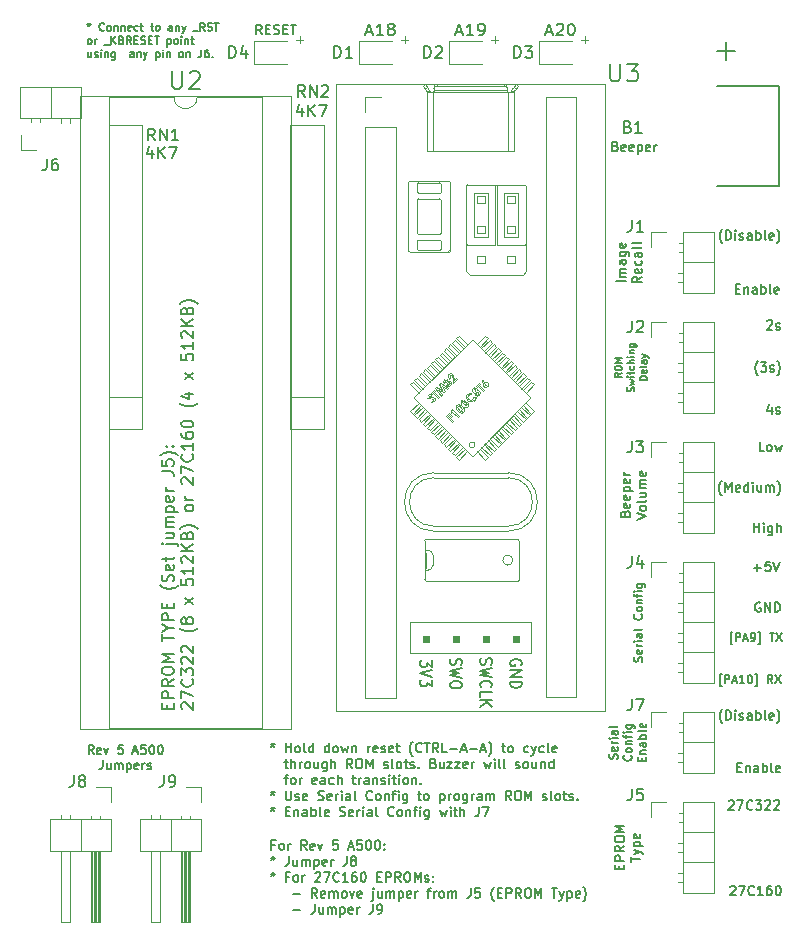
<source format=gbr>
%TF.GenerationSoftware,KiCad,Pcbnew,(5.1.9)-1*%
%TF.CreationDate,2021-05-08T11:56:35+01:00*%
%TF.ProjectId,Blue Pill Kickstart Switcher,426c7565-2050-4696-9c6c-204b69636b73,1*%
%TF.SameCoordinates,Original*%
%TF.FileFunction,Legend,Top*%
%TF.FilePolarity,Positive*%
%FSLAX46Y46*%
G04 Gerber Fmt 4.6, Leading zero omitted, Abs format (unit mm)*
G04 Created by KiCad (PCBNEW (5.1.9)-1) date 2021-05-08 11:56:35*
%MOMM*%
%LPD*%
G01*
G04 APERTURE LIST*
%ADD10C,0.150000*%
%ADD11C,0.100000*%
%ADD12C,0.120000*%
G04 APERTURE END LIST*
D10*
X138538095Y-69576904D02*
X138271428Y-69195952D01*
X138080952Y-69576904D02*
X138080952Y-68776904D01*
X138385714Y-68776904D01*
X138461904Y-68815000D01*
X138500000Y-68853095D01*
X138538095Y-68929285D01*
X138538095Y-69043571D01*
X138500000Y-69119761D01*
X138461904Y-69157857D01*
X138385714Y-69195952D01*
X138080952Y-69195952D01*
X138880952Y-69157857D02*
X139147619Y-69157857D01*
X139261904Y-69576904D02*
X138880952Y-69576904D01*
X138880952Y-68776904D01*
X139261904Y-68776904D01*
X139566666Y-69538809D02*
X139680952Y-69576904D01*
X139871428Y-69576904D01*
X139947619Y-69538809D01*
X139985714Y-69500714D01*
X140023809Y-69424523D01*
X140023809Y-69348333D01*
X139985714Y-69272142D01*
X139947619Y-69234047D01*
X139871428Y-69195952D01*
X139719047Y-69157857D01*
X139642857Y-69119761D01*
X139604761Y-69081666D01*
X139566666Y-69005476D01*
X139566666Y-68929285D01*
X139604761Y-68853095D01*
X139642857Y-68815000D01*
X139719047Y-68776904D01*
X139909523Y-68776904D01*
X140023809Y-68815000D01*
X140366666Y-69157857D02*
X140633333Y-69157857D01*
X140747619Y-69576904D02*
X140366666Y-69576904D01*
X140366666Y-68776904D01*
X140747619Y-68776904D01*
X140976190Y-68776904D02*
X141433333Y-68776904D01*
X141204761Y-69576904D02*
X141204761Y-68776904D01*
D11*
X141446285Y-70030571D02*
X142017714Y-70030571D01*
X141732000Y-70316285D02*
X141732000Y-69744857D01*
X165576285Y-70030571D02*
X166147714Y-70030571D01*
X165862000Y-70316285D02*
X165862000Y-69744857D01*
X157956285Y-70030571D02*
X158527714Y-70030571D01*
X158242000Y-70316285D02*
X158242000Y-69744857D01*
X150336285Y-70030571D02*
X150907714Y-70030571D01*
X150622000Y-70316285D02*
X150622000Y-69744857D01*
D10*
X123916119Y-68623047D02*
X123916119Y-68777809D01*
X123761357Y-68715904D02*
X123916119Y-68777809D01*
X124070880Y-68715904D01*
X123823261Y-68901619D02*
X123916119Y-68777809D01*
X124008976Y-68901619D01*
X125185166Y-69211142D02*
X125154214Y-69242095D01*
X125061357Y-69273047D01*
X124999452Y-69273047D01*
X124906595Y-69242095D01*
X124844690Y-69180190D01*
X124813738Y-69118285D01*
X124782785Y-68994476D01*
X124782785Y-68901619D01*
X124813738Y-68777809D01*
X124844690Y-68715904D01*
X124906595Y-68654000D01*
X124999452Y-68623047D01*
X125061357Y-68623047D01*
X125154214Y-68654000D01*
X125185166Y-68684952D01*
X125556595Y-69273047D02*
X125494690Y-69242095D01*
X125463738Y-69211142D01*
X125432785Y-69149238D01*
X125432785Y-68963523D01*
X125463738Y-68901619D01*
X125494690Y-68870666D01*
X125556595Y-68839714D01*
X125649452Y-68839714D01*
X125711357Y-68870666D01*
X125742309Y-68901619D01*
X125773261Y-68963523D01*
X125773261Y-69149238D01*
X125742309Y-69211142D01*
X125711357Y-69242095D01*
X125649452Y-69273047D01*
X125556595Y-69273047D01*
X126051833Y-68839714D02*
X126051833Y-69273047D01*
X126051833Y-68901619D02*
X126082785Y-68870666D01*
X126144690Y-68839714D01*
X126237547Y-68839714D01*
X126299452Y-68870666D01*
X126330404Y-68932571D01*
X126330404Y-69273047D01*
X126639928Y-68839714D02*
X126639928Y-69273047D01*
X126639928Y-68901619D02*
X126670880Y-68870666D01*
X126732785Y-68839714D01*
X126825642Y-68839714D01*
X126887547Y-68870666D01*
X126918500Y-68932571D01*
X126918500Y-69273047D01*
X127475642Y-69242095D02*
X127413738Y-69273047D01*
X127289928Y-69273047D01*
X127228023Y-69242095D01*
X127197071Y-69180190D01*
X127197071Y-68932571D01*
X127228023Y-68870666D01*
X127289928Y-68839714D01*
X127413738Y-68839714D01*
X127475642Y-68870666D01*
X127506595Y-68932571D01*
X127506595Y-68994476D01*
X127197071Y-69056380D01*
X128063738Y-69242095D02*
X128001833Y-69273047D01*
X127878023Y-69273047D01*
X127816119Y-69242095D01*
X127785166Y-69211142D01*
X127754214Y-69149238D01*
X127754214Y-68963523D01*
X127785166Y-68901619D01*
X127816119Y-68870666D01*
X127878023Y-68839714D01*
X128001833Y-68839714D01*
X128063738Y-68870666D01*
X128249452Y-68839714D02*
X128497071Y-68839714D01*
X128342309Y-68623047D02*
X128342309Y-69180190D01*
X128373261Y-69242095D01*
X128435166Y-69273047D01*
X128497071Y-69273047D01*
X129116119Y-68839714D02*
X129363738Y-68839714D01*
X129208976Y-68623047D02*
X129208976Y-69180190D01*
X129239928Y-69242095D01*
X129301833Y-69273047D01*
X129363738Y-69273047D01*
X129673261Y-69273047D02*
X129611357Y-69242095D01*
X129580404Y-69211142D01*
X129549452Y-69149238D01*
X129549452Y-68963523D01*
X129580404Y-68901619D01*
X129611357Y-68870666D01*
X129673261Y-68839714D01*
X129766119Y-68839714D01*
X129828023Y-68870666D01*
X129858976Y-68901619D01*
X129889928Y-68963523D01*
X129889928Y-69149238D01*
X129858976Y-69211142D01*
X129828023Y-69242095D01*
X129766119Y-69273047D01*
X129673261Y-69273047D01*
X130942309Y-69273047D02*
X130942309Y-68932571D01*
X130911357Y-68870666D01*
X130849452Y-68839714D01*
X130725642Y-68839714D01*
X130663738Y-68870666D01*
X130942309Y-69242095D02*
X130880404Y-69273047D01*
X130725642Y-69273047D01*
X130663738Y-69242095D01*
X130632785Y-69180190D01*
X130632785Y-69118285D01*
X130663738Y-69056380D01*
X130725642Y-69025428D01*
X130880404Y-69025428D01*
X130942309Y-68994476D01*
X131251833Y-68839714D02*
X131251833Y-69273047D01*
X131251833Y-68901619D02*
X131282785Y-68870666D01*
X131344690Y-68839714D01*
X131437547Y-68839714D01*
X131499452Y-68870666D01*
X131530404Y-68932571D01*
X131530404Y-69273047D01*
X131778023Y-68839714D02*
X131932785Y-69273047D01*
X132087547Y-68839714D02*
X131932785Y-69273047D01*
X131870880Y-69427809D01*
X131839928Y-69458761D01*
X131778023Y-69489714D01*
X132675642Y-69334952D02*
X133170880Y-69334952D01*
X133697071Y-69273047D02*
X133480404Y-68963523D01*
X133325642Y-69273047D02*
X133325642Y-68623047D01*
X133573261Y-68623047D01*
X133635166Y-68654000D01*
X133666119Y-68684952D01*
X133697071Y-68746857D01*
X133697071Y-68839714D01*
X133666119Y-68901619D01*
X133635166Y-68932571D01*
X133573261Y-68963523D01*
X133325642Y-68963523D01*
X133944690Y-69242095D02*
X134037547Y-69273047D01*
X134192309Y-69273047D01*
X134254214Y-69242095D01*
X134285166Y-69211142D01*
X134316119Y-69149238D01*
X134316119Y-69087333D01*
X134285166Y-69025428D01*
X134254214Y-68994476D01*
X134192309Y-68963523D01*
X134068500Y-68932571D01*
X134006595Y-68901619D01*
X133975642Y-68870666D01*
X133944690Y-68808761D01*
X133944690Y-68746857D01*
X133975642Y-68684952D01*
X134006595Y-68654000D01*
X134068500Y-68623047D01*
X134223261Y-68623047D01*
X134316119Y-68654000D01*
X134501833Y-68623047D02*
X134873261Y-68623047D01*
X134687547Y-69273047D02*
X134687547Y-68623047D01*
X123916119Y-70398047D02*
X123854214Y-70367095D01*
X123823261Y-70336142D01*
X123792309Y-70274238D01*
X123792309Y-70088523D01*
X123823261Y-70026619D01*
X123854214Y-69995666D01*
X123916119Y-69964714D01*
X124008976Y-69964714D01*
X124070880Y-69995666D01*
X124101833Y-70026619D01*
X124132785Y-70088523D01*
X124132785Y-70274238D01*
X124101833Y-70336142D01*
X124070880Y-70367095D01*
X124008976Y-70398047D01*
X123916119Y-70398047D01*
X124411357Y-70398047D02*
X124411357Y-69964714D01*
X124411357Y-70088523D02*
X124442309Y-70026619D01*
X124473261Y-69995666D01*
X124535166Y-69964714D01*
X124597071Y-69964714D01*
X125154214Y-70459952D02*
X125649452Y-70459952D01*
X125804214Y-70398047D02*
X125804214Y-69748047D01*
X126175642Y-70398047D02*
X125897071Y-70026619D01*
X126175642Y-69748047D02*
X125804214Y-70119476D01*
X126670880Y-70057571D02*
X126763738Y-70088523D01*
X126794690Y-70119476D01*
X126825642Y-70181380D01*
X126825642Y-70274238D01*
X126794690Y-70336142D01*
X126763738Y-70367095D01*
X126701833Y-70398047D01*
X126454214Y-70398047D01*
X126454214Y-69748047D01*
X126670880Y-69748047D01*
X126732785Y-69779000D01*
X126763738Y-69809952D01*
X126794690Y-69871857D01*
X126794690Y-69933761D01*
X126763738Y-69995666D01*
X126732785Y-70026619D01*
X126670880Y-70057571D01*
X126454214Y-70057571D01*
X127475642Y-70398047D02*
X127258976Y-70088523D01*
X127104214Y-70398047D02*
X127104214Y-69748047D01*
X127351833Y-69748047D01*
X127413738Y-69779000D01*
X127444690Y-69809952D01*
X127475642Y-69871857D01*
X127475642Y-69964714D01*
X127444690Y-70026619D01*
X127413738Y-70057571D01*
X127351833Y-70088523D01*
X127104214Y-70088523D01*
X127754214Y-70057571D02*
X127970880Y-70057571D01*
X128063738Y-70398047D02*
X127754214Y-70398047D01*
X127754214Y-69748047D01*
X128063738Y-69748047D01*
X128311357Y-70367095D02*
X128404214Y-70398047D01*
X128558976Y-70398047D01*
X128620880Y-70367095D01*
X128651833Y-70336142D01*
X128682785Y-70274238D01*
X128682785Y-70212333D01*
X128651833Y-70150428D01*
X128620880Y-70119476D01*
X128558976Y-70088523D01*
X128435166Y-70057571D01*
X128373261Y-70026619D01*
X128342309Y-69995666D01*
X128311357Y-69933761D01*
X128311357Y-69871857D01*
X128342309Y-69809952D01*
X128373261Y-69779000D01*
X128435166Y-69748047D01*
X128589928Y-69748047D01*
X128682785Y-69779000D01*
X128961357Y-70057571D02*
X129178023Y-70057571D01*
X129270880Y-70398047D02*
X128961357Y-70398047D01*
X128961357Y-69748047D01*
X129270880Y-69748047D01*
X129456595Y-69748047D02*
X129828023Y-69748047D01*
X129642309Y-70398047D02*
X129642309Y-69748047D01*
X130539928Y-69964714D02*
X130539928Y-70614714D01*
X130539928Y-69995666D02*
X130601833Y-69964714D01*
X130725642Y-69964714D01*
X130787547Y-69995666D01*
X130818500Y-70026619D01*
X130849452Y-70088523D01*
X130849452Y-70274238D01*
X130818500Y-70336142D01*
X130787547Y-70367095D01*
X130725642Y-70398047D01*
X130601833Y-70398047D01*
X130539928Y-70367095D01*
X131220880Y-70398047D02*
X131158976Y-70367095D01*
X131128023Y-70336142D01*
X131097071Y-70274238D01*
X131097071Y-70088523D01*
X131128023Y-70026619D01*
X131158976Y-69995666D01*
X131220880Y-69964714D01*
X131313738Y-69964714D01*
X131375642Y-69995666D01*
X131406595Y-70026619D01*
X131437547Y-70088523D01*
X131437547Y-70274238D01*
X131406595Y-70336142D01*
X131375642Y-70367095D01*
X131313738Y-70398047D01*
X131220880Y-70398047D01*
X131716119Y-70398047D02*
X131716119Y-69964714D01*
X131716119Y-69748047D02*
X131685166Y-69779000D01*
X131716119Y-69809952D01*
X131747071Y-69779000D01*
X131716119Y-69748047D01*
X131716119Y-69809952D01*
X132025642Y-69964714D02*
X132025642Y-70398047D01*
X132025642Y-70026619D02*
X132056595Y-69995666D01*
X132118500Y-69964714D01*
X132211357Y-69964714D01*
X132273261Y-69995666D01*
X132304214Y-70057571D01*
X132304214Y-70398047D01*
X132520880Y-69964714D02*
X132768500Y-69964714D01*
X132613738Y-69748047D02*
X132613738Y-70305190D01*
X132644690Y-70367095D01*
X132706595Y-70398047D01*
X132768500Y-70398047D01*
X124101833Y-71089714D02*
X124101833Y-71523047D01*
X123823261Y-71089714D02*
X123823261Y-71430190D01*
X123854214Y-71492095D01*
X123916119Y-71523047D01*
X124008976Y-71523047D01*
X124070880Y-71492095D01*
X124101833Y-71461142D01*
X124380404Y-71492095D02*
X124442309Y-71523047D01*
X124566119Y-71523047D01*
X124628023Y-71492095D01*
X124658976Y-71430190D01*
X124658976Y-71399238D01*
X124628023Y-71337333D01*
X124566119Y-71306380D01*
X124473261Y-71306380D01*
X124411357Y-71275428D01*
X124380404Y-71213523D01*
X124380404Y-71182571D01*
X124411357Y-71120666D01*
X124473261Y-71089714D01*
X124566119Y-71089714D01*
X124628023Y-71120666D01*
X124937547Y-71523047D02*
X124937547Y-71089714D01*
X124937547Y-70873047D02*
X124906595Y-70904000D01*
X124937547Y-70934952D01*
X124968500Y-70904000D01*
X124937547Y-70873047D01*
X124937547Y-70934952D01*
X125247071Y-71089714D02*
X125247071Y-71523047D01*
X125247071Y-71151619D02*
X125278023Y-71120666D01*
X125339928Y-71089714D01*
X125432785Y-71089714D01*
X125494690Y-71120666D01*
X125525642Y-71182571D01*
X125525642Y-71523047D01*
X126113738Y-71089714D02*
X126113738Y-71615904D01*
X126082785Y-71677809D01*
X126051833Y-71708761D01*
X125989928Y-71739714D01*
X125897071Y-71739714D01*
X125835166Y-71708761D01*
X126113738Y-71492095D02*
X126051833Y-71523047D01*
X125928023Y-71523047D01*
X125866119Y-71492095D01*
X125835166Y-71461142D01*
X125804214Y-71399238D01*
X125804214Y-71213523D01*
X125835166Y-71151619D01*
X125866119Y-71120666D01*
X125928023Y-71089714D01*
X126051833Y-71089714D01*
X126113738Y-71120666D01*
X127692309Y-71523047D02*
X127692309Y-71182571D01*
X127661357Y-71120666D01*
X127599452Y-71089714D01*
X127475642Y-71089714D01*
X127413738Y-71120666D01*
X127692309Y-71492095D02*
X127630404Y-71523047D01*
X127475642Y-71523047D01*
X127413738Y-71492095D01*
X127382785Y-71430190D01*
X127382785Y-71368285D01*
X127413738Y-71306380D01*
X127475642Y-71275428D01*
X127630404Y-71275428D01*
X127692309Y-71244476D01*
X128001833Y-71089714D02*
X128001833Y-71523047D01*
X128001833Y-71151619D02*
X128032785Y-71120666D01*
X128094690Y-71089714D01*
X128187547Y-71089714D01*
X128249452Y-71120666D01*
X128280404Y-71182571D01*
X128280404Y-71523047D01*
X128528023Y-71089714D02*
X128682785Y-71523047D01*
X128837547Y-71089714D02*
X128682785Y-71523047D01*
X128620880Y-71677809D01*
X128589928Y-71708761D01*
X128528023Y-71739714D01*
X129580404Y-71089714D02*
X129580404Y-71739714D01*
X129580404Y-71120666D02*
X129642309Y-71089714D01*
X129766119Y-71089714D01*
X129828023Y-71120666D01*
X129858976Y-71151619D01*
X129889928Y-71213523D01*
X129889928Y-71399238D01*
X129858976Y-71461142D01*
X129828023Y-71492095D01*
X129766119Y-71523047D01*
X129642309Y-71523047D01*
X129580404Y-71492095D01*
X130168500Y-71523047D02*
X130168500Y-71089714D01*
X130168500Y-70873047D02*
X130137547Y-70904000D01*
X130168500Y-70934952D01*
X130199452Y-70904000D01*
X130168500Y-70873047D01*
X130168500Y-70934952D01*
X130478023Y-71089714D02*
X130478023Y-71523047D01*
X130478023Y-71151619D02*
X130508976Y-71120666D01*
X130570880Y-71089714D01*
X130663738Y-71089714D01*
X130725642Y-71120666D01*
X130756595Y-71182571D01*
X130756595Y-71523047D01*
X131654214Y-71523047D02*
X131592309Y-71492095D01*
X131561357Y-71461142D01*
X131530404Y-71399238D01*
X131530404Y-71213523D01*
X131561357Y-71151619D01*
X131592309Y-71120666D01*
X131654214Y-71089714D01*
X131747071Y-71089714D01*
X131808976Y-71120666D01*
X131839928Y-71151619D01*
X131870880Y-71213523D01*
X131870880Y-71399238D01*
X131839928Y-71461142D01*
X131808976Y-71492095D01*
X131747071Y-71523047D01*
X131654214Y-71523047D01*
X132149452Y-71089714D02*
X132149452Y-71523047D01*
X132149452Y-71151619D02*
X132180404Y-71120666D01*
X132242309Y-71089714D01*
X132335166Y-71089714D01*
X132397071Y-71120666D01*
X132428023Y-71182571D01*
X132428023Y-71523047D01*
X133418500Y-70873047D02*
X133418500Y-71337333D01*
X133387547Y-71430190D01*
X133325642Y-71492095D01*
X133232785Y-71523047D01*
X133170880Y-71523047D01*
X134006595Y-70873047D02*
X133882785Y-70873047D01*
X133820880Y-70904000D01*
X133789928Y-70934952D01*
X133728023Y-71027809D01*
X133697071Y-71151619D01*
X133697071Y-71399238D01*
X133728023Y-71461142D01*
X133758976Y-71492095D01*
X133820880Y-71523047D01*
X133944690Y-71523047D01*
X134006595Y-71492095D01*
X134037547Y-71461142D01*
X134068500Y-71399238D01*
X134068500Y-71244476D01*
X134037547Y-71182571D01*
X134006595Y-71151619D01*
X133944690Y-71120666D01*
X133820880Y-71120666D01*
X133758976Y-71151619D01*
X133728023Y-71182571D01*
X133697071Y-71244476D01*
X134347071Y-71461142D02*
X134378023Y-71492095D01*
X134347071Y-71523047D01*
X134316119Y-71492095D01*
X134347071Y-71461142D01*
X134347071Y-71523047D01*
X124303571Y-130511785D02*
X124053571Y-130154642D01*
X123875000Y-130511785D02*
X123875000Y-129761785D01*
X124160714Y-129761785D01*
X124232142Y-129797500D01*
X124267857Y-129833214D01*
X124303571Y-129904642D01*
X124303571Y-130011785D01*
X124267857Y-130083214D01*
X124232142Y-130118928D01*
X124160714Y-130154642D01*
X123875000Y-130154642D01*
X124910714Y-130476071D02*
X124839285Y-130511785D01*
X124696428Y-130511785D01*
X124625000Y-130476071D01*
X124589285Y-130404642D01*
X124589285Y-130118928D01*
X124625000Y-130047500D01*
X124696428Y-130011785D01*
X124839285Y-130011785D01*
X124910714Y-130047500D01*
X124946428Y-130118928D01*
X124946428Y-130190357D01*
X124589285Y-130261785D01*
X125196428Y-130011785D02*
X125375000Y-130511785D01*
X125553571Y-130011785D01*
X126767857Y-129761785D02*
X126410714Y-129761785D01*
X126375000Y-130118928D01*
X126410714Y-130083214D01*
X126482142Y-130047500D01*
X126660714Y-130047500D01*
X126732142Y-130083214D01*
X126767857Y-130118928D01*
X126803571Y-130190357D01*
X126803571Y-130368928D01*
X126767857Y-130440357D01*
X126732142Y-130476071D01*
X126660714Y-130511785D01*
X126482142Y-130511785D01*
X126410714Y-130476071D01*
X126375000Y-130440357D01*
X127660714Y-130297500D02*
X128017857Y-130297500D01*
X127589285Y-130511785D02*
X127839285Y-129761785D01*
X128089285Y-130511785D01*
X128696428Y-129761785D02*
X128339285Y-129761785D01*
X128303571Y-130118928D01*
X128339285Y-130083214D01*
X128410714Y-130047500D01*
X128589285Y-130047500D01*
X128660714Y-130083214D01*
X128696428Y-130118928D01*
X128732142Y-130190357D01*
X128732142Y-130368928D01*
X128696428Y-130440357D01*
X128660714Y-130476071D01*
X128589285Y-130511785D01*
X128410714Y-130511785D01*
X128339285Y-130476071D01*
X128303571Y-130440357D01*
X129196428Y-129761785D02*
X129267857Y-129761785D01*
X129339285Y-129797500D01*
X129375000Y-129833214D01*
X129410714Y-129904642D01*
X129446428Y-130047500D01*
X129446428Y-130226071D01*
X129410714Y-130368928D01*
X129375000Y-130440357D01*
X129339285Y-130476071D01*
X129267857Y-130511785D01*
X129196428Y-130511785D01*
X129125000Y-130476071D01*
X129089285Y-130440357D01*
X129053571Y-130368928D01*
X129017857Y-130226071D01*
X129017857Y-130047500D01*
X129053571Y-129904642D01*
X129089285Y-129833214D01*
X129125000Y-129797500D01*
X129196428Y-129761785D01*
X129910714Y-129761785D02*
X129982142Y-129761785D01*
X130053571Y-129797500D01*
X130089285Y-129833214D01*
X130125000Y-129904642D01*
X130160714Y-130047500D01*
X130160714Y-130226071D01*
X130125000Y-130368928D01*
X130089285Y-130440357D01*
X130053571Y-130476071D01*
X129982142Y-130511785D01*
X129910714Y-130511785D01*
X129839285Y-130476071D01*
X129803571Y-130440357D01*
X129767857Y-130368928D01*
X129732142Y-130226071D01*
X129732142Y-130047500D01*
X129767857Y-129904642D01*
X129803571Y-129833214D01*
X129839285Y-129797500D01*
X129910714Y-129761785D01*
X125071428Y-131036785D02*
X125071428Y-131572500D01*
X125035714Y-131679642D01*
X124964285Y-131751071D01*
X124857142Y-131786785D01*
X124785714Y-131786785D01*
X125750000Y-131286785D02*
X125750000Y-131786785D01*
X125428571Y-131286785D02*
X125428571Y-131679642D01*
X125464285Y-131751071D01*
X125535714Y-131786785D01*
X125642857Y-131786785D01*
X125714285Y-131751071D01*
X125750000Y-131715357D01*
X126107142Y-131786785D02*
X126107142Y-131286785D01*
X126107142Y-131358214D02*
X126142857Y-131322500D01*
X126214285Y-131286785D01*
X126321428Y-131286785D01*
X126392857Y-131322500D01*
X126428571Y-131393928D01*
X126428571Y-131786785D01*
X126428571Y-131393928D02*
X126464285Y-131322500D01*
X126535714Y-131286785D01*
X126642857Y-131286785D01*
X126714285Y-131322500D01*
X126750000Y-131393928D01*
X126750000Y-131786785D01*
X127107142Y-131286785D02*
X127107142Y-132036785D01*
X127107142Y-131322500D02*
X127178571Y-131286785D01*
X127321428Y-131286785D01*
X127392857Y-131322500D01*
X127428571Y-131358214D01*
X127464285Y-131429642D01*
X127464285Y-131643928D01*
X127428571Y-131715357D01*
X127392857Y-131751071D01*
X127321428Y-131786785D01*
X127178571Y-131786785D01*
X127107142Y-131751071D01*
X128071428Y-131751071D02*
X128000000Y-131786785D01*
X127857142Y-131786785D01*
X127785714Y-131751071D01*
X127750000Y-131679642D01*
X127750000Y-131393928D01*
X127785714Y-131322500D01*
X127857142Y-131286785D01*
X128000000Y-131286785D01*
X128071428Y-131322500D01*
X128107142Y-131393928D01*
X128107142Y-131465357D01*
X127750000Y-131536785D01*
X128428571Y-131786785D02*
X128428571Y-131286785D01*
X128428571Y-131429642D02*
X128464285Y-131358214D01*
X128500000Y-131322500D01*
X128571428Y-131286785D01*
X128642857Y-131286785D01*
X128857142Y-131751071D02*
X128928571Y-131786785D01*
X129071428Y-131786785D01*
X129142857Y-131751071D01*
X129178571Y-131679642D01*
X129178571Y-131643928D01*
X129142857Y-131572500D01*
X129071428Y-131536785D01*
X128964285Y-131536785D01*
X128892857Y-131501071D01*
X128857142Y-131429642D01*
X128857142Y-131393928D01*
X128892857Y-131322500D01*
X128964285Y-131286785D01*
X129071428Y-131286785D01*
X129142857Y-131322500D01*
X139619642Y-138212857D02*
X139352976Y-138212857D01*
X139352976Y-138631904D02*
X139352976Y-137831904D01*
X139733928Y-137831904D01*
X140152976Y-138631904D02*
X140076785Y-138593809D01*
X140038690Y-138555714D01*
X140000595Y-138479523D01*
X140000595Y-138250952D01*
X140038690Y-138174761D01*
X140076785Y-138136666D01*
X140152976Y-138098571D01*
X140267261Y-138098571D01*
X140343452Y-138136666D01*
X140381547Y-138174761D01*
X140419642Y-138250952D01*
X140419642Y-138479523D01*
X140381547Y-138555714D01*
X140343452Y-138593809D01*
X140267261Y-138631904D01*
X140152976Y-138631904D01*
X140762500Y-138631904D02*
X140762500Y-138098571D01*
X140762500Y-138250952D02*
X140800595Y-138174761D01*
X140838690Y-138136666D01*
X140914880Y-138098571D01*
X140991071Y-138098571D01*
X142324404Y-138631904D02*
X142057738Y-138250952D01*
X141867261Y-138631904D02*
X141867261Y-137831904D01*
X142172023Y-137831904D01*
X142248214Y-137870000D01*
X142286309Y-137908095D01*
X142324404Y-137984285D01*
X142324404Y-138098571D01*
X142286309Y-138174761D01*
X142248214Y-138212857D01*
X142172023Y-138250952D01*
X141867261Y-138250952D01*
X142972023Y-138593809D02*
X142895833Y-138631904D01*
X142743452Y-138631904D01*
X142667261Y-138593809D01*
X142629166Y-138517619D01*
X142629166Y-138212857D01*
X142667261Y-138136666D01*
X142743452Y-138098571D01*
X142895833Y-138098571D01*
X142972023Y-138136666D01*
X143010119Y-138212857D01*
X143010119Y-138289047D01*
X142629166Y-138365238D01*
X143276785Y-138098571D02*
X143467261Y-138631904D01*
X143657738Y-138098571D01*
X144952976Y-137831904D02*
X144572023Y-137831904D01*
X144533928Y-138212857D01*
X144572023Y-138174761D01*
X144648214Y-138136666D01*
X144838690Y-138136666D01*
X144914880Y-138174761D01*
X144952976Y-138212857D01*
X144991071Y-138289047D01*
X144991071Y-138479523D01*
X144952976Y-138555714D01*
X144914880Y-138593809D01*
X144838690Y-138631904D01*
X144648214Y-138631904D01*
X144572023Y-138593809D01*
X144533928Y-138555714D01*
X145905357Y-138403333D02*
X146286309Y-138403333D01*
X145829166Y-138631904D02*
X146095833Y-137831904D01*
X146362500Y-138631904D01*
X147010119Y-137831904D02*
X146629166Y-137831904D01*
X146591071Y-138212857D01*
X146629166Y-138174761D01*
X146705357Y-138136666D01*
X146895833Y-138136666D01*
X146972023Y-138174761D01*
X147010119Y-138212857D01*
X147048214Y-138289047D01*
X147048214Y-138479523D01*
X147010119Y-138555714D01*
X146972023Y-138593809D01*
X146895833Y-138631904D01*
X146705357Y-138631904D01*
X146629166Y-138593809D01*
X146591071Y-138555714D01*
X147543452Y-137831904D02*
X147619642Y-137831904D01*
X147695833Y-137870000D01*
X147733928Y-137908095D01*
X147772023Y-137984285D01*
X147810119Y-138136666D01*
X147810119Y-138327142D01*
X147772023Y-138479523D01*
X147733928Y-138555714D01*
X147695833Y-138593809D01*
X147619642Y-138631904D01*
X147543452Y-138631904D01*
X147467261Y-138593809D01*
X147429166Y-138555714D01*
X147391071Y-138479523D01*
X147352976Y-138327142D01*
X147352976Y-138136666D01*
X147391071Y-137984285D01*
X147429166Y-137908095D01*
X147467261Y-137870000D01*
X147543452Y-137831904D01*
X148305357Y-137831904D02*
X148381547Y-137831904D01*
X148457738Y-137870000D01*
X148495833Y-137908095D01*
X148533928Y-137984285D01*
X148572023Y-138136666D01*
X148572023Y-138327142D01*
X148533928Y-138479523D01*
X148495833Y-138555714D01*
X148457738Y-138593809D01*
X148381547Y-138631904D01*
X148305357Y-138631904D01*
X148229166Y-138593809D01*
X148191071Y-138555714D01*
X148152976Y-138479523D01*
X148114880Y-138327142D01*
X148114880Y-138136666D01*
X148152976Y-137984285D01*
X148191071Y-137908095D01*
X148229166Y-137870000D01*
X148305357Y-137831904D01*
X148914880Y-138555714D02*
X148952976Y-138593809D01*
X148914880Y-138631904D01*
X148876785Y-138593809D01*
X148914880Y-138555714D01*
X148914880Y-138631904D01*
X148914880Y-138136666D02*
X148952976Y-138174761D01*
X148914880Y-138212857D01*
X148876785Y-138174761D01*
X148914880Y-138136666D01*
X148914880Y-138212857D01*
X139467261Y-139181904D02*
X139467261Y-139372380D01*
X139276785Y-139296190D02*
X139467261Y-139372380D01*
X139657738Y-139296190D01*
X139352976Y-139524761D02*
X139467261Y-139372380D01*
X139581547Y-139524761D01*
X140800595Y-139181904D02*
X140800595Y-139753333D01*
X140762500Y-139867619D01*
X140686309Y-139943809D01*
X140572023Y-139981904D01*
X140495833Y-139981904D01*
X141524404Y-139448571D02*
X141524404Y-139981904D01*
X141181547Y-139448571D02*
X141181547Y-139867619D01*
X141219642Y-139943809D01*
X141295833Y-139981904D01*
X141410119Y-139981904D01*
X141486309Y-139943809D01*
X141524404Y-139905714D01*
X141905357Y-139981904D02*
X141905357Y-139448571D01*
X141905357Y-139524761D02*
X141943452Y-139486666D01*
X142019642Y-139448571D01*
X142133928Y-139448571D01*
X142210119Y-139486666D01*
X142248214Y-139562857D01*
X142248214Y-139981904D01*
X142248214Y-139562857D02*
X142286309Y-139486666D01*
X142362500Y-139448571D01*
X142476785Y-139448571D01*
X142552976Y-139486666D01*
X142591071Y-139562857D01*
X142591071Y-139981904D01*
X142972023Y-139448571D02*
X142972023Y-140248571D01*
X142972023Y-139486666D02*
X143048214Y-139448571D01*
X143200595Y-139448571D01*
X143276785Y-139486666D01*
X143314880Y-139524761D01*
X143352976Y-139600952D01*
X143352976Y-139829523D01*
X143314880Y-139905714D01*
X143276785Y-139943809D01*
X143200595Y-139981904D01*
X143048214Y-139981904D01*
X142972023Y-139943809D01*
X144000595Y-139943809D02*
X143924404Y-139981904D01*
X143772023Y-139981904D01*
X143695833Y-139943809D01*
X143657738Y-139867619D01*
X143657738Y-139562857D01*
X143695833Y-139486666D01*
X143772023Y-139448571D01*
X143924404Y-139448571D01*
X144000595Y-139486666D01*
X144038690Y-139562857D01*
X144038690Y-139639047D01*
X143657738Y-139715238D01*
X144381547Y-139981904D02*
X144381547Y-139448571D01*
X144381547Y-139600952D02*
X144419642Y-139524761D01*
X144457738Y-139486666D01*
X144533928Y-139448571D01*
X144610119Y-139448571D01*
X145714880Y-139181904D02*
X145714880Y-139753333D01*
X145676785Y-139867619D01*
X145600595Y-139943809D01*
X145486309Y-139981904D01*
X145410119Y-139981904D01*
X146210119Y-139524761D02*
X146133928Y-139486666D01*
X146095833Y-139448571D01*
X146057738Y-139372380D01*
X146057738Y-139334285D01*
X146095833Y-139258095D01*
X146133928Y-139220000D01*
X146210119Y-139181904D01*
X146362500Y-139181904D01*
X146438690Y-139220000D01*
X146476785Y-139258095D01*
X146514880Y-139334285D01*
X146514880Y-139372380D01*
X146476785Y-139448571D01*
X146438690Y-139486666D01*
X146362500Y-139524761D01*
X146210119Y-139524761D01*
X146133928Y-139562857D01*
X146095833Y-139600952D01*
X146057738Y-139677142D01*
X146057738Y-139829523D01*
X146095833Y-139905714D01*
X146133928Y-139943809D01*
X146210119Y-139981904D01*
X146362500Y-139981904D01*
X146438690Y-139943809D01*
X146476785Y-139905714D01*
X146514880Y-139829523D01*
X146514880Y-139677142D01*
X146476785Y-139600952D01*
X146438690Y-139562857D01*
X146362500Y-139524761D01*
X139467261Y-140531904D02*
X139467261Y-140722380D01*
X139276785Y-140646190D02*
X139467261Y-140722380D01*
X139657738Y-140646190D01*
X139352976Y-140874761D02*
X139467261Y-140722380D01*
X139581547Y-140874761D01*
X140838690Y-140912857D02*
X140572023Y-140912857D01*
X140572023Y-141331904D02*
X140572023Y-140531904D01*
X140952976Y-140531904D01*
X141372023Y-141331904D02*
X141295833Y-141293809D01*
X141257738Y-141255714D01*
X141219642Y-141179523D01*
X141219642Y-140950952D01*
X141257738Y-140874761D01*
X141295833Y-140836666D01*
X141372023Y-140798571D01*
X141486309Y-140798571D01*
X141562500Y-140836666D01*
X141600595Y-140874761D01*
X141638690Y-140950952D01*
X141638690Y-141179523D01*
X141600595Y-141255714D01*
X141562500Y-141293809D01*
X141486309Y-141331904D01*
X141372023Y-141331904D01*
X141981547Y-141331904D02*
X141981547Y-140798571D01*
X141981547Y-140950952D02*
X142019642Y-140874761D01*
X142057738Y-140836666D01*
X142133928Y-140798571D01*
X142210119Y-140798571D01*
X143048214Y-140608095D02*
X143086309Y-140570000D01*
X143162500Y-140531904D01*
X143352976Y-140531904D01*
X143429166Y-140570000D01*
X143467261Y-140608095D01*
X143505357Y-140684285D01*
X143505357Y-140760476D01*
X143467261Y-140874761D01*
X143010119Y-141331904D01*
X143505357Y-141331904D01*
X143772023Y-140531904D02*
X144305357Y-140531904D01*
X143962500Y-141331904D01*
X145067261Y-141255714D02*
X145029166Y-141293809D01*
X144914880Y-141331904D01*
X144838690Y-141331904D01*
X144724404Y-141293809D01*
X144648214Y-141217619D01*
X144610119Y-141141428D01*
X144572023Y-140989047D01*
X144572023Y-140874761D01*
X144610119Y-140722380D01*
X144648214Y-140646190D01*
X144724404Y-140570000D01*
X144838690Y-140531904D01*
X144914880Y-140531904D01*
X145029166Y-140570000D01*
X145067261Y-140608095D01*
X145829166Y-141331904D02*
X145372023Y-141331904D01*
X145600595Y-141331904D02*
X145600595Y-140531904D01*
X145524404Y-140646190D01*
X145448214Y-140722380D01*
X145372023Y-140760476D01*
X146514880Y-140531904D02*
X146362500Y-140531904D01*
X146286309Y-140570000D01*
X146248214Y-140608095D01*
X146172023Y-140722380D01*
X146133928Y-140874761D01*
X146133928Y-141179523D01*
X146172023Y-141255714D01*
X146210119Y-141293809D01*
X146286309Y-141331904D01*
X146438690Y-141331904D01*
X146514880Y-141293809D01*
X146552976Y-141255714D01*
X146591071Y-141179523D01*
X146591071Y-140989047D01*
X146552976Y-140912857D01*
X146514880Y-140874761D01*
X146438690Y-140836666D01*
X146286309Y-140836666D01*
X146210119Y-140874761D01*
X146172023Y-140912857D01*
X146133928Y-140989047D01*
X147086309Y-140531904D02*
X147162500Y-140531904D01*
X147238690Y-140570000D01*
X147276785Y-140608095D01*
X147314880Y-140684285D01*
X147352976Y-140836666D01*
X147352976Y-141027142D01*
X147314880Y-141179523D01*
X147276785Y-141255714D01*
X147238690Y-141293809D01*
X147162500Y-141331904D01*
X147086309Y-141331904D01*
X147010119Y-141293809D01*
X146972023Y-141255714D01*
X146933928Y-141179523D01*
X146895833Y-141027142D01*
X146895833Y-140836666D01*
X146933928Y-140684285D01*
X146972023Y-140608095D01*
X147010119Y-140570000D01*
X147086309Y-140531904D01*
X148305357Y-140912857D02*
X148572023Y-140912857D01*
X148686309Y-141331904D02*
X148305357Y-141331904D01*
X148305357Y-140531904D01*
X148686309Y-140531904D01*
X149029166Y-141331904D02*
X149029166Y-140531904D01*
X149333928Y-140531904D01*
X149410119Y-140570000D01*
X149448214Y-140608095D01*
X149486309Y-140684285D01*
X149486309Y-140798571D01*
X149448214Y-140874761D01*
X149410119Y-140912857D01*
X149333928Y-140950952D01*
X149029166Y-140950952D01*
X150286309Y-141331904D02*
X150019642Y-140950952D01*
X149829166Y-141331904D02*
X149829166Y-140531904D01*
X150133928Y-140531904D01*
X150210119Y-140570000D01*
X150248214Y-140608095D01*
X150286309Y-140684285D01*
X150286309Y-140798571D01*
X150248214Y-140874761D01*
X150210119Y-140912857D01*
X150133928Y-140950952D01*
X149829166Y-140950952D01*
X150781547Y-140531904D02*
X150933928Y-140531904D01*
X151010119Y-140570000D01*
X151086309Y-140646190D01*
X151124404Y-140798571D01*
X151124404Y-141065238D01*
X151086309Y-141217619D01*
X151010119Y-141293809D01*
X150933928Y-141331904D01*
X150781547Y-141331904D01*
X150705357Y-141293809D01*
X150629166Y-141217619D01*
X150591071Y-141065238D01*
X150591071Y-140798571D01*
X150629166Y-140646190D01*
X150705357Y-140570000D01*
X150781547Y-140531904D01*
X151467261Y-141331904D02*
X151467261Y-140531904D01*
X151733928Y-141103333D01*
X152000595Y-140531904D01*
X152000595Y-141331904D01*
X152343452Y-141293809D02*
X152419642Y-141331904D01*
X152572023Y-141331904D01*
X152648214Y-141293809D01*
X152686309Y-141217619D01*
X152686309Y-141179523D01*
X152648214Y-141103333D01*
X152572023Y-141065238D01*
X152457738Y-141065238D01*
X152381547Y-141027142D01*
X152343452Y-140950952D01*
X152343452Y-140912857D01*
X152381547Y-140836666D01*
X152457738Y-140798571D01*
X152572023Y-140798571D01*
X152648214Y-140836666D01*
X153029166Y-141255714D02*
X153067261Y-141293809D01*
X153029166Y-141331904D01*
X152991071Y-141293809D01*
X153029166Y-141255714D01*
X153029166Y-141331904D01*
X153029166Y-140836666D02*
X153067261Y-140874761D01*
X153029166Y-140912857D01*
X152991071Y-140874761D01*
X153029166Y-140836666D01*
X153029166Y-140912857D01*
X141181547Y-142377142D02*
X141791071Y-142377142D01*
X143238690Y-142681904D02*
X142972023Y-142300952D01*
X142781547Y-142681904D02*
X142781547Y-141881904D01*
X143086309Y-141881904D01*
X143162500Y-141920000D01*
X143200595Y-141958095D01*
X143238690Y-142034285D01*
X143238690Y-142148571D01*
X143200595Y-142224761D01*
X143162500Y-142262857D01*
X143086309Y-142300952D01*
X142781547Y-142300952D01*
X143886309Y-142643809D02*
X143810119Y-142681904D01*
X143657738Y-142681904D01*
X143581547Y-142643809D01*
X143543452Y-142567619D01*
X143543452Y-142262857D01*
X143581547Y-142186666D01*
X143657738Y-142148571D01*
X143810119Y-142148571D01*
X143886309Y-142186666D01*
X143924404Y-142262857D01*
X143924404Y-142339047D01*
X143543452Y-142415238D01*
X144267261Y-142681904D02*
X144267261Y-142148571D01*
X144267261Y-142224761D02*
X144305357Y-142186666D01*
X144381547Y-142148571D01*
X144495833Y-142148571D01*
X144572023Y-142186666D01*
X144610119Y-142262857D01*
X144610119Y-142681904D01*
X144610119Y-142262857D02*
X144648214Y-142186666D01*
X144724404Y-142148571D01*
X144838690Y-142148571D01*
X144914880Y-142186666D01*
X144952976Y-142262857D01*
X144952976Y-142681904D01*
X145448214Y-142681904D02*
X145372023Y-142643809D01*
X145333928Y-142605714D01*
X145295833Y-142529523D01*
X145295833Y-142300952D01*
X145333928Y-142224761D01*
X145372023Y-142186666D01*
X145448214Y-142148571D01*
X145562500Y-142148571D01*
X145638690Y-142186666D01*
X145676785Y-142224761D01*
X145714880Y-142300952D01*
X145714880Y-142529523D01*
X145676785Y-142605714D01*
X145638690Y-142643809D01*
X145562500Y-142681904D01*
X145448214Y-142681904D01*
X145981547Y-142148571D02*
X146172023Y-142681904D01*
X146362500Y-142148571D01*
X146972023Y-142643809D02*
X146895833Y-142681904D01*
X146743452Y-142681904D01*
X146667261Y-142643809D01*
X146629166Y-142567619D01*
X146629166Y-142262857D01*
X146667261Y-142186666D01*
X146743452Y-142148571D01*
X146895833Y-142148571D01*
X146972023Y-142186666D01*
X147010119Y-142262857D01*
X147010119Y-142339047D01*
X146629166Y-142415238D01*
X147962500Y-142148571D02*
X147962500Y-142834285D01*
X147924404Y-142910476D01*
X147848214Y-142948571D01*
X147810119Y-142948571D01*
X147962500Y-141881904D02*
X147924404Y-141920000D01*
X147962500Y-141958095D01*
X148000595Y-141920000D01*
X147962500Y-141881904D01*
X147962500Y-141958095D01*
X148686309Y-142148571D02*
X148686309Y-142681904D01*
X148343452Y-142148571D02*
X148343452Y-142567619D01*
X148381547Y-142643809D01*
X148457738Y-142681904D01*
X148572023Y-142681904D01*
X148648214Y-142643809D01*
X148686309Y-142605714D01*
X149067261Y-142681904D02*
X149067261Y-142148571D01*
X149067261Y-142224761D02*
X149105357Y-142186666D01*
X149181547Y-142148571D01*
X149295833Y-142148571D01*
X149372023Y-142186666D01*
X149410119Y-142262857D01*
X149410119Y-142681904D01*
X149410119Y-142262857D02*
X149448214Y-142186666D01*
X149524404Y-142148571D01*
X149638690Y-142148571D01*
X149714880Y-142186666D01*
X149752976Y-142262857D01*
X149752976Y-142681904D01*
X150133928Y-142148571D02*
X150133928Y-142948571D01*
X150133928Y-142186666D02*
X150210119Y-142148571D01*
X150362500Y-142148571D01*
X150438690Y-142186666D01*
X150476785Y-142224761D01*
X150514880Y-142300952D01*
X150514880Y-142529523D01*
X150476785Y-142605714D01*
X150438690Y-142643809D01*
X150362500Y-142681904D01*
X150210119Y-142681904D01*
X150133928Y-142643809D01*
X151162500Y-142643809D02*
X151086309Y-142681904D01*
X150933928Y-142681904D01*
X150857738Y-142643809D01*
X150819642Y-142567619D01*
X150819642Y-142262857D01*
X150857738Y-142186666D01*
X150933928Y-142148571D01*
X151086309Y-142148571D01*
X151162500Y-142186666D01*
X151200595Y-142262857D01*
X151200595Y-142339047D01*
X150819642Y-142415238D01*
X151543452Y-142681904D02*
X151543452Y-142148571D01*
X151543452Y-142300952D02*
X151581547Y-142224761D01*
X151619642Y-142186666D01*
X151695833Y-142148571D01*
X151772023Y-142148571D01*
X152533928Y-142148571D02*
X152838690Y-142148571D01*
X152648214Y-142681904D02*
X152648214Y-141996190D01*
X152686309Y-141920000D01*
X152762500Y-141881904D01*
X152838690Y-141881904D01*
X153105357Y-142681904D02*
X153105357Y-142148571D01*
X153105357Y-142300952D02*
X153143452Y-142224761D01*
X153181547Y-142186666D01*
X153257738Y-142148571D01*
X153333928Y-142148571D01*
X153714880Y-142681904D02*
X153638690Y-142643809D01*
X153600595Y-142605714D01*
X153562500Y-142529523D01*
X153562500Y-142300952D01*
X153600595Y-142224761D01*
X153638690Y-142186666D01*
X153714880Y-142148571D01*
X153829166Y-142148571D01*
X153905357Y-142186666D01*
X153943452Y-142224761D01*
X153981547Y-142300952D01*
X153981547Y-142529523D01*
X153943452Y-142605714D01*
X153905357Y-142643809D01*
X153829166Y-142681904D01*
X153714880Y-142681904D01*
X154324404Y-142681904D02*
X154324404Y-142148571D01*
X154324404Y-142224761D02*
X154362500Y-142186666D01*
X154438690Y-142148571D01*
X154552976Y-142148571D01*
X154629166Y-142186666D01*
X154667261Y-142262857D01*
X154667261Y-142681904D01*
X154667261Y-142262857D02*
X154705357Y-142186666D01*
X154781547Y-142148571D01*
X154895833Y-142148571D01*
X154972023Y-142186666D01*
X155010119Y-142262857D01*
X155010119Y-142681904D01*
X156229166Y-141881904D02*
X156229166Y-142453333D01*
X156191071Y-142567619D01*
X156114880Y-142643809D01*
X156000595Y-142681904D01*
X155924404Y-142681904D01*
X156991071Y-141881904D02*
X156610119Y-141881904D01*
X156572023Y-142262857D01*
X156610119Y-142224761D01*
X156686309Y-142186666D01*
X156876785Y-142186666D01*
X156952976Y-142224761D01*
X156991071Y-142262857D01*
X157029166Y-142339047D01*
X157029166Y-142529523D01*
X156991071Y-142605714D01*
X156952976Y-142643809D01*
X156876785Y-142681904D01*
X156686309Y-142681904D01*
X156610119Y-142643809D01*
X156572023Y-142605714D01*
X158210119Y-142986666D02*
X158172023Y-142948571D01*
X158095833Y-142834285D01*
X158057738Y-142758095D01*
X158019642Y-142643809D01*
X157981547Y-142453333D01*
X157981547Y-142300952D01*
X158019642Y-142110476D01*
X158057738Y-141996190D01*
X158095833Y-141920000D01*
X158172023Y-141805714D01*
X158210119Y-141767619D01*
X158514880Y-142262857D02*
X158781547Y-142262857D01*
X158895833Y-142681904D02*
X158514880Y-142681904D01*
X158514880Y-141881904D01*
X158895833Y-141881904D01*
X159238690Y-142681904D02*
X159238690Y-141881904D01*
X159543452Y-141881904D01*
X159619642Y-141920000D01*
X159657738Y-141958095D01*
X159695833Y-142034285D01*
X159695833Y-142148571D01*
X159657738Y-142224761D01*
X159619642Y-142262857D01*
X159543452Y-142300952D01*
X159238690Y-142300952D01*
X160495833Y-142681904D02*
X160229166Y-142300952D01*
X160038690Y-142681904D02*
X160038690Y-141881904D01*
X160343452Y-141881904D01*
X160419642Y-141920000D01*
X160457738Y-141958095D01*
X160495833Y-142034285D01*
X160495833Y-142148571D01*
X160457738Y-142224761D01*
X160419642Y-142262857D01*
X160343452Y-142300952D01*
X160038690Y-142300952D01*
X160991071Y-141881904D02*
X161143452Y-141881904D01*
X161219642Y-141920000D01*
X161295833Y-141996190D01*
X161333928Y-142148571D01*
X161333928Y-142415238D01*
X161295833Y-142567619D01*
X161219642Y-142643809D01*
X161143452Y-142681904D01*
X160991071Y-142681904D01*
X160914880Y-142643809D01*
X160838690Y-142567619D01*
X160800595Y-142415238D01*
X160800595Y-142148571D01*
X160838690Y-141996190D01*
X160914880Y-141920000D01*
X160991071Y-141881904D01*
X161676785Y-142681904D02*
X161676785Y-141881904D01*
X161943452Y-142453333D01*
X162210119Y-141881904D01*
X162210119Y-142681904D01*
X163086309Y-141881904D02*
X163543452Y-141881904D01*
X163314880Y-142681904D02*
X163314880Y-141881904D01*
X163733928Y-142148571D02*
X163924404Y-142681904D01*
X164114880Y-142148571D02*
X163924404Y-142681904D01*
X163848214Y-142872380D01*
X163810119Y-142910476D01*
X163733928Y-142948571D01*
X164419642Y-142148571D02*
X164419642Y-142948571D01*
X164419642Y-142186666D02*
X164495833Y-142148571D01*
X164648214Y-142148571D01*
X164724404Y-142186666D01*
X164762500Y-142224761D01*
X164800595Y-142300952D01*
X164800595Y-142529523D01*
X164762500Y-142605714D01*
X164724404Y-142643809D01*
X164648214Y-142681904D01*
X164495833Y-142681904D01*
X164419642Y-142643809D01*
X165448214Y-142643809D02*
X165372023Y-142681904D01*
X165219642Y-142681904D01*
X165143452Y-142643809D01*
X165105357Y-142567619D01*
X165105357Y-142262857D01*
X165143452Y-142186666D01*
X165219642Y-142148571D01*
X165372023Y-142148571D01*
X165448214Y-142186666D01*
X165486309Y-142262857D01*
X165486309Y-142339047D01*
X165105357Y-142415238D01*
X165752976Y-142986666D02*
X165791071Y-142948571D01*
X165867261Y-142834285D01*
X165905357Y-142758095D01*
X165943452Y-142643809D01*
X165981547Y-142453333D01*
X165981547Y-142300952D01*
X165943452Y-142110476D01*
X165905357Y-141996190D01*
X165867261Y-141920000D01*
X165791071Y-141805714D01*
X165752976Y-141767619D01*
X141181547Y-143727142D02*
X141791071Y-143727142D01*
X143010119Y-143231904D02*
X143010119Y-143803333D01*
X142972023Y-143917619D01*
X142895833Y-143993809D01*
X142781547Y-144031904D01*
X142705357Y-144031904D01*
X143733928Y-143498571D02*
X143733928Y-144031904D01*
X143391071Y-143498571D02*
X143391071Y-143917619D01*
X143429166Y-143993809D01*
X143505357Y-144031904D01*
X143619642Y-144031904D01*
X143695833Y-143993809D01*
X143733928Y-143955714D01*
X144114880Y-144031904D02*
X144114880Y-143498571D01*
X144114880Y-143574761D02*
X144152976Y-143536666D01*
X144229166Y-143498571D01*
X144343452Y-143498571D01*
X144419642Y-143536666D01*
X144457738Y-143612857D01*
X144457738Y-144031904D01*
X144457738Y-143612857D02*
X144495833Y-143536666D01*
X144572023Y-143498571D01*
X144686309Y-143498571D01*
X144762500Y-143536666D01*
X144800595Y-143612857D01*
X144800595Y-144031904D01*
X145181547Y-143498571D02*
X145181547Y-144298571D01*
X145181547Y-143536666D02*
X145257738Y-143498571D01*
X145410119Y-143498571D01*
X145486309Y-143536666D01*
X145524404Y-143574761D01*
X145562500Y-143650952D01*
X145562500Y-143879523D01*
X145524404Y-143955714D01*
X145486309Y-143993809D01*
X145410119Y-144031904D01*
X145257738Y-144031904D01*
X145181547Y-143993809D01*
X146210119Y-143993809D02*
X146133928Y-144031904D01*
X145981547Y-144031904D01*
X145905357Y-143993809D01*
X145867261Y-143917619D01*
X145867261Y-143612857D01*
X145905357Y-143536666D01*
X145981547Y-143498571D01*
X146133928Y-143498571D01*
X146210119Y-143536666D01*
X146248214Y-143612857D01*
X146248214Y-143689047D01*
X145867261Y-143765238D01*
X146591071Y-144031904D02*
X146591071Y-143498571D01*
X146591071Y-143650952D02*
X146629166Y-143574761D01*
X146667261Y-143536666D01*
X146743452Y-143498571D01*
X146819642Y-143498571D01*
X147924404Y-143231904D02*
X147924404Y-143803333D01*
X147886309Y-143917619D01*
X147810119Y-143993809D01*
X147695833Y-144031904D01*
X147619642Y-144031904D01*
X148343452Y-144031904D02*
X148495833Y-144031904D01*
X148572023Y-143993809D01*
X148610119Y-143955714D01*
X148686309Y-143841428D01*
X148724404Y-143689047D01*
X148724404Y-143384285D01*
X148686309Y-143308095D01*
X148648214Y-143270000D01*
X148572023Y-143231904D01*
X148419642Y-143231904D01*
X148343452Y-143270000D01*
X148305357Y-143308095D01*
X148267261Y-143384285D01*
X148267261Y-143574761D01*
X148305357Y-143650952D01*
X148343452Y-143689047D01*
X148419642Y-143727142D01*
X148572023Y-143727142D01*
X148648214Y-143689047D01*
X148686309Y-143650952D01*
X148724404Y-143574761D01*
X162639523Y-69381666D02*
X163115714Y-69381666D01*
X162544285Y-69667380D02*
X162877619Y-68667380D01*
X163210952Y-69667380D01*
X163496666Y-68762619D02*
X163544285Y-68715000D01*
X163639523Y-68667380D01*
X163877619Y-68667380D01*
X163972857Y-68715000D01*
X164020476Y-68762619D01*
X164068095Y-68857857D01*
X164068095Y-68953095D01*
X164020476Y-69095952D01*
X163449047Y-69667380D01*
X164068095Y-69667380D01*
X164687142Y-68667380D02*
X164782380Y-68667380D01*
X164877619Y-68715000D01*
X164925238Y-68762619D01*
X164972857Y-68857857D01*
X165020476Y-69048333D01*
X165020476Y-69286428D01*
X164972857Y-69476904D01*
X164925238Y-69572142D01*
X164877619Y-69619761D01*
X164782380Y-69667380D01*
X164687142Y-69667380D01*
X164591904Y-69619761D01*
X164544285Y-69572142D01*
X164496666Y-69476904D01*
X164449047Y-69286428D01*
X164449047Y-69048333D01*
X164496666Y-68857857D01*
X164544285Y-68762619D01*
X164591904Y-68715000D01*
X164687142Y-68667380D01*
X155019523Y-69381666D02*
X155495714Y-69381666D01*
X154924285Y-69667380D02*
X155257619Y-68667380D01*
X155590952Y-69667380D01*
X156448095Y-69667380D02*
X155876666Y-69667380D01*
X156162380Y-69667380D02*
X156162380Y-68667380D01*
X156067142Y-68810238D01*
X155971904Y-68905476D01*
X155876666Y-68953095D01*
X156924285Y-69667380D02*
X157114761Y-69667380D01*
X157210000Y-69619761D01*
X157257619Y-69572142D01*
X157352857Y-69429285D01*
X157400476Y-69238809D01*
X157400476Y-68857857D01*
X157352857Y-68762619D01*
X157305238Y-68715000D01*
X157210000Y-68667380D01*
X157019523Y-68667380D01*
X156924285Y-68715000D01*
X156876666Y-68762619D01*
X156829047Y-68857857D01*
X156829047Y-69095952D01*
X156876666Y-69191190D01*
X156924285Y-69238809D01*
X157019523Y-69286428D01*
X157210000Y-69286428D01*
X157305238Y-69238809D01*
X157352857Y-69191190D01*
X157400476Y-69095952D01*
X147399523Y-69381666D02*
X147875714Y-69381666D01*
X147304285Y-69667380D02*
X147637619Y-68667380D01*
X147970952Y-69667380D01*
X148828095Y-69667380D02*
X148256666Y-69667380D01*
X148542380Y-69667380D02*
X148542380Y-68667380D01*
X148447142Y-68810238D01*
X148351904Y-68905476D01*
X148256666Y-68953095D01*
X149399523Y-69095952D02*
X149304285Y-69048333D01*
X149256666Y-69000714D01*
X149209047Y-68905476D01*
X149209047Y-68857857D01*
X149256666Y-68762619D01*
X149304285Y-68715000D01*
X149399523Y-68667380D01*
X149590000Y-68667380D01*
X149685238Y-68715000D01*
X149732857Y-68762619D01*
X149780476Y-68857857D01*
X149780476Y-68905476D01*
X149732857Y-69000714D01*
X149685238Y-69048333D01*
X149590000Y-69095952D01*
X149399523Y-69095952D01*
X149304285Y-69143571D01*
X149256666Y-69191190D01*
X149209047Y-69286428D01*
X149209047Y-69476904D01*
X149256666Y-69572142D01*
X149304285Y-69619761D01*
X149399523Y-69667380D01*
X149590000Y-69667380D01*
X149685238Y-69619761D01*
X149732857Y-69572142D01*
X149780476Y-69476904D01*
X149780476Y-69286428D01*
X149732857Y-69191190D01*
X149685238Y-69143571D01*
X149590000Y-69095952D01*
X130548571Y-126664404D02*
X130548571Y-126331071D01*
X131072380Y-126188214D02*
X131072380Y-126664404D01*
X130072380Y-126664404D01*
X130072380Y-126188214D01*
X131072380Y-125759642D02*
X130072380Y-125759642D01*
X130072380Y-125378690D01*
X130120000Y-125283452D01*
X130167619Y-125235833D01*
X130262857Y-125188214D01*
X130405714Y-125188214D01*
X130500952Y-125235833D01*
X130548571Y-125283452D01*
X130596190Y-125378690D01*
X130596190Y-125759642D01*
X131072380Y-124188214D02*
X130596190Y-124521547D01*
X131072380Y-124759642D02*
X130072380Y-124759642D01*
X130072380Y-124378690D01*
X130120000Y-124283452D01*
X130167619Y-124235833D01*
X130262857Y-124188214D01*
X130405714Y-124188214D01*
X130500952Y-124235833D01*
X130548571Y-124283452D01*
X130596190Y-124378690D01*
X130596190Y-124759642D01*
X130072380Y-123569166D02*
X130072380Y-123378690D01*
X130120000Y-123283452D01*
X130215238Y-123188214D01*
X130405714Y-123140595D01*
X130739047Y-123140595D01*
X130929523Y-123188214D01*
X131024761Y-123283452D01*
X131072380Y-123378690D01*
X131072380Y-123569166D01*
X131024761Y-123664404D01*
X130929523Y-123759642D01*
X130739047Y-123807261D01*
X130405714Y-123807261D01*
X130215238Y-123759642D01*
X130120000Y-123664404D01*
X130072380Y-123569166D01*
X131072380Y-122712023D02*
X130072380Y-122712023D01*
X130786666Y-122378690D01*
X130072380Y-122045357D01*
X131072380Y-122045357D01*
X130072380Y-120950119D02*
X130072380Y-120378690D01*
X131072380Y-120664404D02*
X130072380Y-120664404D01*
X130596190Y-119854880D02*
X131072380Y-119854880D01*
X130072380Y-120188214D02*
X130596190Y-119854880D01*
X130072380Y-119521547D01*
X131072380Y-119188214D02*
X130072380Y-119188214D01*
X130072380Y-118807261D01*
X130120000Y-118712023D01*
X130167619Y-118664404D01*
X130262857Y-118616785D01*
X130405714Y-118616785D01*
X130500952Y-118664404D01*
X130548571Y-118712023D01*
X130596190Y-118807261D01*
X130596190Y-119188214D01*
X130548571Y-118188214D02*
X130548571Y-117854880D01*
X131072380Y-117712023D02*
X131072380Y-118188214D01*
X130072380Y-118188214D01*
X130072380Y-117712023D01*
X131453333Y-116235833D02*
X131405714Y-116283452D01*
X131262857Y-116378690D01*
X131167619Y-116426309D01*
X131024761Y-116473928D01*
X130786666Y-116521547D01*
X130596190Y-116521547D01*
X130358095Y-116473928D01*
X130215238Y-116426309D01*
X130120000Y-116378690D01*
X129977142Y-116283452D01*
X129929523Y-116235833D01*
X131024761Y-115902500D02*
X131072380Y-115759642D01*
X131072380Y-115521547D01*
X131024761Y-115426309D01*
X130977142Y-115378690D01*
X130881904Y-115331071D01*
X130786666Y-115331071D01*
X130691428Y-115378690D01*
X130643809Y-115426309D01*
X130596190Y-115521547D01*
X130548571Y-115712023D01*
X130500952Y-115807261D01*
X130453333Y-115854880D01*
X130358095Y-115902500D01*
X130262857Y-115902500D01*
X130167619Y-115854880D01*
X130120000Y-115807261D01*
X130072380Y-115712023D01*
X130072380Y-115473928D01*
X130120000Y-115331071D01*
X131024761Y-114521547D02*
X131072380Y-114616785D01*
X131072380Y-114807261D01*
X131024761Y-114902500D01*
X130929523Y-114950119D01*
X130548571Y-114950119D01*
X130453333Y-114902500D01*
X130405714Y-114807261D01*
X130405714Y-114616785D01*
X130453333Y-114521547D01*
X130548571Y-114473928D01*
X130643809Y-114473928D01*
X130739047Y-114950119D01*
X130405714Y-114188214D02*
X130405714Y-113807261D01*
X130072380Y-114045357D02*
X130929523Y-114045357D01*
X131024761Y-113997738D01*
X131072380Y-113902500D01*
X131072380Y-113807261D01*
X130405714Y-112712023D02*
X131262857Y-112712023D01*
X131358095Y-112759642D01*
X131405714Y-112854880D01*
X131405714Y-112902500D01*
X130072380Y-112712023D02*
X130120000Y-112759642D01*
X130167619Y-112712023D01*
X130120000Y-112664404D01*
X130072380Y-112712023D01*
X130167619Y-112712023D01*
X130405714Y-111807261D02*
X131072380Y-111807261D01*
X130405714Y-112235833D02*
X130929523Y-112235833D01*
X131024761Y-112188214D01*
X131072380Y-112092976D01*
X131072380Y-111950119D01*
X131024761Y-111854880D01*
X130977142Y-111807261D01*
X131072380Y-111331071D02*
X130405714Y-111331071D01*
X130500952Y-111331071D02*
X130453333Y-111283452D01*
X130405714Y-111188214D01*
X130405714Y-111045357D01*
X130453333Y-110950119D01*
X130548571Y-110902500D01*
X131072380Y-110902500D01*
X130548571Y-110902500D02*
X130453333Y-110854880D01*
X130405714Y-110759642D01*
X130405714Y-110616785D01*
X130453333Y-110521547D01*
X130548571Y-110473928D01*
X131072380Y-110473928D01*
X130405714Y-109997738D02*
X131405714Y-109997738D01*
X130453333Y-109997738D02*
X130405714Y-109902500D01*
X130405714Y-109712023D01*
X130453333Y-109616785D01*
X130500952Y-109569166D01*
X130596190Y-109521547D01*
X130881904Y-109521547D01*
X130977142Y-109569166D01*
X131024761Y-109616785D01*
X131072380Y-109712023D01*
X131072380Y-109902500D01*
X131024761Y-109997738D01*
X131024761Y-108712023D02*
X131072380Y-108807261D01*
X131072380Y-108997738D01*
X131024761Y-109092976D01*
X130929523Y-109140595D01*
X130548571Y-109140595D01*
X130453333Y-109092976D01*
X130405714Y-108997738D01*
X130405714Y-108807261D01*
X130453333Y-108712023D01*
X130548571Y-108664404D01*
X130643809Y-108664404D01*
X130739047Y-109140595D01*
X131072380Y-108235833D02*
X130405714Y-108235833D01*
X130596190Y-108235833D02*
X130500952Y-108188214D01*
X130453333Y-108140595D01*
X130405714Y-108045357D01*
X130405714Y-107950119D01*
X130072380Y-106569166D02*
X130786666Y-106569166D01*
X130929523Y-106616785D01*
X131024761Y-106712023D01*
X131072380Y-106854880D01*
X131072380Y-106950119D01*
X130072380Y-105616785D02*
X130072380Y-106092976D01*
X130548571Y-106140595D01*
X130500952Y-106092976D01*
X130453333Y-105997738D01*
X130453333Y-105759642D01*
X130500952Y-105664404D01*
X130548571Y-105616785D01*
X130643809Y-105569166D01*
X130881904Y-105569166D01*
X130977142Y-105616785D01*
X131024761Y-105664404D01*
X131072380Y-105759642D01*
X131072380Y-105997738D01*
X131024761Y-106092976D01*
X130977142Y-106140595D01*
X131453333Y-105235833D02*
X131405714Y-105188214D01*
X131262857Y-105092976D01*
X131167619Y-105045357D01*
X131024761Y-104997738D01*
X130786666Y-104950119D01*
X130596190Y-104950119D01*
X130358095Y-104997738D01*
X130215238Y-105045357D01*
X130120000Y-105092976D01*
X129977142Y-105188214D01*
X129929523Y-105235833D01*
X130977142Y-104473928D02*
X131024761Y-104426309D01*
X131072380Y-104473928D01*
X131024761Y-104521547D01*
X130977142Y-104473928D01*
X131072380Y-104473928D01*
X130453333Y-104473928D02*
X130500952Y-104426309D01*
X130548571Y-104473928D01*
X130500952Y-104521547D01*
X130453333Y-104473928D01*
X130548571Y-104473928D01*
X131817619Y-126712023D02*
X131770000Y-126664404D01*
X131722380Y-126569166D01*
X131722380Y-126331071D01*
X131770000Y-126235833D01*
X131817619Y-126188214D01*
X131912857Y-126140595D01*
X132008095Y-126140595D01*
X132150952Y-126188214D01*
X132722380Y-126759642D01*
X132722380Y-126140595D01*
X131722380Y-125807261D02*
X131722380Y-125140595D01*
X132722380Y-125569166D01*
X132627142Y-124188214D02*
X132674761Y-124235833D01*
X132722380Y-124378690D01*
X132722380Y-124473928D01*
X132674761Y-124616785D01*
X132579523Y-124712023D01*
X132484285Y-124759642D01*
X132293809Y-124807261D01*
X132150952Y-124807261D01*
X131960476Y-124759642D01*
X131865238Y-124712023D01*
X131770000Y-124616785D01*
X131722380Y-124473928D01*
X131722380Y-124378690D01*
X131770000Y-124235833D01*
X131817619Y-124188214D01*
X131722380Y-123854880D02*
X131722380Y-123235833D01*
X132103333Y-123569166D01*
X132103333Y-123426309D01*
X132150952Y-123331071D01*
X132198571Y-123283452D01*
X132293809Y-123235833D01*
X132531904Y-123235833D01*
X132627142Y-123283452D01*
X132674761Y-123331071D01*
X132722380Y-123426309D01*
X132722380Y-123712023D01*
X132674761Y-123807261D01*
X132627142Y-123854880D01*
X131817619Y-122854880D02*
X131770000Y-122807261D01*
X131722380Y-122712023D01*
X131722380Y-122473928D01*
X131770000Y-122378690D01*
X131817619Y-122331071D01*
X131912857Y-122283452D01*
X132008095Y-122283452D01*
X132150952Y-122331071D01*
X132722380Y-122902500D01*
X132722380Y-122283452D01*
X131817619Y-121902500D02*
X131770000Y-121854880D01*
X131722380Y-121759642D01*
X131722380Y-121521547D01*
X131770000Y-121426309D01*
X131817619Y-121378690D01*
X131912857Y-121331071D01*
X132008095Y-121331071D01*
X132150952Y-121378690D01*
X132722380Y-121950119D01*
X132722380Y-121331071D01*
X133103333Y-119854880D02*
X133055714Y-119902500D01*
X132912857Y-119997738D01*
X132817619Y-120045357D01*
X132674761Y-120092976D01*
X132436666Y-120140595D01*
X132246190Y-120140595D01*
X132008095Y-120092976D01*
X131865238Y-120045357D01*
X131770000Y-119997738D01*
X131627142Y-119902500D01*
X131579523Y-119854880D01*
X132150952Y-119331071D02*
X132103333Y-119426309D01*
X132055714Y-119473928D01*
X131960476Y-119521547D01*
X131912857Y-119521547D01*
X131817619Y-119473928D01*
X131770000Y-119426309D01*
X131722380Y-119331071D01*
X131722380Y-119140595D01*
X131770000Y-119045357D01*
X131817619Y-118997738D01*
X131912857Y-118950119D01*
X131960476Y-118950119D01*
X132055714Y-118997738D01*
X132103333Y-119045357D01*
X132150952Y-119140595D01*
X132150952Y-119331071D01*
X132198571Y-119426309D01*
X132246190Y-119473928D01*
X132341428Y-119521547D01*
X132531904Y-119521547D01*
X132627142Y-119473928D01*
X132674761Y-119426309D01*
X132722380Y-119331071D01*
X132722380Y-119140595D01*
X132674761Y-119045357D01*
X132627142Y-118997738D01*
X132531904Y-118950119D01*
X132341428Y-118950119D01*
X132246190Y-118997738D01*
X132198571Y-119045357D01*
X132150952Y-119140595D01*
X132722380Y-117854880D02*
X132055714Y-117331071D01*
X132055714Y-117854880D02*
X132722380Y-117331071D01*
X131722380Y-115712023D02*
X131722380Y-116188214D01*
X132198571Y-116235833D01*
X132150952Y-116188214D01*
X132103333Y-116092976D01*
X132103333Y-115854880D01*
X132150952Y-115759642D01*
X132198571Y-115712023D01*
X132293809Y-115664404D01*
X132531904Y-115664404D01*
X132627142Y-115712023D01*
X132674761Y-115759642D01*
X132722380Y-115854880D01*
X132722380Y-116092976D01*
X132674761Y-116188214D01*
X132627142Y-116235833D01*
X132722380Y-114712023D02*
X132722380Y-115283452D01*
X132722380Y-114997738D02*
X131722380Y-114997738D01*
X131865238Y-115092976D01*
X131960476Y-115188214D01*
X132008095Y-115283452D01*
X131817619Y-114331071D02*
X131770000Y-114283452D01*
X131722380Y-114188214D01*
X131722380Y-113950119D01*
X131770000Y-113854880D01*
X131817619Y-113807261D01*
X131912857Y-113759642D01*
X132008095Y-113759642D01*
X132150952Y-113807261D01*
X132722380Y-114378690D01*
X132722380Y-113759642D01*
X132722380Y-113331071D02*
X131722380Y-113331071D01*
X132722380Y-112759642D02*
X132150952Y-113188214D01*
X131722380Y-112759642D02*
X132293809Y-113331071D01*
X132198571Y-111997738D02*
X132246190Y-111854880D01*
X132293809Y-111807261D01*
X132389047Y-111759642D01*
X132531904Y-111759642D01*
X132627142Y-111807261D01*
X132674761Y-111854880D01*
X132722380Y-111950119D01*
X132722380Y-112331071D01*
X131722380Y-112331071D01*
X131722380Y-111997738D01*
X131770000Y-111902500D01*
X131817619Y-111854880D01*
X131912857Y-111807261D01*
X132008095Y-111807261D01*
X132103333Y-111854880D01*
X132150952Y-111902500D01*
X132198571Y-111997738D01*
X132198571Y-112331071D01*
X133103333Y-111426309D02*
X133055714Y-111378690D01*
X132912857Y-111283452D01*
X132817619Y-111235833D01*
X132674761Y-111188214D01*
X132436666Y-111140595D01*
X132246190Y-111140595D01*
X132008095Y-111188214D01*
X131865238Y-111235833D01*
X131770000Y-111283452D01*
X131627142Y-111378690D01*
X131579523Y-111426309D01*
X132722380Y-109759642D02*
X132674761Y-109854880D01*
X132627142Y-109902500D01*
X132531904Y-109950119D01*
X132246190Y-109950119D01*
X132150952Y-109902500D01*
X132103333Y-109854880D01*
X132055714Y-109759642D01*
X132055714Y-109616785D01*
X132103333Y-109521547D01*
X132150952Y-109473928D01*
X132246190Y-109426309D01*
X132531904Y-109426309D01*
X132627142Y-109473928D01*
X132674761Y-109521547D01*
X132722380Y-109616785D01*
X132722380Y-109759642D01*
X132722380Y-108997738D02*
X132055714Y-108997738D01*
X132246190Y-108997738D02*
X132150952Y-108950119D01*
X132103333Y-108902500D01*
X132055714Y-108807261D01*
X132055714Y-108712023D01*
X131817619Y-107664404D02*
X131770000Y-107616785D01*
X131722380Y-107521547D01*
X131722380Y-107283452D01*
X131770000Y-107188214D01*
X131817619Y-107140595D01*
X131912857Y-107092976D01*
X132008095Y-107092976D01*
X132150952Y-107140595D01*
X132722380Y-107712023D01*
X132722380Y-107092976D01*
X131722380Y-106759642D02*
X131722380Y-106092976D01*
X132722380Y-106521547D01*
X132627142Y-105140595D02*
X132674761Y-105188214D01*
X132722380Y-105331071D01*
X132722380Y-105426309D01*
X132674761Y-105569166D01*
X132579523Y-105664404D01*
X132484285Y-105712023D01*
X132293809Y-105759642D01*
X132150952Y-105759642D01*
X131960476Y-105712023D01*
X131865238Y-105664404D01*
X131770000Y-105569166D01*
X131722380Y-105426309D01*
X131722380Y-105331071D01*
X131770000Y-105188214D01*
X131817619Y-105140595D01*
X132722380Y-104188214D02*
X132722380Y-104759642D01*
X132722380Y-104473928D02*
X131722380Y-104473928D01*
X131865238Y-104569166D01*
X131960476Y-104664404D01*
X132008095Y-104759642D01*
X131722380Y-103331071D02*
X131722380Y-103521547D01*
X131770000Y-103616785D01*
X131817619Y-103664404D01*
X131960476Y-103759642D01*
X132150952Y-103807261D01*
X132531904Y-103807261D01*
X132627142Y-103759642D01*
X132674761Y-103712023D01*
X132722380Y-103616785D01*
X132722380Y-103426309D01*
X132674761Y-103331071D01*
X132627142Y-103283452D01*
X132531904Y-103235833D01*
X132293809Y-103235833D01*
X132198571Y-103283452D01*
X132150952Y-103331071D01*
X132103333Y-103426309D01*
X132103333Y-103616785D01*
X132150952Y-103712023D01*
X132198571Y-103759642D01*
X132293809Y-103807261D01*
X131722380Y-102616785D02*
X131722380Y-102521547D01*
X131770000Y-102426309D01*
X131817619Y-102378690D01*
X131912857Y-102331071D01*
X132103333Y-102283452D01*
X132341428Y-102283452D01*
X132531904Y-102331071D01*
X132627142Y-102378690D01*
X132674761Y-102426309D01*
X132722380Y-102521547D01*
X132722380Y-102616785D01*
X132674761Y-102712023D01*
X132627142Y-102759642D01*
X132531904Y-102807261D01*
X132341428Y-102854880D01*
X132103333Y-102854880D01*
X131912857Y-102807261D01*
X131817619Y-102759642D01*
X131770000Y-102712023D01*
X131722380Y-102616785D01*
X133103333Y-100807261D02*
X133055714Y-100854880D01*
X132912857Y-100950119D01*
X132817619Y-100997738D01*
X132674761Y-101045357D01*
X132436666Y-101092976D01*
X132246190Y-101092976D01*
X132008095Y-101045357D01*
X131865238Y-100997738D01*
X131770000Y-100950119D01*
X131627142Y-100854880D01*
X131579523Y-100807261D01*
X132055714Y-99997738D02*
X132722380Y-99997738D01*
X131674761Y-100235833D02*
X132389047Y-100473928D01*
X132389047Y-99854880D01*
X132722380Y-98807261D02*
X132055714Y-98283452D01*
X132055714Y-98807261D02*
X132722380Y-98283452D01*
X131722380Y-96664404D02*
X131722380Y-97140595D01*
X132198571Y-97188214D01*
X132150952Y-97140595D01*
X132103333Y-97045357D01*
X132103333Y-96807261D01*
X132150952Y-96712023D01*
X132198571Y-96664404D01*
X132293809Y-96616785D01*
X132531904Y-96616785D01*
X132627142Y-96664404D01*
X132674761Y-96712023D01*
X132722380Y-96807261D01*
X132722380Y-97045357D01*
X132674761Y-97140595D01*
X132627142Y-97188214D01*
X132722380Y-95664404D02*
X132722380Y-96235833D01*
X132722380Y-95950119D02*
X131722380Y-95950119D01*
X131865238Y-96045357D01*
X131960476Y-96140595D01*
X132008095Y-96235833D01*
X131817619Y-95283452D02*
X131770000Y-95235833D01*
X131722380Y-95140595D01*
X131722380Y-94902500D01*
X131770000Y-94807261D01*
X131817619Y-94759642D01*
X131912857Y-94712023D01*
X132008095Y-94712023D01*
X132150952Y-94759642D01*
X132722380Y-95331071D01*
X132722380Y-94712023D01*
X132722380Y-94283452D02*
X131722380Y-94283452D01*
X132722380Y-93712023D02*
X132150952Y-94140595D01*
X131722380Y-93712023D02*
X132293809Y-94283452D01*
X132198571Y-92950119D02*
X132246190Y-92807261D01*
X132293809Y-92759642D01*
X132389047Y-92712023D01*
X132531904Y-92712023D01*
X132627142Y-92759642D01*
X132674761Y-92807261D01*
X132722380Y-92902500D01*
X132722380Y-93283452D01*
X131722380Y-93283452D01*
X131722380Y-92950119D01*
X131770000Y-92854880D01*
X131817619Y-92807261D01*
X131912857Y-92759642D01*
X132008095Y-92759642D01*
X132103333Y-92807261D01*
X132150952Y-92854880D01*
X132198571Y-92950119D01*
X132198571Y-93283452D01*
X133103333Y-92378690D02*
X133055714Y-92331071D01*
X132912857Y-92235833D01*
X132817619Y-92188214D01*
X132674761Y-92140595D01*
X132436666Y-92092976D01*
X132246190Y-92092976D01*
X132008095Y-92140595D01*
X131865238Y-92188214D01*
X131770000Y-92235833D01*
X131627142Y-92331071D01*
X131579523Y-92378690D01*
X177527238Y-127920666D02*
X177489142Y-127882571D01*
X177412952Y-127768285D01*
X177374857Y-127692095D01*
X177336761Y-127577809D01*
X177298666Y-127387333D01*
X177298666Y-127234952D01*
X177336761Y-127044476D01*
X177374857Y-126930190D01*
X177412952Y-126854000D01*
X177489142Y-126739714D01*
X177527238Y-126701619D01*
X177832000Y-127615904D02*
X177832000Y-126815904D01*
X178022476Y-126815904D01*
X178136761Y-126854000D01*
X178212952Y-126930190D01*
X178251047Y-127006380D01*
X178289142Y-127158761D01*
X178289142Y-127273047D01*
X178251047Y-127425428D01*
X178212952Y-127501619D01*
X178136761Y-127577809D01*
X178022476Y-127615904D01*
X177832000Y-127615904D01*
X178632000Y-127615904D02*
X178632000Y-127082571D01*
X178632000Y-126815904D02*
X178593904Y-126854000D01*
X178632000Y-126892095D01*
X178670095Y-126854000D01*
X178632000Y-126815904D01*
X178632000Y-126892095D01*
X178974857Y-127577809D02*
X179051047Y-127615904D01*
X179203428Y-127615904D01*
X179279619Y-127577809D01*
X179317714Y-127501619D01*
X179317714Y-127463523D01*
X179279619Y-127387333D01*
X179203428Y-127349238D01*
X179089142Y-127349238D01*
X179012952Y-127311142D01*
X178974857Y-127234952D01*
X178974857Y-127196857D01*
X179012952Y-127120666D01*
X179089142Y-127082571D01*
X179203428Y-127082571D01*
X179279619Y-127120666D01*
X180003428Y-127615904D02*
X180003428Y-127196857D01*
X179965333Y-127120666D01*
X179889142Y-127082571D01*
X179736761Y-127082571D01*
X179660571Y-127120666D01*
X180003428Y-127577809D02*
X179927238Y-127615904D01*
X179736761Y-127615904D01*
X179660571Y-127577809D01*
X179622476Y-127501619D01*
X179622476Y-127425428D01*
X179660571Y-127349238D01*
X179736761Y-127311142D01*
X179927238Y-127311142D01*
X180003428Y-127273047D01*
X180384380Y-127615904D02*
X180384380Y-126815904D01*
X180384380Y-127120666D02*
X180460571Y-127082571D01*
X180612952Y-127082571D01*
X180689142Y-127120666D01*
X180727238Y-127158761D01*
X180765333Y-127234952D01*
X180765333Y-127463523D01*
X180727238Y-127539714D01*
X180689142Y-127577809D01*
X180612952Y-127615904D01*
X180460571Y-127615904D01*
X180384380Y-127577809D01*
X181222476Y-127615904D02*
X181146285Y-127577809D01*
X181108190Y-127501619D01*
X181108190Y-126815904D01*
X181832000Y-127577809D02*
X181755809Y-127615904D01*
X181603428Y-127615904D01*
X181527238Y-127577809D01*
X181489142Y-127501619D01*
X181489142Y-127196857D01*
X181527238Y-127120666D01*
X181603428Y-127082571D01*
X181755809Y-127082571D01*
X181832000Y-127120666D01*
X181870095Y-127196857D01*
X181870095Y-127273047D01*
X181489142Y-127349238D01*
X182136761Y-127920666D02*
X182174857Y-127882571D01*
X182251047Y-127768285D01*
X182289142Y-127692095D01*
X182327238Y-127577809D01*
X182365333Y-127387333D01*
X182365333Y-127234952D01*
X182327238Y-127044476D01*
X182289142Y-126930190D01*
X182251047Y-126854000D01*
X182174857Y-126739714D01*
X182136761Y-126701619D01*
X178784476Y-131641857D02*
X179051142Y-131641857D01*
X179165428Y-132060904D02*
X178784476Y-132060904D01*
X178784476Y-131260904D01*
X179165428Y-131260904D01*
X179508285Y-131527571D02*
X179508285Y-132060904D01*
X179508285Y-131603761D02*
X179546380Y-131565666D01*
X179622571Y-131527571D01*
X179736857Y-131527571D01*
X179813047Y-131565666D01*
X179851142Y-131641857D01*
X179851142Y-132060904D01*
X180574952Y-132060904D02*
X180574952Y-131641857D01*
X180536857Y-131565666D01*
X180460666Y-131527571D01*
X180308285Y-131527571D01*
X180232095Y-131565666D01*
X180574952Y-132022809D02*
X180498761Y-132060904D01*
X180308285Y-132060904D01*
X180232095Y-132022809D01*
X180194000Y-131946619D01*
X180194000Y-131870428D01*
X180232095Y-131794238D01*
X180308285Y-131756142D01*
X180498761Y-131756142D01*
X180574952Y-131718047D01*
X180955904Y-132060904D02*
X180955904Y-131260904D01*
X180955904Y-131565666D02*
X181032095Y-131527571D01*
X181184476Y-131527571D01*
X181260666Y-131565666D01*
X181298761Y-131603761D01*
X181336857Y-131679952D01*
X181336857Y-131908523D01*
X181298761Y-131984714D01*
X181260666Y-132022809D01*
X181184476Y-132060904D01*
X181032095Y-132060904D01*
X180955904Y-132022809D01*
X181794000Y-132060904D02*
X181717809Y-132022809D01*
X181679714Y-131946619D01*
X181679714Y-131260904D01*
X182403523Y-132022809D02*
X182327333Y-132060904D01*
X182174952Y-132060904D01*
X182098761Y-132022809D01*
X182060666Y-131946619D01*
X182060666Y-131641857D01*
X182098761Y-131565666D01*
X182174952Y-131527571D01*
X182327333Y-131527571D01*
X182403523Y-131565666D01*
X182441619Y-131641857D01*
X182441619Y-131718047D01*
X182060666Y-131794238D01*
X168628333Y-130923333D02*
X168661666Y-130823333D01*
X168661666Y-130656666D01*
X168628333Y-130590000D01*
X168595000Y-130556666D01*
X168528333Y-130523333D01*
X168461666Y-130523333D01*
X168395000Y-130556666D01*
X168361666Y-130590000D01*
X168328333Y-130656666D01*
X168295000Y-130790000D01*
X168261666Y-130856666D01*
X168228333Y-130890000D01*
X168161666Y-130923333D01*
X168095000Y-130923333D01*
X168028333Y-130890000D01*
X167995000Y-130856666D01*
X167961666Y-130790000D01*
X167961666Y-130623333D01*
X167995000Y-130523333D01*
X168628333Y-129956666D02*
X168661666Y-130023333D01*
X168661666Y-130156666D01*
X168628333Y-130223333D01*
X168561666Y-130256666D01*
X168295000Y-130256666D01*
X168228333Y-130223333D01*
X168195000Y-130156666D01*
X168195000Y-130023333D01*
X168228333Y-129956666D01*
X168295000Y-129923333D01*
X168361666Y-129923333D01*
X168428333Y-130256666D01*
X168661666Y-129623333D02*
X168195000Y-129623333D01*
X168328333Y-129623333D02*
X168261666Y-129590000D01*
X168228333Y-129556666D01*
X168195000Y-129490000D01*
X168195000Y-129423333D01*
X168661666Y-129190000D02*
X168195000Y-129190000D01*
X167961666Y-129190000D02*
X167995000Y-129223333D01*
X168028333Y-129190000D01*
X167995000Y-129156666D01*
X167961666Y-129190000D01*
X168028333Y-129190000D01*
X168661666Y-128556666D02*
X168295000Y-128556666D01*
X168228333Y-128590000D01*
X168195000Y-128656666D01*
X168195000Y-128790000D01*
X168228333Y-128856666D01*
X168628333Y-128556666D02*
X168661666Y-128623333D01*
X168661666Y-128790000D01*
X168628333Y-128856666D01*
X168561666Y-128890000D01*
X168495000Y-128890000D01*
X168428333Y-128856666D01*
X168395000Y-128790000D01*
X168395000Y-128623333D01*
X168361666Y-128556666D01*
X168661666Y-128123333D02*
X168628333Y-128190000D01*
X168561666Y-128223333D01*
X167961666Y-128223333D01*
X169795000Y-130640000D02*
X169828333Y-130673333D01*
X169861666Y-130773333D01*
X169861666Y-130840000D01*
X169828333Y-130940000D01*
X169761666Y-131006666D01*
X169695000Y-131040000D01*
X169561666Y-131073333D01*
X169461666Y-131073333D01*
X169328333Y-131040000D01*
X169261666Y-131006666D01*
X169195000Y-130940000D01*
X169161666Y-130840000D01*
X169161666Y-130773333D01*
X169195000Y-130673333D01*
X169228333Y-130640000D01*
X169861666Y-130240000D02*
X169828333Y-130306666D01*
X169795000Y-130340000D01*
X169728333Y-130373333D01*
X169528333Y-130373333D01*
X169461666Y-130340000D01*
X169428333Y-130306666D01*
X169395000Y-130240000D01*
X169395000Y-130140000D01*
X169428333Y-130073333D01*
X169461666Y-130040000D01*
X169528333Y-130006666D01*
X169728333Y-130006666D01*
X169795000Y-130040000D01*
X169828333Y-130073333D01*
X169861666Y-130140000D01*
X169861666Y-130240000D01*
X169395000Y-129706666D02*
X169861666Y-129706666D01*
X169461666Y-129706666D02*
X169428333Y-129673333D01*
X169395000Y-129606666D01*
X169395000Y-129506666D01*
X169428333Y-129440000D01*
X169495000Y-129406666D01*
X169861666Y-129406666D01*
X169395000Y-129173333D02*
X169395000Y-128906666D01*
X169861666Y-129073333D02*
X169261666Y-129073333D01*
X169195000Y-129040000D01*
X169161666Y-128973333D01*
X169161666Y-128906666D01*
X169861666Y-128673333D02*
X169395000Y-128673333D01*
X169161666Y-128673333D02*
X169195000Y-128706666D01*
X169228333Y-128673333D01*
X169195000Y-128640000D01*
X169161666Y-128673333D01*
X169228333Y-128673333D01*
X169395000Y-128040000D02*
X169961666Y-128040000D01*
X170028333Y-128073333D01*
X170061666Y-128106666D01*
X170095000Y-128173333D01*
X170095000Y-128273333D01*
X170061666Y-128340000D01*
X169828333Y-128040000D02*
X169861666Y-128106666D01*
X169861666Y-128240000D01*
X169828333Y-128306666D01*
X169795000Y-128340000D01*
X169728333Y-128373333D01*
X169528333Y-128373333D01*
X169461666Y-128340000D01*
X169428333Y-128306666D01*
X169395000Y-128240000D01*
X169395000Y-128106666D01*
X169428333Y-128040000D01*
X170695000Y-131123333D02*
X170695000Y-130890000D01*
X171061666Y-130790000D02*
X171061666Y-131123333D01*
X170361666Y-131123333D01*
X170361666Y-130790000D01*
X170595000Y-130490000D02*
X171061666Y-130490000D01*
X170661666Y-130490000D02*
X170628333Y-130456666D01*
X170595000Y-130390000D01*
X170595000Y-130290000D01*
X170628333Y-130223333D01*
X170695000Y-130190000D01*
X171061666Y-130190000D01*
X171061666Y-129556666D02*
X170695000Y-129556666D01*
X170628333Y-129590000D01*
X170595000Y-129656666D01*
X170595000Y-129790000D01*
X170628333Y-129856666D01*
X171028333Y-129556666D02*
X171061666Y-129623333D01*
X171061666Y-129790000D01*
X171028333Y-129856666D01*
X170961666Y-129890000D01*
X170895000Y-129890000D01*
X170828333Y-129856666D01*
X170795000Y-129790000D01*
X170795000Y-129623333D01*
X170761666Y-129556666D01*
X171061666Y-129223333D02*
X170361666Y-129223333D01*
X170628333Y-129223333D02*
X170595000Y-129156666D01*
X170595000Y-129023333D01*
X170628333Y-128956666D01*
X170661666Y-128923333D01*
X170728333Y-128890000D01*
X170928333Y-128890000D01*
X170995000Y-128923333D01*
X171028333Y-128956666D01*
X171061666Y-129023333D01*
X171061666Y-129156666D01*
X171028333Y-129223333D01*
X171061666Y-128490000D02*
X171028333Y-128556666D01*
X170961666Y-128590000D01*
X170361666Y-128590000D01*
X171028333Y-127956666D02*
X171061666Y-128023333D01*
X171061666Y-128156666D01*
X171028333Y-128223333D01*
X170961666Y-128256666D01*
X170695000Y-128256666D01*
X170628333Y-128223333D01*
X170595000Y-128156666D01*
X170595000Y-128023333D01*
X170628333Y-127956666D01*
X170695000Y-127923333D01*
X170761666Y-127923333D01*
X170828333Y-128256666D01*
X139467261Y-129576904D02*
X139467261Y-129767380D01*
X139276785Y-129691190D02*
X139467261Y-129767380D01*
X139657738Y-129691190D01*
X139352976Y-129919761D02*
X139467261Y-129767380D01*
X139581547Y-129919761D01*
X140572023Y-130376904D02*
X140572023Y-129576904D01*
X140572023Y-129957857D02*
X141029166Y-129957857D01*
X141029166Y-130376904D02*
X141029166Y-129576904D01*
X141524404Y-130376904D02*
X141448214Y-130338809D01*
X141410119Y-130300714D01*
X141372023Y-130224523D01*
X141372023Y-129995952D01*
X141410119Y-129919761D01*
X141448214Y-129881666D01*
X141524404Y-129843571D01*
X141638690Y-129843571D01*
X141714880Y-129881666D01*
X141752976Y-129919761D01*
X141791071Y-129995952D01*
X141791071Y-130224523D01*
X141752976Y-130300714D01*
X141714880Y-130338809D01*
X141638690Y-130376904D01*
X141524404Y-130376904D01*
X142248214Y-130376904D02*
X142172023Y-130338809D01*
X142133928Y-130262619D01*
X142133928Y-129576904D01*
X142895833Y-130376904D02*
X142895833Y-129576904D01*
X142895833Y-130338809D02*
X142819642Y-130376904D01*
X142667261Y-130376904D01*
X142591071Y-130338809D01*
X142552976Y-130300714D01*
X142514880Y-130224523D01*
X142514880Y-129995952D01*
X142552976Y-129919761D01*
X142591071Y-129881666D01*
X142667261Y-129843571D01*
X142819642Y-129843571D01*
X142895833Y-129881666D01*
X144229166Y-130376904D02*
X144229166Y-129576904D01*
X144229166Y-130338809D02*
X144152976Y-130376904D01*
X144000595Y-130376904D01*
X143924404Y-130338809D01*
X143886309Y-130300714D01*
X143848214Y-130224523D01*
X143848214Y-129995952D01*
X143886309Y-129919761D01*
X143924404Y-129881666D01*
X144000595Y-129843571D01*
X144152976Y-129843571D01*
X144229166Y-129881666D01*
X144724404Y-130376904D02*
X144648214Y-130338809D01*
X144610119Y-130300714D01*
X144572023Y-130224523D01*
X144572023Y-129995952D01*
X144610119Y-129919761D01*
X144648214Y-129881666D01*
X144724404Y-129843571D01*
X144838690Y-129843571D01*
X144914880Y-129881666D01*
X144952976Y-129919761D01*
X144991071Y-129995952D01*
X144991071Y-130224523D01*
X144952976Y-130300714D01*
X144914880Y-130338809D01*
X144838690Y-130376904D01*
X144724404Y-130376904D01*
X145257738Y-129843571D02*
X145410119Y-130376904D01*
X145562500Y-129995952D01*
X145714880Y-130376904D01*
X145867261Y-129843571D01*
X146172023Y-129843571D02*
X146172023Y-130376904D01*
X146172023Y-129919761D02*
X146210119Y-129881666D01*
X146286309Y-129843571D01*
X146400595Y-129843571D01*
X146476785Y-129881666D01*
X146514880Y-129957857D01*
X146514880Y-130376904D01*
X147505357Y-130376904D02*
X147505357Y-129843571D01*
X147505357Y-129995952D02*
X147543452Y-129919761D01*
X147581547Y-129881666D01*
X147657738Y-129843571D01*
X147733928Y-129843571D01*
X148305357Y-130338809D02*
X148229166Y-130376904D01*
X148076785Y-130376904D01*
X148000595Y-130338809D01*
X147962500Y-130262619D01*
X147962500Y-129957857D01*
X148000595Y-129881666D01*
X148076785Y-129843571D01*
X148229166Y-129843571D01*
X148305357Y-129881666D01*
X148343452Y-129957857D01*
X148343452Y-130034047D01*
X147962500Y-130110238D01*
X148648214Y-130338809D02*
X148724404Y-130376904D01*
X148876785Y-130376904D01*
X148952976Y-130338809D01*
X148991071Y-130262619D01*
X148991071Y-130224523D01*
X148952976Y-130148333D01*
X148876785Y-130110238D01*
X148762500Y-130110238D01*
X148686309Y-130072142D01*
X148648214Y-129995952D01*
X148648214Y-129957857D01*
X148686309Y-129881666D01*
X148762500Y-129843571D01*
X148876785Y-129843571D01*
X148952976Y-129881666D01*
X149638690Y-130338809D02*
X149562500Y-130376904D01*
X149410119Y-130376904D01*
X149333928Y-130338809D01*
X149295833Y-130262619D01*
X149295833Y-129957857D01*
X149333928Y-129881666D01*
X149410119Y-129843571D01*
X149562500Y-129843571D01*
X149638690Y-129881666D01*
X149676785Y-129957857D01*
X149676785Y-130034047D01*
X149295833Y-130110238D01*
X149905357Y-129843571D02*
X150210119Y-129843571D01*
X150019642Y-129576904D02*
X150019642Y-130262619D01*
X150057738Y-130338809D01*
X150133928Y-130376904D01*
X150210119Y-130376904D01*
X151314880Y-130681666D02*
X151276785Y-130643571D01*
X151200595Y-130529285D01*
X151162500Y-130453095D01*
X151124404Y-130338809D01*
X151086309Y-130148333D01*
X151086309Y-129995952D01*
X151124404Y-129805476D01*
X151162500Y-129691190D01*
X151200595Y-129615000D01*
X151276785Y-129500714D01*
X151314880Y-129462619D01*
X152076785Y-130300714D02*
X152038690Y-130338809D01*
X151924404Y-130376904D01*
X151848214Y-130376904D01*
X151733928Y-130338809D01*
X151657738Y-130262619D01*
X151619642Y-130186428D01*
X151581547Y-130034047D01*
X151581547Y-129919761D01*
X151619642Y-129767380D01*
X151657738Y-129691190D01*
X151733928Y-129615000D01*
X151848214Y-129576904D01*
X151924404Y-129576904D01*
X152038690Y-129615000D01*
X152076785Y-129653095D01*
X152305357Y-129576904D02*
X152762500Y-129576904D01*
X152533928Y-130376904D02*
X152533928Y-129576904D01*
X153486309Y-130376904D02*
X153219642Y-129995952D01*
X153029166Y-130376904D02*
X153029166Y-129576904D01*
X153333928Y-129576904D01*
X153410119Y-129615000D01*
X153448214Y-129653095D01*
X153486309Y-129729285D01*
X153486309Y-129843571D01*
X153448214Y-129919761D01*
X153410119Y-129957857D01*
X153333928Y-129995952D01*
X153029166Y-129995952D01*
X154210119Y-130376904D02*
X153829166Y-130376904D01*
X153829166Y-129576904D01*
X154476785Y-130072142D02*
X155086309Y-130072142D01*
X155429166Y-130148333D02*
X155810119Y-130148333D01*
X155352976Y-130376904D02*
X155619642Y-129576904D01*
X155886309Y-130376904D01*
X156152976Y-130072142D02*
X156762500Y-130072142D01*
X157105357Y-130148333D02*
X157486309Y-130148333D01*
X157029166Y-130376904D02*
X157295833Y-129576904D01*
X157562500Y-130376904D01*
X157752976Y-130681666D02*
X157791071Y-130643571D01*
X157867261Y-130529285D01*
X157905357Y-130453095D01*
X157943452Y-130338809D01*
X157981547Y-130148333D01*
X157981547Y-129995952D01*
X157943452Y-129805476D01*
X157905357Y-129691190D01*
X157867261Y-129615000D01*
X157791071Y-129500714D01*
X157752976Y-129462619D01*
X158857738Y-129843571D02*
X159162500Y-129843571D01*
X158972023Y-129576904D02*
X158972023Y-130262619D01*
X159010119Y-130338809D01*
X159086309Y-130376904D01*
X159162500Y-130376904D01*
X159543452Y-130376904D02*
X159467261Y-130338809D01*
X159429166Y-130300714D01*
X159391071Y-130224523D01*
X159391071Y-129995952D01*
X159429166Y-129919761D01*
X159467261Y-129881666D01*
X159543452Y-129843571D01*
X159657738Y-129843571D01*
X159733928Y-129881666D01*
X159772023Y-129919761D01*
X159810119Y-129995952D01*
X159810119Y-130224523D01*
X159772023Y-130300714D01*
X159733928Y-130338809D01*
X159657738Y-130376904D01*
X159543452Y-130376904D01*
X161105357Y-130338809D02*
X161029166Y-130376904D01*
X160876785Y-130376904D01*
X160800595Y-130338809D01*
X160762500Y-130300714D01*
X160724404Y-130224523D01*
X160724404Y-129995952D01*
X160762500Y-129919761D01*
X160800595Y-129881666D01*
X160876785Y-129843571D01*
X161029166Y-129843571D01*
X161105357Y-129881666D01*
X161372023Y-129843571D02*
X161562500Y-130376904D01*
X161752976Y-129843571D02*
X161562500Y-130376904D01*
X161486309Y-130567380D01*
X161448214Y-130605476D01*
X161372023Y-130643571D01*
X162400595Y-130338809D02*
X162324404Y-130376904D01*
X162172023Y-130376904D01*
X162095833Y-130338809D01*
X162057738Y-130300714D01*
X162019642Y-130224523D01*
X162019642Y-129995952D01*
X162057738Y-129919761D01*
X162095833Y-129881666D01*
X162172023Y-129843571D01*
X162324404Y-129843571D01*
X162400595Y-129881666D01*
X162857738Y-130376904D02*
X162781547Y-130338809D01*
X162743452Y-130262619D01*
X162743452Y-129576904D01*
X163467261Y-130338809D02*
X163391071Y-130376904D01*
X163238690Y-130376904D01*
X163162500Y-130338809D01*
X163124404Y-130262619D01*
X163124404Y-129957857D01*
X163162500Y-129881666D01*
X163238690Y-129843571D01*
X163391071Y-129843571D01*
X163467261Y-129881666D01*
X163505357Y-129957857D01*
X163505357Y-130034047D01*
X163124404Y-130110238D01*
X140457738Y-131193571D02*
X140762500Y-131193571D01*
X140572023Y-130926904D02*
X140572023Y-131612619D01*
X140610119Y-131688809D01*
X140686309Y-131726904D01*
X140762500Y-131726904D01*
X141029166Y-131726904D02*
X141029166Y-130926904D01*
X141372023Y-131726904D02*
X141372023Y-131307857D01*
X141333928Y-131231666D01*
X141257738Y-131193571D01*
X141143452Y-131193571D01*
X141067261Y-131231666D01*
X141029166Y-131269761D01*
X141752976Y-131726904D02*
X141752976Y-131193571D01*
X141752976Y-131345952D02*
X141791071Y-131269761D01*
X141829166Y-131231666D01*
X141905357Y-131193571D01*
X141981547Y-131193571D01*
X142362500Y-131726904D02*
X142286309Y-131688809D01*
X142248214Y-131650714D01*
X142210119Y-131574523D01*
X142210119Y-131345952D01*
X142248214Y-131269761D01*
X142286309Y-131231666D01*
X142362500Y-131193571D01*
X142476785Y-131193571D01*
X142552976Y-131231666D01*
X142591071Y-131269761D01*
X142629166Y-131345952D01*
X142629166Y-131574523D01*
X142591071Y-131650714D01*
X142552976Y-131688809D01*
X142476785Y-131726904D01*
X142362500Y-131726904D01*
X143314880Y-131193571D02*
X143314880Y-131726904D01*
X142972023Y-131193571D02*
X142972023Y-131612619D01*
X143010119Y-131688809D01*
X143086309Y-131726904D01*
X143200595Y-131726904D01*
X143276785Y-131688809D01*
X143314880Y-131650714D01*
X144038690Y-131193571D02*
X144038690Y-131841190D01*
X144000595Y-131917380D01*
X143962500Y-131955476D01*
X143886309Y-131993571D01*
X143772023Y-131993571D01*
X143695833Y-131955476D01*
X144038690Y-131688809D02*
X143962500Y-131726904D01*
X143810119Y-131726904D01*
X143733928Y-131688809D01*
X143695833Y-131650714D01*
X143657738Y-131574523D01*
X143657738Y-131345952D01*
X143695833Y-131269761D01*
X143733928Y-131231666D01*
X143810119Y-131193571D01*
X143962500Y-131193571D01*
X144038690Y-131231666D01*
X144419642Y-131726904D02*
X144419642Y-130926904D01*
X144762500Y-131726904D02*
X144762500Y-131307857D01*
X144724404Y-131231666D01*
X144648214Y-131193571D01*
X144533928Y-131193571D01*
X144457738Y-131231666D01*
X144419642Y-131269761D01*
X146210119Y-131726904D02*
X145943452Y-131345952D01*
X145752976Y-131726904D02*
X145752976Y-130926904D01*
X146057738Y-130926904D01*
X146133928Y-130965000D01*
X146172023Y-131003095D01*
X146210119Y-131079285D01*
X146210119Y-131193571D01*
X146172023Y-131269761D01*
X146133928Y-131307857D01*
X146057738Y-131345952D01*
X145752976Y-131345952D01*
X146705357Y-130926904D02*
X146857738Y-130926904D01*
X146933928Y-130965000D01*
X147010119Y-131041190D01*
X147048214Y-131193571D01*
X147048214Y-131460238D01*
X147010119Y-131612619D01*
X146933928Y-131688809D01*
X146857738Y-131726904D01*
X146705357Y-131726904D01*
X146629166Y-131688809D01*
X146552976Y-131612619D01*
X146514880Y-131460238D01*
X146514880Y-131193571D01*
X146552976Y-131041190D01*
X146629166Y-130965000D01*
X146705357Y-130926904D01*
X147391071Y-131726904D02*
X147391071Y-130926904D01*
X147657738Y-131498333D01*
X147924404Y-130926904D01*
X147924404Y-131726904D01*
X148876785Y-131688809D02*
X148952976Y-131726904D01*
X149105357Y-131726904D01*
X149181547Y-131688809D01*
X149219642Y-131612619D01*
X149219642Y-131574523D01*
X149181547Y-131498333D01*
X149105357Y-131460238D01*
X148991071Y-131460238D01*
X148914880Y-131422142D01*
X148876785Y-131345952D01*
X148876785Y-131307857D01*
X148914880Y-131231666D01*
X148991071Y-131193571D01*
X149105357Y-131193571D01*
X149181547Y-131231666D01*
X149676785Y-131726904D02*
X149600595Y-131688809D01*
X149562500Y-131612619D01*
X149562500Y-130926904D01*
X150095833Y-131726904D02*
X150019642Y-131688809D01*
X149981547Y-131650714D01*
X149943452Y-131574523D01*
X149943452Y-131345952D01*
X149981547Y-131269761D01*
X150019642Y-131231666D01*
X150095833Y-131193571D01*
X150210119Y-131193571D01*
X150286309Y-131231666D01*
X150324404Y-131269761D01*
X150362500Y-131345952D01*
X150362500Y-131574523D01*
X150324404Y-131650714D01*
X150286309Y-131688809D01*
X150210119Y-131726904D01*
X150095833Y-131726904D01*
X150591071Y-131193571D02*
X150895833Y-131193571D01*
X150705357Y-130926904D02*
X150705357Y-131612619D01*
X150743452Y-131688809D01*
X150819642Y-131726904D01*
X150895833Y-131726904D01*
X151124404Y-131688809D02*
X151200595Y-131726904D01*
X151352976Y-131726904D01*
X151429166Y-131688809D01*
X151467261Y-131612619D01*
X151467261Y-131574523D01*
X151429166Y-131498333D01*
X151352976Y-131460238D01*
X151238690Y-131460238D01*
X151162500Y-131422142D01*
X151124404Y-131345952D01*
X151124404Y-131307857D01*
X151162500Y-131231666D01*
X151238690Y-131193571D01*
X151352976Y-131193571D01*
X151429166Y-131231666D01*
X151810119Y-131650714D02*
X151848214Y-131688809D01*
X151810119Y-131726904D01*
X151772023Y-131688809D01*
X151810119Y-131650714D01*
X151810119Y-131726904D01*
X153067261Y-131307857D02*
X153181547Y-131345952D01*
X153219642Y-131384047D01*
X153257738Y-131460238D01*
X153257738Y-131574523D01*
X153219642Y-131650714D01*
X153181547Y-131688809D01*
X153105357Y-131726904D01*
X152800595Y-131726904D01*
X152800595Y-130926904D01*
X153067261Y-130926904D01*
X153143452Y-130965000D01*
X153181547Y-131003095D01*
X153219642Y-131079285D01*
X153219642Y-131155476D01*
X153181547Y-131231666D01*
X153143452Y-131269761D01*
X153067261Y-131307857D01*
X152800595Y-131307857D01*
X153943452Y-131193571D02*
X153943452Y-131726904D01*
X153600595Y-131193571D02*
X153600595Y-131612619D01*
X153638690Y-131688809D01*
X153714880Y-131726904D01*
X153829166Y-131726904D01*
X153905357Y-131688809D01*
X153943452Y-131650714D01*
X154248214Y-131193571D02*
X154667261Y-131193571D01*
X154248214Y-131726904D01*
X154667261Y-131726904D01*
X154895833Y-131193571D02*
X155314880Y-131193571D01*
X154895833Y-131726904D01*
X155314880Y-131726904D01*
X155924404Y-131688809D02*
X155848214Y-131726904D01*
X155695833Y-131726904D01*
X155619642Y-131688809D01*
X155581547Y-131612619D01*
X155581547Y-131307857D01*
X155619642Y-131231666D01*
X155695833Y-131193571D01*
X155848214Y-131193571D01*
X155924404Y-131231666D01*
X155962500Y-131307857D01*
X155962500Y-131384047D01*
X155581547Y-131460238D01*
X156305357Y-131726904D02*
X156305357Y-131193571D01*
X156305357Y-131345952D02*
X156343452Y-131269761D01*
X156381547Y-131231666D01*
X156457738Y-131193571D01*
X156533928Y-131193571D01*
X157333928Y-131193571D02*
X157486309Y-131726904D01*
X157638690Y-131345952D01*
X157791071Y-131726904D01*
X157943452Y-131193571D01*
X158248214Y-131726904D02*
X158248214Y-131193571D01*
X158248214Y-130926904D02*
X158210119Y-130965000D01*
X158248214Y-131003095D01*
X158286309Y-130965000D01*
X158248214Y-130926904D01*
X158248214Y-131003095D01*
X158743452Y-131726904D02*
X158667261Y-131688809D01*
X158629166Y-131612619D01*
X158629166Y-130926904D01*
X159162500Y-131726904D02*
X159086309Y-131688809D01*
X159048214Y-131612619D01*
X159048214Y-130926904D01*
X160038690Y-131688809D02*
X160114880Y-131726904D01*
X160267261Y-131726904D01*
X160343452Y-131688809D01*
X160381547Y-131612619D01*
X160381547Y-131574523D01*
X160343452Y-131498333D01*
X160267261Y-131460238D01*
X160152976Y-131460238D01*
X160076785Y-131422142D01*
X160038690Y-131345952D01*
X160038690Y-131307857D01*
X160076785Y-131231666D01*
X160152976Y-131193571D01*
X160267261Y-131193571D01*
X160343452Y-131231666D01*
X160838690Y-131726904D02*
X160762500Y-131688809D01*
X160724404Y-131650714D01*
X160686309Y-131574523D01*
X160686309Y-131345952D01*
X160724404Y-131269761D01*
X160762500Y-131231666D01*
X160838690Y-131193571D01*
X160952976Y-131193571D01*
X161029166Y-131231666D01*
X161067261Y-131269761D01*
X161105357Y-131345952D01*
X161105357Y-131574523D01*
X161067261Y-131650714D01*
X161029166Y-131688809D01*
X160952976Y-131726904D01*
X160838690Y-131726904D01*
X161791071Y-131193571D02*
X161791071Y-131726904D01*
X161448214Y-131193571D02*
X161448214Y-131612619D01*
X161486309Y-131688809D01*
X161562500Y-131726904D01*
X161676785Y-131726904D01*
X161752976Y-131688809D01*
X161791071Y-131650714D01*
X162172023Y-131193571D02*
X162172023Y-131726904D01*
X162172023Y-131269761D02*
X162210119Y-131231666D01*
X162286309Y-131193571D01*
X162400595Y-131193571D01*
X162476785Y-131231666D01*
X162514880Y-131307857D01*
X162514880Y-131726904D01*
X163238690Y-131726904D02*
X163238690Y-130926904D01*
X163238690Y-131688809D02*
X163162500Y-131726904D01*
X163010119Y-131726904D01*
X162933928Y-131688809D01*
X162895833Y-131650714D01*
X162857738Y-131574523D01*
X162857738Y-131345952D01*
X162895833Y-131269761D01*
X162933928Y-131231666D01*
X163010119Y-131193571D01*
X163162500Y-131193571D01*
X163238690Y-131231666D01*
X140457738Y-132543571D02*
X140762500Y-132543571D01*
X140572023Y-133076904D02*
X140572023Y-132391190D01*
X140610119Y-132315000D01*
X140686309Y-132276904D01*
X140762500Y-132276904D01*
X141143452Y-133076904D02*
X141067261Y-133038809D01*
X141029166Y-133000714D01*
X140991071Y-132924523D01*
X140991071Y-132695952D01*
X141029166Y-132619761D01*
X141067261Y-132581666D01*
X141143452Y-132543571D01*
X141257738Y-132543571D01*
X141333928Y-132581666D01*
X141372023Y-132619761D01*
X141410119Y-132695952D01*
X141410119Y-132924523D01*
X141372023Y-133000714D01*
X141333928Y-133038809D01*
X141257738Y-133076904D01*
X141143452Y-133076904D01*
X141752976Y-133076904D02*
X141752976Y-132543571D01*
X141752976Y-132695952D02*
X141791071Y-132619761D01*
X141829166Y-132581666D01*
X141905357Y-132543571D01*
X141981547Y-132543571D01*
X143162500Y-133038809D02*
X143086309Y-133076904D01*
X142933928Y-133076904D01*
X142857738Y-133038809D01*
X142819642Y-132962619D01*
X142819642Y-132657857D01*
X142857738Y-132581666D01*
X142933928Y-132543571D01*
X143086309Y-132543571D01*
X143162500Y-132581666D01*
X143200595Y-132657857D01*
X143200595Y-132734047D01*
X142819642Y-132810238D01*
X143886309Y-133076904D02*
X143886309Y-132657857D01*
X143848214Y-132581666D01*
X143772023Y-132543571D01*
X143619642Y-132543571D01*
X143543452Y-132581666D01*
X143886309Y-133038809D02*
X143810119Y-133076904D01*
X143619642Y-133076904D01*
X143543452Y-133038809D01*
X143505357Y-132962619D01*
X143505357Y-132886428D01*
X143543452Y-132810238D01*
X143619642Y-132772142D01*
X143810119Y-132772142D01*
X143886309Y-132734047D01*
X144610119Y-133038809D02*
X144533928Y-133076904D01*
X144381547Y-133076904D01*
X144305357Y-133038809D01*
X144267261Y-133000714D01*
X144229166Y-132924523D01*
X144229166Y-132695952D01*
X144267261Y-132619761D01*
X144305357Y-132581666D01*
X144381547Y-132543571D01*
X144533928Y-132543571D01*
X144610119Y-132581666D01*
X144952976Y-133076904D02*
X144952976Y-132276904D01*
X145295833Y-133076904D02*
X145295833Y-132657857D01*
X145257738Y-132581666D01*
X145181547Y-132543571D01*
X145067261Y-132543571D01*
X144991071Y-132581666D01*
X144952976Y-132619761D01*
X146172023Y-132543571D02*
X146476785Y-132543571D01*
X146286309Y-132276904D02*
X146286309Y-132962619D01*
X146324404Y-133038809D01*
X146400595Y-133076904D01*
X146476785Y-133076904D01*
X146743452Y-133076904D02*
X146743452Y-132543571D01*
X146743452Y-132695952D02*
X146781547Y-132619761D01*
X146819642Y-132581666D01*
X146895833Y-132543571D01*
X146972023Y-132543571D01*
X147581547Y-133076904D02*
X147581547Y-132657857D01*
X147543452Y-132581666D01*
X147467261Y-132543571D01*
X147314880Y-132543571D01*
X147238690Y-132581666D01*
X147581547Y-133038809D02*
X147505357Y-133076904D01*
X147314880Y-133076904D01*
X147238690Y-133038809D01*
X147200595Y-132962619D01*
X147200595Y-132886428D01*
X147238690Y-132810238D01*
X147314880Y-132772142D01*
X147505357Y-132772142D01*
X147581547Y-132734047D01*
X147962500Y-132543571D02*
X147962500Y-133076904D01*
X147962500Y-132619761D02*
X148000595Y-132581666D01*
X148076785Y-132543571D01*
X148191071Y-132543571D01*
X148267261Y-132581666D01*
X148305357Y-132657857D01*
X148305357Y-133076904D01*
X148648214Y-133038809D02*
X148724404Y-133076904D01*
X148876785Y-133076904D01*
X148952976Y-133038809D01*
X148991071Y-132962619D01*
X148991071Y-132924523D01*
X148952976Y-132848333D01*
X148876785Y-132810238D01*
X148762500Y-132810238D01*
X148686309Y-132772142D01*
X148648214Y-132695952D01*
X148648214Y-132657857D01*
X148686309Y-132581666D01*
X148762500Y-132543571D01*
X148876785Y-132543571D01*
X148952976Y-132581666D01*
X149333928Y-133076904D02*
X149333928Y-132543571D01*
X149333928Y-132276904D02*
X149295833Y-132315000D01*
X149333928Y-132353095D01*
X149372023Y-132315000D01*
X149333928Y-132276904D01*
X149333928Y-132353095D01*
X149600595Y-132543571D02*
X149905357Y-132543571D01*
X149714880Y-132276904D02*
X149714880Y-132962619D01*
X149752976Y-133038809D01*
X149829166Y-133076904D01*
X149905357Y-133076904D01*
X150172023Y-133076904D02*
X150172023Y-132543571D01*
X150172023Y-132276904D02*
X150133928Y-132315000D01*
X150172023Y-132353095D01*
X150210119Y-132315000D01*
X150172023Y-132276904D01*
X150172023Y-132353095D01*
X150667261Y-133076904D02*
X150591071Y-133038809D01*
X150552976Y-133000714D01*
X150514880Y-132924523D01*
X150514880Y-132695952D01*
X150552976Y-132619761D01*
X150591071Y-132581666D01*
X150667261Y-132543571D01*
X150781547Y-132543571D01*
X150857738Y-132581666D01*
X150895833Y-132619761D01*
X150933928Y-132695952D01*
X150933928Y-132924523D01*
X150895833Y-133000714D01*
X150857738Y-133038809D01*
X150781547Y-133076904D01*
X150667261Y-133076904D01*
X151276785Y-132543571D02*
X151276785Y-133076904D01*
X151276785Y-132619761D02*
X151314880Y-132581666D01*
X151391071Y-132543571D01*
X151505357Y-132543571D01*
X151581547Y-132581666D01*
X151619642Y-132657857D01*
X151619642Y-133076904D01*
X152000595Y-133000714D02*
X152038690Y-133038809D01*
X152000595Y-133076904D01*
X151962500Y-133038809D01*
X152000595Y-133000714D01*
X152000595Y-133076904D01*
X139467261Y-133626904D02*
X139467261Y-133817380D01*
X139276785Y-133741190D02*
X139467261Y-133817380D01*
X139657738Y-133741190D01*
X139352976Y-133969761D02*
X139467261Y-133817380D01*
X139581547Y-133969761D01*
X140572023Y-133626904D02*
X140572023Y-134274523D01*
X140610119Y-134350714D01*
X140648214Y-134388809D01*
X140724404Y-134426904D01*
X140876785Y-134426904D01*
X140952976Y-134388809D01*
X140991071Y-134350714D01*
X141029166Y-134274523D01*
X141029166Y-133626904D01*
X141372023Y-134388809D02*
X141448214Y-134426904D01*
X141600595Y-134426904D01*
X141676785Y-134388809D01*
X141714880Y-134312619D01*
X141714880Y-134274523D01*
X141676785Y-134198333D01*
X141600595Y-134160238D01*
X141486309Y-134160238D01*
X141410119Y-134122142D01*
X141372023Y-134045952D01*
X141372023Y-134007857D01*
X141410119Y-133931666D01*
X141486309Y-133893571D01*
X141600595Y-133893571D01*
X141676785Y-133931666D01*
X142362500Y-134388809D02*
X142286309Y-134426904D01*
X142133928Y-134426904D01*
X142057738Y-134388809D01*
X142019642Y-134312619D01*
X142019642Y-134007857D01*
X142057738Y-133931666D01*
X142133928Y-133893571D01*
X142286309Y-133893571D01*
X142362500Y-133931666D01*
X142400595Y-134007857D01*
X142400595Y-134084047D01*
X142019642Y-134160238D01*
X143314880Y-134388809D02*
X143429166Y-134426904D01*
X143619642Y-134426904D01*
X143695833Y-134388809D01*
X143733928Y-134350714D01*
X143772023Y-134274523D01*
X143772023Y-134198333D01*
X143733928Y-134122142D01*
X143695833Y-134084047D01*
X143619642Y-134045952D01*
X143467261Y-134007857D01*
X143391071Y-133969761D01*
X143352976Y-133931666D01*
X143314880Y-133855476D01*
X143314880Y-133779285D01*
X143352976Y-133703095D01*
X143391071Y-133665000D01*
X143467261Y-133626904D01*
X143657738Y-133626904D01*
X143772023Y-133665000D01*
X144419642Y-134388809D02*
X144343452Y-134426904D01*
X144191071Y-134426904D01*
X144114880Y-134388809D01*
X144076785Y-134312619D01*
X144076785Y-134007857D01*
X144114880Y-133931666D01*
X144191071Y-133893571D01*
X144343452Y-133893571D01*
X144419642Y-133931666D01*
X144457738Y-134007857D01*
X144457738Y-134084047D01*
X144076785Y-134160238D01*
X144800595Y-134426904D02*
X144800595Y-133893571D01*
X144800595Y-134045952D02*
X144838690Y-133969761D01*
X144876785Y-133931666D01*
X144952976Y-133893571D01*
X145029166Y-133893571D01*
X145295833Y-134426904D02*
X145295833Y-133893571D01*
X145295833Y-133626904D02*
X145257738Y-133665000D01*
X145295833Y-133703095D01*
X145333928Y-133665000D01*
X145295833Y-133626904D01*
X145295833Y-133703095D01*
X146019642Y-134426904D02*
X146019642Y-134007857D01*
X145981547Y-133931666D01*
X145905357Y-133893571D01*
X145752976Y-133893571D01*
X145676785Y-133931666D01*
X146019642Y-134388809D02*
X145943452Y-134426904D01*
X145752976Y-134426904D01*
X145676785Y-134388809D01*
X145638690Y-134312619D01*
X145638690Y-134236428D01*
X145676785Y-134160238D01*
X145752976Y-134122142D01*
X145943452Y-134122142D01*
X146019642Y-134084047D01*
X146514880Y-134426904D02*
X146438690Y-134388809D01*
X146400595Y-134312619D01*
X146400595Y-133626904D01*
X147886309Y-134350714D02*
X147848214Y-134388809D01*
X147733928Y-134426904D01*
X147657738Y-134426904D01*
X147543452Y-134388809D01*
X147467261Y-134312619D01*
X147429166Y-134236428D01*
X147391071Y-134084047D01*
X147391071Y-133969761D01*
X147429166Y-133817380D01*
X147467261Y-133741190D01*
X147543452Y-133665000D01*
X147657738Y-133626904D01*
X147733928Y-133626904D01*
X147848214Y-133665000D01*
X147886309Y-133703095D01*
X148343452Y-134426904D02*
X148267261Y-134388809D01*
X148229166Y-134350714D01*
X148191071Y-134274523D01*
X148191071Y-134045952D01*
X148229166Y-133969761D01*
X148267261Y-133931666D01*
X148343452Y-133893571D01*
X148457738Y-133893571D01*
X148533928Y-133931666D01*
X148572023Y-133969761D01*
X148610119Y-134045952D01*
X148610119Y-134274523D01*
X148572023Y-134350714D01*
X148533928Y-134388809D01*
X148457738Y-134426904D01*
X148343452Y-134426904D01*
X148952976Y-133893571D02*
X148952976Y-134426904D01*
X148952976Y-133969761D02*
X148991071Y-133931666D01*
X149067261Y-133893571D01*
X149181547Y-133893571D01*
X149257738Y-133931666D01*
X149295833Y-134007857D01*
X149295833Y-134426904D01*
X149562500Y-133893571D02*
X149867261Y-133893571D01*
X149676785Y-134426904D02*
X149676785Y-133741190D01*
X149714880Y-133665000D01*
X149791071Y-133626904D01*
X149867261Y-133626904D01*
X150133928Y-134426904D02*
X150133928Y-133893571D01*
X150133928Y-133626904D02*
X150095833Y-133665000D01*
X150133928Y-133703095D01*
X150172023Y-133665000D01*
X150133928Y-133626904D01*
X150133928Y-133703095D01*
X150857738Y-133893571D02*
X150857738Y-134541190D01*
X150819642Y-134617380D01*
X150781547Y-134655476D01*
X150705357Y-134693571D01*
X150591071Y-134693571D01*
X150514880Y-134655476D01*
X150857738Y-134388809D02*
X150781547Y-134426904D01*
X150629166Y-134426904D01*
X150552976Y-134388809D01*
X150514880Y-134350714D01*
X150476785Y-134274523D01*
X150476785Y-134045952D01*
X150514880Y-133969761D01*
X150552976Y-133931666D01*
X150629166Y-133893571D01*
X150781547Y-133893571D01*
X150857738Y-133931666D01*
X151733928Y-133893571D02*
X152038690Y-133893571D01*
X151848214Y-133626904D02*
X151848214Y-134312619D01*
X151886309Y-134388809D01*
X151962500Y-134426904D01*
X152038690Y-134426904D01*
X152419642Y-134426904D02*
X152343452Y-134388809D01*
X152305357Y-134350714D01*
X152267261Y-134274523D01*
X152267261Y-134045952D01*
X152305357Y-133969761D01*
X152343452Y-133931666D01*
X152419642Y-133893571D01*
X152533928Y-133893571D01*
X152610119Y-133931666D01*
X152648214Y-133969761D01*
X152686309Y-134045952D01*
X152686309Y-134274523D01*
X152648214Y-134350714D01*
X152610119Y-134388809D01*
X152533928Y-134426904D01*
X152419642Y-134426904D01*
X153638690Y-133893571D02*
X153638690Y-134693571D01*
X153638690Y-133931666D02*
X153714880Y-133893571D01*
X153867261Y-133893571D01*
X153943452Y-133931666D01*
X153981547Y-133969761D01*
X154019642Y-134045952D01*
X154019642Y-134274523D01*
X153981547Y-134350714D01*
X153943452Y-134388809D01*
X153867261Y-134426904D01*
X153714880Y-134426904D01*
X153638690Y-134388809D01*
X154362500Y-134426904D02*
X154362500Y-133893571D01*
X154362500Y-134045952D02*
X154400595Y-133969761D01*
X154438690Y-133931666D01*
X154514880Y-133893571D01*
X154591071Y-133893571D01*
X154972023Y-134426904D02*
X154895833Y-134388809D01*
X154857738Y-134350714D01*
X154819642Y-134274523D01*
X154819642Y-134045952D01*
X154857738Y-133969761D01*
X154895833Y-133931666D01*
X154972023Y-133893571D01*
X155086309Y-133893571D01*
X155162500Y-133931666D01*
X155200595Y-133969761D01*
X155238690Y-134045952D01*
X155238690Y-134274523D01*
X155200595Y-134350714D01*
X155162500Y-134388809D01*
X155086309Y-134426904D01*
X154972023Y-134426904D01*
X155924404Y-133893571D02*
X155924404Y-134541190D01*
X155886309Y-134617380D01*
X155848214Y-134655476D01*
X155772023Y-134693571D01*
X155657738Y-134693571D01*
X155581547Y-134655476D01*
X155924404Y-134388809D02*
X155848214Y-134426904D01*
X155695833Y-134426904D01*
X155619642Y-134388809D01*
X155581547Y-134350714D01*
X155543452Y-134274523D01*
X155543452Y-134045952D01*
X155581547Y-133969761D01*
X155619642Y-133931666D01*
X155695833Y-133893571D01*
X155848214Y-133893571D01*
X155924404Y-133931666D01*
X156305357Y-134426904D02*
X156305357Y-133893571D01*
X156305357Y-134045952D02*
X156343452Y-133969761D01*
X156381547Y-133931666D01*
X156457738Y-133893571D01*
X156533928Y-133893571D01*
X157143452Y-134426904D02*
X157143452Y-134007857D01*
X157105357Y-133931666D01*
X157029166Y-133893571D01*
X156876785Y-133893571D01*
X156800595Y-133931666D01*
X157143452Y-134388809D02*
X157067261Y-134426904D01*
X156876785Y-134426904D01*
X156800595Y-134388809D01*
X156762500Y-134312619D01*
X156762500Y-134236428D01*
X156800595Y-134160238D01*
X156876785Y-134122142D01*
X157067261Y-134122142D01*
X157143452Y-134084047D01*
X157524404Y-134426904D02*
X157524404Y-133893571D01*
X157524404Y-133969761D02*
X157562500Y-133931666D01*
X157638690Y-133893571D01*
X157752976Y-133893571D01*
X157829166Y-133931666D01*
X157867261Y-134007857D01*
X157867261Y-134426904D01*
X157867261Y-134007857D02*
X157905357Y-133931666D01*
X157981547Y-133893571D01*
X158095833Y-133893571D01*
X158172023Y-133931666D01*
X158210119Y-134007857D01*
X158210119Y-134426904D01*
X159657738Y-134426904D02*
X159391071Y-134045952D01*
X159200595Y-134426904D02*
X159200595Y-133626904D01*
X159505357Y-133626904D01*
X159581547Y-133665000D01*
X159619642Y-133703095D01*
X159657738Y-133779285D01*
X159657738Y-133893571D01*
X159619642Y-133969761D01*
X159581547Y-134007857D01*
X159505357Y-134045952D01*
X159200595Y-134045952D01*
X160152976Y-133626904D02*
X160305357Y-133626904D01*
X160381547Y-133665000D01*
X160457738Y-133741190D01*
X160495833Y-133893571D01*
X160495833Y-134160238D01*
X160457738Y-134312619D01*
X160381547Y-134388809D01*
X160305357Y-134426904D01*
X160152976Y-134426904D01*
X160076785Y-134388809D01*
X160000595Y-134312619D01*
X159962500Y-134160238D01*
X159962500Y-133893571D01*
X160000595Y-133741190D01*
X160076785Y-133665000D01*
X160152976Y-133626904D01*
X160838690Y-134426904D02*
X160838690Y-133626904D01*
X161105357Y-134198333D01*
X161372023Y-133626904D01*
X161372023Y-134426904D01*
X162324404Y-134388809D02*
X162400595Y-134426904D01*
X162552976Y-134426904D01*
X162629166Y-134388809D01*
X162667261Y-134312619D01*
X162667261Y-134274523D01*
X162629166Y-134198333D01*
X162552976Y-134160238D01*
X162438690Y-134160238D01*
X162362500Y-134122142D01*
X162324404Y-134045952D01*
X162324404Y-134007857D01*
X162362500Y-133931666D01*
X162438690Y-133893571D01*
X162552976Y-133893571D01*
X162629166Y-133931666D01*
X163124404Y-134426904D02*
X163048214Y-134388809D01*
X163010119Y-134312619D01*
X163010119Y-133626904D01*
X163543452Y-134426904D02*
X163467261Y-134388809D01*
X163429166Y-134350714D01*
X163391071Y-134274523D01*
X163391071Y-134045952D01*
X163429166Y-133969761D01*
X163467261Y-133931666D01*
X163543452Y-133893571D01*
X163657738Y-133893571D01*
X163733928Y-133931666D01*
X163772023Y-133969761D01*
X163810119Y-134045952D01*
X163810119Y-134274523D01*
X163772023Y-134350714D01*
X163733928Y-134388809D01*
X163657738Y-134426904D01*
X163543452Y-134426904D01*
X164038690Y-133893571D02*
X164343452Y-133893571D01*
X164152976Y-133626904D02*
X164152976Y-134312619D01*
X164191071Y-134388809D01*
X164267261Y-134426904D01*
X164343452Y-134426904D01*
X164572023Y-134388809D02*
X164648214Y-134426904D01*
X164800595Y-134426904D01*
X164876785Y-134388809D01*
X164914880Y-134312619D01*
X164914880Y-134274523D01*
X164876785Y-134198333D01*
X164800595Y-134160238D01*
X164686309Y-134160238D01*
X164610119Y-134122142D01*
X164572023Y-134045952D01*
X164572023Y-134007857D01*
X164610119Y-133931666D01*
X164686309Y-133893571D01*
X164800595Y-133893571D01*
X164876785Y-133931666D01*
X165257738Y-134350714D02*
X165295833Y-134388809D01*
X165257738Y-134426904D01*
X165219642Y-134388809D01*
X165257738Y-134350714D01*
X165257738Y-134426904D01*
X139467261Y-134976904D02*
X139467261Y-135167380D01*
X139276785Y-135091190D02*
X139467261Y-135167380D01*
X139657738Y-135091190D01*
X139352976Y-135319761D02*
X139467261Y-135167380D01*
X139581547Y-135319761D01*
X140572023Y-135357857D02*
X140838690Y-135357857D01*
X140952976Y-135776904D02*
X140572023Y-135776904D01*
X140572023Y-134976904D01*
X140952976Y-134976904D01*
X141295833Y-135243571D02*
X141295833Y-135776904D01*
X141295833Y-135319761D02*
X141333928Y-135281666D01*
X141410119Y-135243571D01*
X141524404Y-135243571D01*
X141600595Y-135281666D01*
X141638690Y-135357857D01*
X141638690Y-135776904D01*
X142362500Y-135776904D02*
X142362500Y-135357857D01*
X142324404Y-135281666D01*
X142248214Y-135243571D01*
X142095833Y-135243571D01*
X142019642Y-135281666D01*
X142362500Y-135738809D02*
X142286309Y-135776904D01*
X142095833Y-135776904D01*
X142019642Y-135738809D01*
X141981547Y-135662619D01*
X141981547Y-135586428D01*
X142019642Y-135510238D01*
X142095833Y-135472142D01*
X142286309Y-135472142D01*
X142362500Y-135434047D01*
X142743452Y-135776904D02*
X142743452Y-134976904D01*
X142743452Y-135281666D02*
X142819642Y-135243571D01*
X142972023Y-135243571D01*
X143048214Y-135281666D01*
X143086309Y-135319761D01*
X143124404Y-135395952D01*
X143124404Y-135624523D01*
X143086309Y-135700714D01*
X143048214Y-135738809D01*
X142972023Y-135776904D01*
X142819642Y-135776904D01*
X142743452Y-135738809D01*
X143581547Y-135776904D02*
X143505357Y-135738809D01*
X143467261Y-135662619D01*
X143467261Y-134976904D01*
X144191071Y-135738809D02*
X144114880Y-135776904D01*
X143962500Y-135776904D01*
X143886309Y-135738809D01*
X143848214Y-135662619D01*
X143848214Y-135357857D01*
X143886309Y-135281666D01*
X143962500Y-135243571D01*
X144114880Y-135243571D01*
X144191071Y-135281666D01*
X144229166Y-135357857D01*
X144229166Y-135434047D01*
X143848214Y-135510238D01*
X145143452Y-135738809D02*
X145257738Y-135776904D01*
X145448214Y-135776904D01*
X145524404Y-135738809D01*
X145562500Y-135700714D01*
X145600595Y-135624523D01*
X145600595Y-135548333D01*
X145562500Y-135472142D01*
X145524404Y-135434047D01*
X145448214Y-135395952D01*
X145295833Y-135357857D01*
X145219642Y-135319761D01*
X145181547Y-135281666D01*
X145143452Y-135205476D01*
X145143452Y-135129285D01*
X145181547Y-135053095D01*
X145219642Y-135015000D01*
X145295833Y-134976904D01*
X145486309Y-134976904D01*
X145600595Y-135015000D01*
X146248214Y-135738809D02*
X146172023Y-135776904D01*
X146019642Y-135776904D01*
X145943452Y-135738809D01*
X145905357Y-135662619D01*
X145905357Y-135357857D01*
X145943452Y-135281666D01*
X146019642Y-135243571D01*
X146172023Y-135243571D01*
X146248214Y-135281666D01*
X146286309Y-135357857D01*
X146286309Y-135434047D01*
X145905357Y-135510238D01*
X146629166Y-135776904D02*
X146629166Y-135243571D01*
X146629166Y-135395952D02*
X146667261Y-135319761D01*
X146705357Y-135281666D01*
X146781547Y-135243571D01*
X146857738Y-135243571D01*
X147124404Y-135776904D02*
X147124404Y-135243571D01*
X147124404Y-134976904D02*
X147086309Y-135015000D01*
X147124404Y-135053095D01*
X147162500Y-135015000D01*
X147124404Y-134976904D01*
X147124404Y-135053095D01*
X147848214Y-135776904D02*
X147848214Y-135357857D01*
X147810119Y-135281666D01*
X147733928Y-135243571D01*
X147581547Y-135243571D01*
X147505357Y-135281666D01*
X147848214Y-135738809D02*
X147772023Y-135776904D01*
X147581547Y-135776904D01*
X147505357Y-135738809D01*
X147467261Y-135662619D01*
X147467261Y-135586428D01*
X147505357Y-135510238D01*
X147581547Y-135472142D01*
X147772023Y-135472142D01*
X147848214Y-135434047D01*
X148343452Y-135776904D02*
X148267261Y-135738809D01*
X148229166Y-135662619D01*
X148229166Y-134976904D01*
X149714880Y-135700714D02*
X149676785Y-135738809D01*
X149562500Y-135776904D01*
X149486309Y-135776904D01*
X149372023Y-135738809D01*
X149295833Y-135662619D01*
X149257738Y-135586428D01*
X149219642Y-135434047D01*
X149219642Y-135319761D01*
X149257738Y-135167380D01*
X149295833Y-135091190D01*
X149372023Y-135015000D01*
X149486309Y-134976904D01*
X149562500Y-134976904D01*
X149676785Y-135015000D01*
X149714880Y-135053095D01*
X150172023Y-135776904D02*
X150095833Y-135738809D01*
X150057738Y-135700714D01*
X150019642Y-135624523D01*
X150019642Y-135395952D01*
X150057738Y-135319761D01*
X150095833Y-135281666D01*
X150172023Y-135243571D01*
X150286309Y-135243571D01*
X150362500Y-135281666D01*
X150400595Y-135319761D01*
X150438690Y-135395952D01*
X150438690Y-135624523D01*
X150400595Y-135700714D01*
X150362500Y-135738809D01*
X150286309Y-135776904D01*
X150172023Y-135776904D01*
X150781547Y-135243571D02*
X150781547Y-135776904D01*
X150781547Y-135319761D02*
X150819642Y-135281666D01*
X150895833Y-135243571D01*
X151010119Y-135243571D01*
X151086309Y-135281666D01*
X151124404Y-135357857D01*
X151124404Y-135776904D01*
X151391071Y-135243571D02*
X151695833Y-135243571D01*
X151505357Y-135776904D02*
X151505357Y-135091190D01*
X151543452Y-135015000D01*
X151619642Y-134976904D01*
X151695833Y-134976904D01*
X151962500Y-135776904D02*
X151962500Y-135243571D01*
X151962500Y-134976904D02*
X151924404Y-135015000D01*
X151962500Y-135053095D01*
X152000595Y-135015000D01*
X151962500Y-134976904D01*
X151962500Y-135053095D01*
X152686309Y-135243571D02*
X152686309Y-135891190D01*
X152648214Y-135967380D01*
X152610119Y-136005476D01*
X152533928Y-136043571D01*
X152419642Y-136043571D01*
X152343452Y-136005476D01*
X152686309Y-135738809D02*
X152610119Y-135776904D01*
X152457738Y-135776904D01*
X152381547Y-135738809D01*
X152343452Y-135700714D01*
X152305357Y-135624523D01*
X152305357Y-135395952D01*
X152343452Y-135319761D01*
X152381547Y-135281666D01*
X152457738Y-135243571D01*
X152610119Y-135243571D01*
X152686309Y-135281666D01*
X153600595Y-135243571D02*
X153752976Y-135776904D01*
X153905357Y-135395952D01*
X154057738Y-135776904D01*
X154210119Y-135243571D01*
X154514880Y-135776904D02*
X154514880Y-135243571D01*
X154514880Y-134976904D02*
X154476785Y-135015000D01*
X154514880Y-135053095D01*
X154552976Y-135015000D01*
X154514880Y-134976904D01*
X154514880Y-135053095D01*
X154781547Y-135243571D02*
X155086309Y-135243571D01*
X154895833Y-134976904D02*
X154895833Y-135662619D01*
X154933928Y-135738809D01*
X155010119Y-135776904D01*
X155086309Y-135776904D01*
X155352976Y-135776904D02*
X155352976Y-134976904D01*
X155695833Y-135776904D02*
X155695833Y-135357857D01*
X155657738Y-135281666D01*
X155581547Y-135243571D01*
X155467261Y-135243571D01*
X155391071Y-135281666D01*
X155352976Y-135319761D01*
X156914880Y-134976904D02*
X156914880Y-135548333D01*
X156876785Y-135662619D01*
X156800595Y-135738809D01*
X156686309Y-135776904D01*
X156610119Y-135776904D01*
X157219642Y-134976904D02*
X157752976Y-134976904D01*
X157410119Y-135776904D01*
X177527238Y-87280666D02*
X177489142Y-87242571D01*
X177412952Y-87128285D01*
X177374857Y-87052095D01*
X177336761Y-86937809D01*
X177298666Y-86747333D01*
X177298666Y-86594952D01*
X177336761Y-86404476D01*
X177374857Y-86290190D01*
X177412952Y-86214000D01*
X177489142Y-86099714D01*
X177527238Y-86061619D01*
X177832000Y-86975904D02*
X177832000Y-86175904D01*
X178022476Y-86175904D01*
X178136761Y-86214000D01*
X178212952Y-86290190D01*
X178251047Y-86366380D01*
X178289142Y-86518761D01*
X178289142Y-86633047D01*
X178251047Y-86785428D01*
X178212952Y-86861619D01*
X178136761Y-86937809D01*
X178022476Y-86975904D01*
X177832000Y-86975904D01*
X178632000Y-86975904D02*
X178632000Y-86442571D01*
X178632000Y-86175904D02*
X178593904Y-86214000D01*
X178632000Y-86252095D01*
X178670095Y-86214000D01*
X178632000Y-86175904D01*
X178632000Y-86252095D01*
X178974857Y-86937809D02*
X179051047Y-86975904D01*
X179203428Y-86975904D01*
X179279619Y-86937809D01*
X179317714Y-86861619D01*
X179317714Y-86823523D01*
X179279619Y-86747333D01*
X179203428Y-86709238D01*
X179089142Y-86709238D01*
X179012952Y-86671142D01*
X178974857Y-86594952D01*
X178974857Y-86556857D01*
X179012952Y-86480666D01*
X179089142Y-86442571D01*
X179203428Y-86442571D01*
X179279619Y-86480666D01*
X180003428Y-86975904D02*
X180003428Y-86556857D01*
X179965333Y-86480666D01*
X179889142Y-86442571D01*
X179736761Y-86442571D01*
X179660571Y-86480666D01*
X180003428Y-86937809D02*
X179927238Y-86975904D01*
X179736761Y-86975904D01*
X179660571Y-86937809D01*
X179622476Y-86861619D01*
X179622476Y-86785428D01*
X179660571Y-86709238D01*
X179736761Y-86671142D01*
X179927238Y-86671142D01*
X180003428Y-86633047D01*
X180384380Y-86975904D02*
X180384380Y-86175904D01*
X180384380Y-86480666D02*
X180460571Y-86442571D01*
X180612952Y-86442571D01*
X180689142Y-86480666D01*
X180727238Y-86518761D01*
X180765333Y-86594952D01*
X180765333Y-86823523D01*
X180727238Y-86899714D01*
X180689142Y-86937809D01*
X180612952Y-86975904D01*
X180460571Y-86975904D01*
X180384380Y-86937809D01*
X181222476Y-86975904D02*
X181146285Y-86937809D01*
X181108190Y-86861619D01*
X181108190Y-86175904D01*
X181832000Y-86937809D02*
X181755809Y-86975904D01*
X181603428Y-86975904D01*
X181527238Y-86937809D01*
X181489142Y-86861619D01*
X181489142Y-86556857D01*
X181527238Y-86480666D01*
X181603428Y-86442571D01*
X181755809Y-86442571D01*
X181832000Y-86480666D01*
X181870095Y-86556857D01*
X181870095Y-86633047D01*
X181489142Y-86709238D01*
X182136761Y-87280666D02*
X182174857Y-87242571D01*
X182251047Y-87128285D01*
X182289142Y-87052095D01*
X182327238Y-86937809D01*
X182365333Y-86747333D01*
X182365333Y-86594952D01*
X182327238Y-86404476D01*
X182289142Y-86290190D01*
X182251047Y-86214000D01*
X182174857Y-86099714D01*
X182136761Y-86061619D01*
X178657476Y-91128857D02*
X178924142Y-91128857D01*
X179038428Y-91547904D02*
X178657476Y-91547904D01*
X178657476Y-90747904D01*
X179038428Y-90747904D01*
X179381285Y-91014571D02*
X179381285Y-91547904D01*
X179381285Y-91090761D02*
X179419380Y-91052666D01*
X179495571Y-91014571D01*
X179609857Y-91014571D01*
X179686047Y-91052666D01*
X179724142Y-91128857D01*
X179724142Y-91547904D01*
X180447952Y-91547904D02*
X180447952Y-91128857D01*
X180409857Y-91052666D01*
X180333666Y-91014571D01*
X180181285Y-91014571D01*
X180105095Y-91052666D01*
X180447952Y-91509809D02*
X180371761Y-91547904D01*
X180181285Y-91547904D01*
X180105095Y-91509809D01*
X180067000Y-91433619D01*
X180067000Y-91357428D01*
X180105095Y-91281238D01*
X180181285Y-91243142D01*
X180371761Y-91243142D01*
X180447952Y-91205047D01*
X180828904Y-91547904D02*
X180828904Y-90747904D01*
X180828904Y-91052666D02*
X180905095Y-91014571D01*
X181057476Y-91014571D01*
X181133666Y-91052666D01*
X181171761Y-91090761D01*
X181209857Y-91166952D01*
X181209857Y-91395523D01*
X181171761Y-91471714D01*
X181133666Y-91509809D01*
X181057476Y-91547904D01*
X180905095Y-91547904D01*
X180828904Y-91509809D01*
X181667000Y-91547904D02*
X181590809Y-91509809D01*
X181552714Y-91433619D01*
X181552714Y-90747904D01*
X182276523Y-91509809D02*
X182200333Y-91547904D01*
X182047952Y-91547904D01*
X181971761Y-91509809D01*
X181933666Y-91433619D01*
X181933666Y-91128857D01*
X181971761Y-91052666D01*
X182047952Y-91014571D01*
X182200333Y-91014571D01*
X182276523Y-91052666D01*
X182314619Y-91128857D01*
X182314619Y-91205047D01*
X181933666Y-91281238D01*
X180536952Y-98456666D02*
X180498857Y-98418571D01*
X180422666Y-98304285D01*
X180384571Y-98228095D01*
X180346476Y-98113809D01*
X180308380Y-97923333D01*
X180308380Y-97770952D01*
X180346476Y-97580476D01*
X180384571Y-97466190D01*
X180422666Y-97390000D01*
X180498857Y-97275714D01*
X180536952Y-97237619D01*
X180765523Y-97351904D02*
X181260761Y-97351904D01*
X180994095Y-97656666D01*
X181108380Y-97656666D01*
X181184571Y-97694761D01*
X181222666Y-97732857D01*
X181260761Y-97809047D01*
X181260761Y-97999523D01*
X181222666Y-98075714D01*
X181184571Y-98113809D01*
X181108380Y-98151904D01*
X180879809Y-98151904D01*
X180803619Y-98113809D01*
X180765523Y-98075714D01*
X181565523Y-98113809D02*
X181641714Y-98151904D01*
X181794095Y-98151904D01*
X181870285Y-98113809D01*
X181908380Y-98037619D01*
X181908380Y-97999523D01*
X181870285Y-97923333D01*
X181794095Y-97885238D01*
X181679809Y-97885238D01*
X181603619Y-97847142D01*
X181565523Y-97770952D01*
X181565523Y-97732857D01*
X181603619Y-97656666D01*
X181679809Y-97618571D01*
X181794095Y-97618571D01*
X181870285Y-97656666D01*
X182175047Y-98456666D02*
X182213142Y-98418571D01*
X182289333Y-98304285D01*
X182327428Y-98228095D01*
X182365523Y-98113809D01*
X182403619Y-97923333D01*
X182403619Y-97770952D01*
X182365523Y-97580476D01*
X182327428Y-97466190D01*
X182289333Y-97390000D01*
X182213142Y-97275714D01*
X182175047Y-97237619D01*
X181692571Y-101174571D02*
X181692571Y-101707904D01*
X181502095Y-100869809D02*
X181311619Y-101441238D01*
X181806857Y-101441238D01*
X182073523Y-101669809D02*
X182149714Y-101707904D01*
X182302095Y-101707904D01*
X182378285Y-101669809D01*
X182416380Y-101593619D01*
X182416380Y-101555523D01*
X182378285Y-101479333D01*
X182302095Y-101441238D01*
X182187809Y-101441238D01*
X182111619Y-101403142D01*
X182073523Y-101326952D01*
X182073523Y-101288857D01*
X182111619Y-101212666D01*
X182187809Y-101174571D01*
X182302095Y-101174571D01*
X182378285Y-101212666D01*
X181311619Y-93872095D02*
X181349714Y-93834000D01*
X181425904Y-93795904D01*
X181616380Y-93795904D01*
X181692571Y-93834000D01*
X181730666Y-93872095D01*
X181768761Y-93948285D01*
X181768761Y-94024476D01*
X181730666Y-94138761D01*
X181273523Y-94595904D01*
X181768761Y-94595904D01*
X182073523Y-94557809D02*
X182149714Y-94595904D01*
X182302095Y-94595904D01*
X182378285Y-94557809D01*
X182416380Y-94481619D01*
X182416380Y-94443523D01*
X182378285Y-94367333D01*
X182302095Y-94329238D01*
X182187809Y-94329238D01*
X182111619Y-94291142D01*
X182073523Y-94214952D01*
X182073523Y-94176857D01*
X182111619Y-94100666D01*
X182187809Y-94062571D01*
X182302095Y-94062571D01*
X182378285Y-94100666D01*
X177470095Y-108616666D02*
X177432000Y-108578571D01*
X177355809Y-108464285D01*
X177317714Y-108388095D01*
X177279619Y-108273809D01*
X177241523Y-108083333D01*
X177241523Y-107930952D01*
X177279619Y-107740476D01*
X177317714Y-107626190D01*
X177355809Y-107550000D01*
X177432000Y-107435714D01*
X177470095Y-107397619D01*
X177774857Y-108311904D02*
X177774857Y-107511904D01*
X178041523Y-108083333D01*
X178308190Y-107511904D01*
X178308190Y-108311904D01*
X178993904Y-108273809D02*
X178917714Y-108311904D01*
X178765333Y-108311904D01*
X178689142Y-108273809D01*
X178651047Y-108197619D01*
X178651047Y-107892857D01*
X178689142Y-107816666D01*
X178765333Y-107778571D01*
X178917714Y-107778571D01*
X178993904Y-107816666D01*
X179032000Y-107892857D01*
X179032000Y-107969047D01*
X178651047Y-108045238D01*
X179717714Y-108311904D02*
X179717714Y-107511904D01*
X179717714Y-108273809D02*
X179641523Y-108311904D01*
X179489142Y-108311904D01*
X179412952Y-108273809D01*
X179374857Y-108235714D01*
X179336761Y-108159523D01*
X179336761Y-107930952D01*
X179374857Y-107854761D01*
X179412952Y-107816666D01*
X179489142Y-107778571D01*
X179641523Y-107778571D01*
X179717714Y-107816666D01*
X180098666Y-108311904D02*
X180098666Y-107778571D01*
X180098666Y-107511904D02*
X180060571Y-107550000D01*
X180098666Y-107588095D01*
X180136761Y-107550000D01*
X180098666Y-107511904D01*
X180098666Y-107588095D01*
X180822476Y-107778571D02*
X180822476Y-108311904D01*
X180479619Y-107778571D02*
X180479619Y-108197619D01*
X180517714Y-108273809D01*
X180593904Y-108311904D01*
X180708190Y-108311904D01*
X180784380Y-108273809D01*
X180822476Y-108235714D01*
X181203428Y-108311904D02*
X181203428Y-107778571D01*
X181203428Y-107854761D02*
X181241523Y-107816666D01*
X181317714Y-107778571D01*
X181432000Y-107778571D01*
X181508190Y-107816666D01*
X181546285Y-107892857D01*
X181546285Y-108311904D01*
X181546285Y-107892857D02*
X181584380Y-107816666D01*
X181660571Y-107778571D01*
X181774857Y-107778571D01*
X181851047Y-107816666D01*
X181889142Y-107892857D01*
X181889142Y-108311904D01*
X182193904Y-108616666D02*
X182232000Y-108578571D01*
X182308190Y-108464285D01*
X182346285Y-108388095D01*
X182384380Y-108273809D01*
X182422476Y-108083333D01*
X182422476Y-107930952D01*
X182384380Y-107740476D01*
X182346285Y-107626190D01*
X182308190Y-107550000D01*
X182232000Y-107435714D01*
X182193904Y-107397619D01*
X180213142Y-111740904D02*
X180213142Y-110940904D01*
X180213142Y-111321857D02*
X180670285Y-111321857D01*
X180670285Y-111740904D02*
X180670285Y-110940904D01*
X181051238Y-111740904D02*
X181051238Y-111207571D01*
X181051238Y-110940904D02*
X181013142Y-110979000D01*
X181051238Y-111017095D01*
X181089333Y-110979000D01*
X181051238Y-110940904D01*
X181051238Y-111017095D01*
X181775047Y-111207571D02*
X181775047Y-111855190D01*
X181736952Y-111931380D01*
X181698857Y-111969476D01*
X181622666Y-112007571D01*
X181508380Y-112007571D01*
X181432190Y-111969476D01*
X181775047Y-111702809D02*
X181698857Y-111740904D01*
X181546476Y-111740904D01*
X181470285Y-111702809D01*
X181432190Y-111664714D01*
X181394095Y-111588523D01*
X181394095Y-111359952D01*
X181432190Y-111283761D01*
X181470285Y-111245666D01*
X181546476Y-111207571D01*
X181698857Y-111207571D01*
X181775047Y-111245666D01*
X182156000Y-111740904D02*
X182156000Y-110940904D01*
X182498857Y-111740904D02*
X182498857Y-111321857D01*
X182460761Y-111245666D01*
X182384571Y-111207571D01*
X182270285Y-111207571D01*
X182194095Y-111245666D01*
X182156000Y-111283761D01*
X181076666Y-104882904D02*
X180695714Y-104882904D01*
X180695714Y-104082904D01*
X181457619Y-104882904D02*
X181381428Y-104844809D01*
X181343333Y-104806714D01*
X181305238Y-104730523D01*
X181305238Y-104501952D01*
X181343333Y-104425761D01*
X181381428Y-104387666D01*
X181457619Y-104349571D01*
X181571904Y-104349571D01*
X181648095Y-104387666D01*
X181686190Y-104425761D01*
X181724285Y-104501952D01*
X181724285Y-104730523D01*
X181686190Y-104806714D01*
X181648095Y-104844809D01*
X181571904Y-104882904D01*
X181457619Y-104882904D01*
X181990952Y-104349571D02*
X182143333Y-104882904D01*
X182295714Y-104501952D01*
X182448095Y-104882904D01*
X182600476Y-104349571D01*
X177465333Y-124756000D02*
X177298666Y-124756000D01*
X177298666Y-123756000D01*
X177465333Y-123756000D01*
X177732000Y-124522666D02*
X177732000Y-123822666D01*
X177998666Y-123822666D01*
X178065333Y-123856000D01*
X178098666Y-123889333D01*
X178132000Y-123956000D01*
X178132000Y-124056000D01*
X178098666Y-124122666D01*
X178065333Y-124156000D01*
X177998666Y-124189333D01*
X177732000Y-124189333D01*
X178398666Y-124322666D02*
X178732000Y-124322666D01*
X178332000Y-124522666D02*
X178565333Y-123822666D01*
X178798666Y-124522666D01*
X179398666Y-124522666D02*
X178998666Y-124522666D01*
X179198666Y-124522666D02*
X179198666Y-123822666D01*
X179132000Y-123922666D01*
X179065333Y-123989333D01*
X178998666Y-124022666D01*
X179832000Y-123822666D02*
X179898666Y-123822666D01*
X179965333Y-123856000D01*
X179998666Y-123889333D01*
X180032000Y-123956000D01*
X180065333Y-124089333D01*
X180065333Y-124256000D01*
X180032000Y-124389333D01*
X179998666Y-124456000D01*
X179965333Y-124489333D01*
X179898666Y-124522666D01*
X179832000Y-124522666D01*
X179765333Y-124489333D01*
X179732000Y-124456000D01*
X179698666Y-124389333D01*
X179665333Y-124256000D01*
X179665333Y-124089333D01*
X179698666Y-123956000D01*
X179732000Y-123889333D01*
X179765333Y-123856000D01*
X179832000Y-123822666D01*
X180298666Y-124756000D02*
X180465333Y-124756000D01*
X180465333Y-123756000D01*
X180298666Y-123756000D01*
X181765333Y-124522666D02*
X181532000Y-124189333D01*
X181365333Y-124522666D02*
X181365333Y-123822666D01*
X181632000Y-123822666D01*
X181698666Y-123856000D01*
X181732000Y-123889333D01*
X181765333Y-123956000D01*
X181765333Y-124056000D01*
X181732000Y-124122666D01*
X181698666Y-124156000D01*
X181632000Y-124189333D01*
X181365333Y-124189333D01*
X181998666Y-123822666D02*
X182465333Y-124522666D01*
X182465333Y-123822666D02*
X181998666Y-124522666D01*
X178390000Y-121200000D02*
X178223333Y-121200000D01*
X178223333Y-120200000D01*
X178390000Y-120200000D01*
X178656666Y-120966666D02*
X178656666Y-120266666D01*
X178923333Y-120266666D01*
X178990000Y-120300000D01*
X179023333Y-120333333D01*
X179056666Y-120400000D01*
X179056666Y-120500000D01*
X179023333Y-120566666D01*
X178990000Y-120600000D01*
X178923333Y-120633333D01*
X178656666Y-120633333D01*
X179323333Y-120766666D02*
X179656666Y-120766666D01*
X179256666Y-120966666D02*
X179490000Y-120266666D01*
X179723333Y-120966666D01*
X179990000Y-120966666D02*
X180123333Y-120966666D01*
X180190000Y-120933333D01*
X180223333Y-120900000D01*
X180290000Y-120800000D01*
X180323333Y-120666666D01*
X180323333Y-120400000D01*
X180290000Y-120333333D01*
X180256666Y-120300000D01*
X180190000Y-120266666D01*
X180056666Y-120266666D01*
X179990000Y-120300000D01*
X179956666Y-120333333D01*
X179923333Y-120400000D01*
X179923333Y-120566666D01*
X179956666Y-120633333D01*
X179990000Y-120666666D01*
X180056666Y-120700000D01*
X180190000Y-120700000D01*
X180256666Y-120666666D01*
X180290000Y-120633333D01*
X180323333Y-120566666D01*
X180556666Y-121200000D02*
X180723333Y-121200000D01*
X180723333Y-120200000D01*
X180556666Y-120200000D01*
X181523333Y-120266666D02*
X181923333Y-120266666D01*
X181723333Y-120966666D02*
X181723333Y-120266666D01*
X182090000Y-120266666D02*
X182556666Y-120966666D01*
X182556666Y-120266666D02*
X182090000Y-120966666D01*
X180746476Y-117710000D02*
X180670285Y-117671904D01*
X180556000Y-117671904D01*
X180441714Y-117710000D01*
X180365523Y-117786190D01*
X180327428Y-117862380D01*
X180289333Y-118014761D01*
X180289333Y-118129047D01*
X180327428Y-118281428D01*
X180365523Y-118357619D01*
X180441714Y-118433809D01*
X180556000Y-118471904D01*
X180632190Y-118471904D01*
X180746476Y-118433809D01*
X180784571Y-118395714D01*
X180784571Y-118129047D01*
X180632190Y-118129047D01*
X181127428Y-118471904D02*
X181127428Y-117671904D01*
X181584571Y-118471904D01*
X181584571Y-117671904D01*
X181965523Y-118471904D02*
X181965523Y-117671904D01*
X182156000Y-117671904D01*
X182270285Y-117710000D01*
X182346476Y-117786190D01*
X182384571Y-117862380D01*
X182422666Y-118014761D01*
X182422666Y-118129047D01*
X182384571Y-118281428D01*
X182346476Y-118357619D01*
X182270285Y-118433809D01*
X182156000Y-118471904D01*
X181965523Y-118471904D01*
X180200428Y-114738142D02*
X180809952Y-114738142D01*
X180505190Y-115042904D02*
X180505190Y-114433380D01*
X181571857Y-114242904D02*
X181190904Y-114242904D01*
X181152809Y-114623857D01*
X181190904Y-114585761D01*
X181267095Y-114547666D01*
X181457571Y-114547666D01*
X181533761Y-114585761D01*
X181571857Y-114623857D01*
X181609952Y-114700047D01*
X181609952Y-114890523D01*
X181571857Y-114966714D01*
X181533761Y-115004809D01*
X181457571Y-115042904D01*
X181267095Y-115042904D01*
X181190904Y-115004809D01*
X181152809Y-114966714D01*
X181838523Y-114242904D02*
X182105190Y-115042904D01*
X182371857Y-114242904D01*
X178187619Y-141751095D02*
X178225714Y-141713000D01*
X178301904Y-141674904D01*
X178492380Y-141674904D01*
X178568571Y-141713000D01*
X178606666Y-141751095D01*
X178644761Y-141827285D01*
X178644761Y-141903476D01*
X178606666Y-142017761D01*
X178149523Y-142474904D01*
X178644761Y-142474904D01*
X178911428Y-141674904D02*
X179444761Y-141674904D01*
X179101904Y-142474904D01*
X180206666Y-142398714D02*
X180168571Y-142436809D01*
X180054285Y-142474904D01*
X179978095Y-142474904D01*
X179863809Y-142436809D01*
X179787619Y-142360619D01*
X179749523Y-142284428D01*
X179711428Y-142132047D01*
X179711428Y-142017761D01*
X179749523Y-141865380D01*
X179787619Y-141789190D01*
X179863809Y-141713000D01*
X179978095Y-141674904D01*
X180054285Y-141674904D01*
X180168571Y-141713000D01*
X180206666Y-141751095D01*
X180968571Y-142474904D02*
X180511428Y-142474904D01*
X180740000Y-142474904D02*
X180740000Y-141674904D01*
X180663809Y-141789190D01*
X180587619Y-141865380D01*
X180511428Y-141903476D01*
X181654285Y-141674904D02*
X181501904Y-141674904D01*
X181425714Y-141713000D01*
X181387619Y-141751095D01*
X181311428Y-141865380D01*
X181273333Y-142017761D01*
X181273333Y-142322523D01*
X181311428Y-142398714D01*
X181349523Y-142436809D01*
X181425714Y-142474904D01*
X181578095Y-142474904D01*
X181654285Y-142436809D01*
X181692380Y-142398714D01*
X181730476Y-142322523D01*
X181730476Y-142132047D01*
X181692380Y-142055857D01*
X181654285Y-142017761D01*
X181578095Y-141979666D01*
X181425714Y-141979666D01*
X181349523Y-142017761D01*
X181311428Y-142055857D01*
X181273333Y-142132047D01*
X182225714Y-141674904D02*
X182301904Y-141674904D01*
X182378095Y-141713000D01*
X182416190Y-141751095D01*
X182454285Y-141827285D01*
X182492380Y-141979666D01*
X182492380Y-142170142D01*
X182454285Y-142322523D01*
X182416190Y-142398714D01*
X182378095Y-142436809D01*
X182301904Y-142474904D01*
X182225714Y-142474904D01*
X182149523Y-142436809D01*
X182111428Y-142398714D01*
X182073333Y-142322523D01*
X182035238Y-142170142D01*
X182035238Y-141979666D01*
X182073333Y-141827285D01*
X182111428Y-141751095D01*
X182149523Y-141713000D01*
X182225714Y-141674904D01*
X178060619Y-134512095D02*
X178098714Y-134474000D01*
X178174904Y-134435904D01*
X178365380Y-134435904D01*
X178441571Y-134474000D01*
X178479666Y-134512095D01*
X178517761Y-134588285D01*
X178517761Y-134664476D01*
X178479666Y-134778761D01*
X178022523Y-135235904D01*
X178517761Y-135235904D01*
X178784428Y-134435904D02*
X179317761Y-134435904D01*
X178974904Y-135235904D01*
X180079666Y-135159714D02*
X180041571Y-135197809D01*
X179927285Y-135235904D01*
X179851095Y-135235904D01*
X179736809Y-135197809D01*
X179660619Y-135121619D01*
X179622523Y-135045428D01*
X179584428Y-134893047D01*
X179584428Y-134778761D01*
X179622523Y-134626380D01*
X179660619Y-134550190D01*
X179736809Y-134474000D01*
X179851095Y-134435904D01*
X179927285Y-134435904D01*
X180041571Y-134474000D01*
X180079666Y-134512095D01*
X180346333Y-134435904D02*
X180841571Y-134435904D01*
X180574904Y-134740666D01*
X180689190Y-134740666D01*
X180765380Y-134778761D01*
X180803476Y-134816857D01*
X180841571Y-134893047D01*
X180841571Y-135083523D01*
X180803476Y-135159714D01*
X180765380Y-135197809D01*
X180689190Y-135235904D01*
X180460619Y-135235904D01*
X180384428Y-135197809D01*
X180346333Y-135159714D01*
X181146333Y-134512095D02*
X181184428Y-134474000D01*
X181260619Y-134435904D01*
X181451095Y-134435904D01*
X181527285Y-134474000D01*
X181565380Y-134512095D01*
X181603476Y-134588285D01*
X181603476Y-134664476D01*
X181565380Y-134778761D01*
X181108238Y-135235904D01*
X181603476Y-135235904D01*
X181908238Y-134512095D02*
X181946333Y-134474000D01*
X182022523Y-134435904D01*
X182213000Y-134435904D01*
X182289190Y-134474000D01*
X182327285Y-134512095D01*
X182365380Y-134588285D01*
X182365380Y-134664476D01*
X182327285Y-134778761D01*
X181870142Y-135235904D01*
X182365380Y-135235904D01*
X168812857Y-140277619D02*
X168812857Y-140010952D01*
X169231904Y-139896666D02*
X169231904Y-140277619D01*
X168431904Y-140277619D01*
X168431904Y-139896666D01*
X169231904Y-139553809D02*
X168431904Y-139553809D01*
X168431904Y-139249047D01*
X168470000Y-139172857D01*
X168508095Y-139134761D01*
X168584285Y-139096666D01*
X168698571Y-139096666D01*
X168774761Y-139134761D01*
X168812857Y-139172857D01*
X168850952Y-139249047D01*
X168850952Y-139553809D01*
X169231904Y-138296666D02*
X168850952Y-138563333D01*
X169231904Y-138753809D02*
X168431904Y-138753809D01*
X168431904Y-138449047D01*
X168470000Y-138372857D01*
X168508095Y-138334761D01*
X168584285Y-138296666D01*
X168698571Y-138296666D01*
X168774761Y-138334761D01*
X168812857Y-138372857D01*
X168850952Y-138449047D01*
X168850952Y-138753809D01*
X168431904Y-137801428D02*
X168431904Y-137649047D01*
X168470000Y-137572857D01*
X168546190Y-137496666D01*
X168698571Y-137458571D01*
X168965238Y-137458571D01*
X169117619Y-137496666D01*
X169193809Y-137572857D01*
X169231904Y-137649047D01*
X169231904Y-137801428D01*
X169193809Y-137877619D01*
X169117619Y-137953809D01*
X168965238Y-137991904D01*
X168698571Y-137991904D01*
X168546190Y-137953809D01*
X168470000Y-137877619D01*
X168431904Y-137801428D01*
X169231904Y-137115714D02*
X168431904Y-137115714D01*
X169003333Y-136849047D01*
X168431904Y-136582380D01*
X169231904Y-136582380D01*
X169781904Y-139668095D02*
X169781904Y-139210952D01*
X170581904Y-139439523D02*
X169781904Y-139439523D01*
X170048571Y-139020476D02*
X170581904Y-138830000D01*
X170048571Y-138639523D02*
X170581904Y-138830000D01*
X170772380Y-138906190D01*
X170810476Y-138944285D01*
X170848571Y-139020476D01*
X170048571Y-138334761D02*
X170848571Y-138334761D01*
X170086666Y-138334761D02*
X170048571Y-138258571D01*
X170048571Y-138106190D01*
X170086666Y-138030000D01*
X170124761Y-137991904D01*
X170200952Y-137953809D01*
X170429523Y-137953809D01*
X170505714Y-137991904D01*
X170543809Y-138030000D01*
X170581904Y-138106190D01*
X170581904Y-138258571D01*
X170543809Y-138334761D01*
X170543809Y-137306190D02*
X170581904Y-137382380D01*
X170581904Y-137534761D01*
X170543809Y-137610952D01*
X170467619Y-137649047D01*
X170162857Y-137649047D01*
X170086666Y-137610952D01*
X170048571Y-137534761D01*
X170048571Y-137382380D01*
X170086666Y-137306190D01*
X170162857Y-137268095D01*
X170239047Y-137268095D01*
X170315238Y-137649047D01*
X170717333Y-122696666D02*
X170750666Y-122596666D01*
X170750666Y-122430000D01*
X170717333Y-122363333D01*
X170684000Y-122330000D01*
X170617333Y-122296666D01*
X170550666Y-122296666D01*
X170484000Y-122330000D01*
X170450666Y-122363333D01*
X170417333Y-122430000D01*
X170384000Y-122563333D01*
X170350666Y-122630000D01*
X170317333Y-122663333D01*
X170250666Y-122696666D01*
X170184000Y-122696666D01*
X170117333Y-122663333D01*
X170084000Y-122630000D01*
X170050666Y-122563333D01*
X170050666Y-122396666D01*
X170084000Y-122296666D01*
X170717333Y-121730000D02*
X170750666Y-121796666D01*
X170750666Y-121930000D01*
X170717333Y-121996666D01*
X170650666Y-122030000D01*
X170384000Y-122030000D01*
X170317333Y-121996666D01*
X170284000Y-121930000D01*
X170284000Y-121796666D01*
X170317333Y-121730000D01*
X170384000Y-121696666D01*
X170450666Y-121696666D01*
X170517333Y-122030000D01*
X170750666Y-121396666D02*
X170284000Y-121396666D01*
X170417333Y-121396666D02*
X170350666Y-121363333D01*
X170317333Y-121330000D01*
X170284000Y-121263333D01*
X170284000Y-121196666D01*
X170750666Y-120963333D02*
X170284000Y-120963333D01*
X170050666Y-120963333D02*
X170084000Y-120996666D01*
X170117333Y-120963333D01*
X170084000Y-120930000D01*
X170050666Y-120963333D01*
X170117333Y-120963333D01*
X170750666Y-120330000D02*
X170384000Y-120330000D01*
X170317333Y-120363333D01*
X170284000Y-120430000D01*
X170284000Y-120563333D01*
X170317333Y-120630000D01*
X170717333Y-120330000D02*
X170750666Y-120396666D01*
X170750666Y-120563333D01*
X170717333Y-120630000D01*
X170650666Y-120663333D01*
X170584000Y-120663333D01*
X170517333Y-120630000D01*
X170484000Y-120563333D01*
X170484000Y-120396666D01*
X170450666Y-120330000D01*
X170750666Y-119896666D02*
X170717333Y-119963333D01*
X170650666Y-119996666D01*
X170050666Y-119996666D01*
X170684000Y-118696666D02*
X170717333Y-118730000D01*
X170750666Y-118830000D01*
X170750666Y-118896666D01*
X170717333Y-118996666D01*
X170650666Y-119063333D01*
X170584000Y-119096666D01*
X170450666Y-119130000D01*
X170350666Y-119130000D01*
X170217333Y-119096666D01*
X170150666Y-119063333D01*
X170084000Y-118996666D01*
X170050666Y-118896666D01*
X170050666Y-118830000D01*
X170084000Y-118730000D01*
X170117333Y-118696666D01*
X170750666Y-118296666D02*
X170717333Y-118363333D01*
X170684000Y-118396666D01*
X170617333Y-118430000D01*
X170417333Y-118430000D01*
X170350666Y-118396666D01*
X170317333Y-118363333D01*
X170284000Y-118296666D01*
X170284000Y-118196666D01*
X170317333Y-118130000D01*
X170350666Y-118096666D01*
X170417333Y-118063333D01*
X170617333Y-118063333D01*
X170684000Y-118096666D01*
X170717333Y-118130000D01*
X170750666Y-118196666D01*
X170750666Y-118296666D01*
X170284000Y-117763333D02*
X170750666Y-117763333D01*
X170350666Y-117763333D02*
X170317333Y-117730000D01*
X170284000Y-117663333D01*
X170284000Y-117563333D01*
X170317333Y-117496666D01*
X170384000Y-117463333D01*
X170750666Y-117463333D01*
X170284000Y-117230000D02*
X170284000Y-116963333D01*
X170750666Y-117130000D02*
X170150666Y-117130000D01*
X170084000Y-117096666D01*
X170050666Y-117030000D01*
X170050666Y-116963333D01*
X170750666Y-116730000D02*
X170284000Y-116730000D01*
X170050666Y-116730000D02*
X170084000Y-116763333D01*
X170117333Y-116730000D01*
X170084000Y-116696666D01*
X170050666Y-116730000D01*
X170117333Y-116730000D01*
X170284000Y-116096666D02*
X170850666Y-116096666D01*
X170917333Y-116130000D01*
X170950666Y-116163333D01*
X170984000Y-116230000D01*
X170984000Y-116330000D01*
X170950666Y-116396666D01*
X170717333Y-116096666D02*
X170750666Y-116163333D01*
X170750666Y-116296666D01*
X170717333Y-116363333D01*
X170684000Y-116396666D01*
X170617333Y-116430000D01*
X170417333Y-116430000D01*
X170350666Y-116396666D01*
X170317333Y-116363333D01*
X170284000Y-116296666D01*
X170284000Y-116163333D01*
X170317333Y-116096666D01*
X168472047Y-79063857D02*
X168586333Y-79101952D01*
X168624428Y-79140047D01*
X168662523Y-79216238D01*
X168662523Y-79330523D01*
X168624428Y-79406714D01*
X168586333Y-79444809D01*
X168510142Y-79482904D01*
X168205380Y-79482904D01*
X168205380Y-78682904D01*
X168472047Y-78682904D01*
X168548238Y-78721000D01*
X168586333Y-78759095D01*
X168624428Y-78835285D01*
X168624428Y-78911476D01*
X168586333Y-78987666D01*
X168548238Y-79025761D01*
X168472047Y-79063857D01*
X168205380Y-79063857D01*
X169310142Y-79444809D02*
X169233952Y-79482904D01*
X169081571Y-79482904D01*
X169005380Y-79444809D01*
X168967285Y-79368619D01*
X168967285Y-79063857D01*
X169005380Y-78987666D01*
X169081571Y-78949571D01*
X169233952Y-78949571D01*
X169310142Y-78987666D01*
X169348238Y-79063857D01*
X169348238Y-79140047D01*
X168967285Y-79216238D01*
X169995857Y-79444809D02*
X169919666Y-79482904D01*
X169767285Y-79482904D01*
X169691095Y-79444809D01*
X169653000Y-79368619D01*
X169653000Y-79063857D01*
X169691095Y-78987666D01*
X169767285Y-78949571D01*
X169919666Y-78949571D01*
X169995857Y-78987666D01*
X170033952Y-79063857D01*
X170033952Y-79140047D01*
X169653000Y-79216238D01*
X170376809Y-78949571D02*
X170376809Y-79749571D01*
X170376809Y-78987666D02*
X170453000Y-78949571D01*
X170605380Y-78949571D01*
X170681571Y-78987666D01*
X170719666Y-79025761D01*
X170757761Y-79101952D01*
X170757761Y-79330523D01*
X170719666Y-79406714D01*
X170681571Y-79444809D01*
X170605380Y-79482904D01*
X170453000Y-79482904D01*
X170376809Y-79444809D01*
X171405380Y-79444809D02*
X171329190Y-79482904D01*
X171176809Y-79482904D01*
X171100619Y-79444809D01*
X171062523Y-79368619D01*
X171062523Y-79063857D01*
X171100619Y-78987666D01*
X171176809Y-78949571D01*
X171329190Y-78949571D01*
X171405380Y-78987666D01*
X171443476Y-79063857D01*
X171443476Y-79140047D01*
X171062523Y-79216238D01*
X171786333Y-79482904D02*
X171786333Y-78949571D01*
X171786333Y-79101952D02*
X171824428Y-79025761D01*
X171862523Y-78987666D01*
X171938714Y-78949571D01*
X172014904Y-78949571D01*
X169320857Y-110165952D02*
X169358952Y-110051666D01*
X169397047Y-110013571D01*
X169473238Y-109975476D01*
X169587523Y-109975476D01*
X169663714Y-110013571D01*
X169701809Y-110051666D01*
X169739904Y-110127857D01*
X169739904Y-110432619D01*
X168939904Y-110432619D01*
X168939904Y-110165952D01*
X168978000Y-110089761D01*
X169016095Y-110051666D01*
X169092285Y-110013571D01*
X169168476Y-110013571D01*
X169244666Y-110051666D01*
X169282761Y-110089761D01*
X169320857Y-110165952D01*
X169320857Y-110432619D01*
X169701809Y-109327857D02*
X169739904Y-109404047D01*
X169739904Y-109556428D01*
X169701809Y-109632619D01*
X169625619Y-109670714D01*
X169320857Y-109670714D01*
X169244666Y-109632619D01*
X169206571Y-109556428D01*
X169206571Y-109404047D01*
X169244666Y-109327857D01*
X169320857Y-109289761D01*
X169397047Y-109289761D01*
X169473238Y-109670714D01*
X169701809Y-108642142D02*
X169739904Y-108718333D01*
X169739904Y-108870714D01*
X169701809Y-108946904D01*
X169625619Y-108985000D01*
X169320857Y-108985000D01*
X169244666Y-108946904D01*
X169206571Y-108870714D01*
X169206571Y-108718333D01*
X169244666Y-108642142D01*
X169320857Y-108604047D01*
X169397047Y-108604047D01*
X169473238Y-108985000D01*
X169206571Y-108261190D02*
X170006571Y-108261190D01*
X169244666Y-108261190D02*
X169206571Y-108185000D01*
X169206571Y-108032619D01*
X169244666Y-107956428D01*
X169282761Y-107918333D01*
X169358952Y-107880238D01*
X169587523Y-107880238D01*
X169663714Y-107918333D01*
X169701809Y-107956428D01*
X169739904Y-108032619D01*
X169739904Y-108185000D01*
X169701809Y-108261190D01*
X169701809Y-107232619D02*
X169739904Y-107308809D01*
X169739904Y-107461190D01*
X169701809Y-107537380D01*
X169625619Y-107575476D01*
X169320857Y-107575476D01*
X169244666Y-107537380D01*
X169206571Y-107461190D01*
X169206571Y-107308809D01*
X169244666Y-107232619D01*
X169320857Y-107194523D01*
X169397047Y-107194523D01*
X169473238Y-107575476D01*
X169739904Y-106851666D02*
X169206571Y-106851666D01*
X169358952Y-106851666D02*
X169282761Y-106813571D01*
X169244666Y-106775476D01*
X169206571Y-106699285D01*
X169206571Y-106623095D01*
X170289904Y-110661190D02*
X171089904Y-110394523D01*
X170289904Y-110127857D01*
X171089904Y-109746904D02*
X171051809Y-109823095D01*
X171013714Y-109861190D01*
X170937523Y-109899285D01*
X170708952Y-109899285D01*
X170632761Y-109861190D01*
X170594666Y-109823095D01*
X170556571Y-109746904D01*
X170556571Y-109632619D01*
X170594666Y-109556428D01*
X170632761Y-109518333D01*
X170708952Y-109480238D01*
X170937523Y-109480238D01*
X171013714Y-109518333D01*
X171051809Y-109556428D01*
X171089904Y-109632619D01*
X171089904Y-109746904D01*
X171089904Y-109023095D02*
X171051809Y-109099285D01*
X170975619Y-109137380D01*
X170289904Y-109137380D01*
X170556571Y-108375476D02*
X171089904Y-108375476D01*
X170556571Y-108718333D02*
X170975619Y-108718333D01*
X171051809Y-108680238D01*
X171089904Y-108604047D01*
X171089904Y-108489761D01*
X171051809Y-108413571D01*
X171013714Y-108375476D01*
X171089904Y-107994523D02*
X170556571Y-107994523D01*
X170632761Y-107994523D02*
X170594666Y-107956428D01*
X170556571Y-107880238D01*
X170556571Y-107765952D01*
X170594666Y-107689761D01*
X170670857Y-107651666D01*
X171089904Y-107651666D01*
X170670857Y-107651666D02*
X170594666Y-107613571D01*
X170556571Y-107537380D01*
X170556571Y-107423095D01*
X170594666Y-107346904D01*
X170670857Y-107308809D01*
X171089904Y-107308809D01*
X171051809Y-106623095D02*
X171089904Y-106699285D01*
X171089904Y-106851666D01*
X171051809Y-106927857D01*
X170975619Y-106965952D01*
X170670857Y-106965952D01*
X170594666Y-106927857D01*
X170556571Y-106851666D01*
X170556571Y-106699285D01*
X170594666Y-106623095D01*
X170670857Y-106585000D01*
X170747047Y-106585000D01*
X170823238Y-106965952D01*
X169020428Y-98261428D02*
X168734714Y-98461428D01*
X169020428Y-98604285D02*
X168420428Y-98604285D01*
X168420428Y-98375714D01*
X168449000Y-98318571D01*
X168477571Y-98290000D01*
X168534714Y-98261428D01*
X168620428Y-98261428D01*
X168677571Y-98290000D01*
X168706142Y-98318571D01*
X168734714Y-98375714D01*
X168734714Y-98604285D01*
X168420428Y-97890000D02*
X168420428Y-97775714D01*
X168449000Y-97718571D01*
X168506142Y-97661428D01*
X168620428Y-97632857D01*
X168820428Y-97632857D01*
X168934714Y-97661428D01*
X168991857Y-97718571D01*
X169020428Y-97775714D01*
X169020428Y-97890000D01*
X168991857Y-97947142D01*
X168934714Y-98004285D01*
X168820428Y-98032857D01*
X168620428Y-98032857D01*
X168506142Y-98004285D01*
X168449000Y-97947142D01*
X168420428Y-97890000D01*
X169020428Y-97375714D02*
X168420428Y-97375714D01*
X168849000Y-97175714D01*
X168420428Y-96975714D01*
X169020428Y-96975714D01*
X170041857Y-99804285D02*
X170070428Y-99718571D01*
X170070428Y-99575714D01*
X170041857Y-99518571D01*
X170013285Y-99490000D01*
X169956142Y-99461428D01*
X169899000Y-99461428D01*
X169841857Y-99490000D01*
X169813285Y-99518571D01*
X169784714Y-99575714D01*
X169756142Y-99690000D01*
X169727571Y-99747142D01*
X169699000Y-99775714D01*
X169641857Y-99804285D01*
X169584714Y-99804285D01*
X169527571Y-99775714D01*
X169499000Y-99747142D01*
X169470428Y-99690000D01*
X169470428Y-99547142D01*
X169499000Y-99461428D01*
X169670428Y-99261428D02*
X170070428Y-99147142D01*
X169784714Y-99032857D01*
X170070428Y-98918571D01*
X169670428Y-98804285D01*
X170070428Y-98575714D02*
X169670428Y-98575714D01*
X169470428Y-98575714D02*
X169499000Y-98604285D01*
X169527571Y-98575714D01*
X169499000Y-98547142D01*
X169470428Y-98575714D01*
X169527571Y-98575714D01*
X169670428Y-98375714D02*
X169670428Y-98147142D01*
X169470428Y-98290000D02*
X169984714Y-98290000D01*
X170041857Y-98261428D01*
X170070428Y-98204285D01*
X170070428Y-98147142D01*
X170041857Y-97690000D02*
X170070428Y-97747142D01*
X170070428Y-97861428D01*
X170041857Y-97918571D01*
X170013285Y-97947142D01*
X169956142Y-97975714D01*
X169784714Y-97975714D01*
X169727571Y-97947142D01*
X169699000Y-97918571D01*
X169670428Y-97861428D01*
X169670428Y-97747142D01*
X169699000Y-97690000D01*
X170070428Y-97432857D02*
X169470428Y-97432857D01*
X170070428Y-97175714D02*
X169756142Y-97175714D01*
X169699000Y-97204285D01*
X169670428Y-97261428D01*
X169670428Y-97347142D01*
X169699000Y-97404285D01*
X169727571Y-97432857D01*
X170070428Y-96890000D02*
X169670428Y-96890000D01*
X169470428Y-96890000D02*
X169499000Y-96918571D01*
X169527571Y-96890000D01*
X169499000Y-96861428D01*
X169470428Y-96890000D01*
X169527571Y-96890000D01*
X169670428Y-96604285D02*
X170070428Y-96604285D01*
X169727571Y-96604285D02*
X169699000Y-96575714D01*
X169670428Y-96518571D01*
X169670428Y-96432857D01*
X169699000Y-96375714D01*
X169756142Y-96347142D01*
X170070428Y-96347142D01*
X169670428Y-95804285D02*
X170156142Y-95804285D01*
X170213285Y-95832857D01*
X170241857Y-95861428D01*
X170270428Y-95918571D01*
X170270428Y-96004285D01*
X170241857Y-96061428D01*
X170041857Y-95804285D02*
X170070428Y-95861428D01*
X170070428Y-95975714D01*
X170041857Y-96032857D01*
X170013285Y-96061428D01*
X169956142Y-96090000D01*
X169784714Y-96090000D01*
X169727571Y-96061428D01*
X169699000Y-96032857D01*
X169670428Y-95975714D01*
X169670428Y-95861428D01*
X169699000Y-95804285D01*
X171120428Y-98861428D02*
X170520428Y-98861428D01*
X170520428Y-98718571D01*
X170549000Y-98632857D01*
X170606142Y-98575714D01*
X170663285Y-98547142D01*
X170777571Y-98518571D01*
X170863285Y-98518571D01*
X170977571Y-98547142D01*
X171034714Y-98575714D01*
X171091857Y-98632857D01*
X171120428Y-98718571D01*
X171120428Y-98861428D01*
X171091857Y-98032857D02*
X171120428Y-98090000D01*
X171120428Y-98204285D01*
X171091857Y-98261428D01*
X171034714Y-98290000D01*
X170806142Y-98290000D01*
X170749000Y-98261428D01*
X170720428Y-98204285D01*
X170720428Y-98090000D01*
X170749000Y-98032857D01*
X170806142Y-98004285D01*
X170863285Y-98004285D01*
X170920428Y-98290000D01*
X171120428Y-97661428D02*
X171091857Y-97718571D01*
X171034714Y-97747142D01*
X170520428Y-97747142D01*
X171120428Y-97175714D02*
X170806142Y-97175714D01*
X170749000Y-97204285D01*
X170720428Y-97261428D01*
X170720428Y-97375714D01*
X170749000Y-97432857D01*
X171091857Y-97175714D02*
X171120428Y-97232857D01*
X171120428Y-97375714D01*
X171091857Y-97432857D01*
X171034714Y-97461428D01*
X170977571Y-97461428D01*
X170920428Y-97432857D01*
X170891857Y-97375714D01*
X170891857Y-97232857D01*
X170863285Y-97175714D01*
X170720428Y-96947142D02*
X171120428Y-96804285D01*
X170720428Y-96661428D02*
X171120428Y-96804285D01*
X171263285Y-96861428D01*
X171291857Y-96890000D01*
X171320428Y-96947142D01*
X169358904Y-90500000D02*
X168558904Y-90500000D01*
X169358904Y-90119047D02*
X168825571Y-90119047D01*
X168901761Y-90119047D02*
X168863666Y-90080952D01*
X168825571Y-90004761D01*
X168825571Y-89890476D01*
X168863666Y-89814285D01*
X168939857Y-89776190D01*
X169358904Y-89776190D01*
X168939857Y-89776190D02*
X168863666Y-89738095D01*
X168825571Y-89661904D01*
X168825571Y-89547619D01*
X168863666Y-89471428D01*
X168939857Y-89433333D01*
X169358904Y-89433333D01*
X169358904Y-88709523D02*
X168939857Y-88709523D01*
X168863666Y-88747619D01*
X168825571Y-88823809D01*
X168825571Y-88976190D01*
X168863666Y-89052380D01*
X169320809Y-88709523D02*
X169358904Y-88785714D01*
X169358904Y-88976190D01*
X169320809Y-89052380D01*
X169244619Y-89090476D01*
X169168428Y-89090476D01*
X169092238Y-89052380D01*
X169054142Y-88976190D01*
X169054142Y-88785714D01*
X169016047Y-88709523D01*
X168825571Y-87985714D02*
X169473190Y-87985714D01*
X169549380Y-88023809D01*
X169587476Y-88061904D01*
X169625571Y-88138095D01*
X169625571Y-88252380D01*
X169587476Y-88328571D01*
X169320809Y-87985714D02*
X169358904Y-88061904D01*
X169358904Y-88214285D01*
X169320809Y-88290476D01*
X169282714Y-88328571D01*
X169206523Y-88366666D01*
X168977952Y-88366666D01*
X168901761Y-88328571D01*
X168863666Y-88290476D01*
X168825571Y-88214285D01*
X168825571Y-88061904D01*
X168863666Y-87985714D01*
X169320809Y-87300000D02*
X169358904Y-87376190D01*
X169358904Y-87528571D01*
X169320809Y-87604761D01*
X169244619Y-87642857D01*
X168939857Y-87642857D01*
X168863666Y-87604761D01*
X168825571Y-87528571D01*
X168825571Y-87376190D01*
X168863666Y-87300000D01*
X168939857Y-87261904D01*
X169016047Y-87261904D01*
X169092238Y-87642857D01*
X170708904Y-90119047D02*
X170327952Y-90385714D01*
X170708904Y-90576190D02*
X169908904Y-90576190D01*
X169908904Y-90271428D01*
X169947000Y-90195238D01*
X169985095Y-90157142D01*
X170061285Y-90119047D01*
X170175571Y-90119047D01*
X170251761Y-90157142D01*
X170289857Y-90195238D01*
X170327952Y-90271428D01*
X170327952Y-90576190D01*
X170670809Y-89471428D02*
X170708904Y-89547619D01*
X170708904Y-89700000D01*
X170670809Y-89776190D01*
X170594619Y-89814285D01*
X170289857Y-89814285D01*
X170213666Y-89776190D01*
X170175571Y-89700000D01*
X170175571Y-89547619D01*
X170213666Y-89471428D01*
X170289857Y-89433333D01*
X170366047Y-89433333D01*
X170442238Y-89814285D01*
X170670809Y-88747619D02*
X170708904Y-88823809D01*
X170708904Y-88976190D01*
X170670809Y-89052380D01*
X170632714Y-89090476D01*
X170556523Y-89128571D01*
X170327952Y-89128571D01*
X170251761Y-89090476D01*
X170213666Y-89052380D01*
X170175571Y-88976190D01*
X170175571Y-88823809D01*
X170213666Y-88747619D01*
X170708904Y-88061904D02*
X170289857Y-88061904D01*
X170213666Y-88100000D01*
X170175571Y-88176190D01*
X170175571Y-88328571D01*
X170213666Y-88404761D01*
X170670809Y-88061904D02*
X170708904Y-88138095D01*
X170708904Y-88328571D01*
X170670809Y-88404761D01*
X170594619Y-88442857D01*
X170518428Y-88442857D01*
X170442238Y-88404761D01*
X170404142Y-88328571D01*
X170404142Y-88138095D01*
X170366047Y-88061904D01*
X170708904Y-87566666D02*
X170670809Y-87642857D01*
X170594619Y-87680952D01*
X169908904Y-87680952D01*
X170708904Y-87147619D02*
X170670809Y-87223809D01*
X170594619Y-87261904D01*
X169908904Y-87261904D01*
X177038095Y-71008857D02*
X178561904Y-71008857D01*
X177800000Y-71770761D02*
X177800000Y-70246952D01*
D12*
%TO.C,D4*%
X137840000Y-72080000D02*
X140700000Y-72080000D01*
X137840000Y-70160000D02*
X137840000Y-72080000D01*
X140700000Y-70160000D02*
X137840000Y-70160000D01*
%TO.C,RN2*%
X140967000Y-100330000D02*
X143767000Y-100330000D01*
X140967000Y-77300000D02*
X140967000Y-103040000D01*
X143767000Y-77300000D02*
X140967000Y-77300000D01*
X143767000Y-103040000D02*
X143767000Y-77300000D01*
X140967000Y-103040000D02*
X143767000Y-103040000D01*
%TO.C,RN1*%
X125600000Y-103040000D02*
X128400000Y-103040000D01*
X128400000Y-103040000D02*
X128400000Y-77300000D01*
X128400000Y-77300000D02*
X125600000Y-77300000D01*
X125600000Y-77300000D02*
X125600000Y-103040000D01*
X125600000Y-100330000D02*
X128400000Y-100330000D01*
%TO.C,J9*%
X133410000Y-136060000D02*
X128210000Y-136060000D01*
X128210000Y-136060000D02*
X128210000Y-138720000D01*
X128210000Y-138720000D02*
X133410000Y-138720000D01*
X133410000Y-138720000D02*
X133410000Y-136060000D01*
X132460000Y-138720000D02*
X132460000Y-144720000D01*
X132460000Y-144720000D02*
X131700000Y-144720000D01*
X131700000Y-144720000D02*
X131700000Y-138720000D01*
X132400000Y-138720000D02*
X132400000Y-144720000D01*
X132280000Y-138720000D02*
X132280000Y-144720000D01*
X132160000Y-138720000D02*
X132160000Y-144720000D01*
X132040000Y-138720000D02*
X132040000Y-144720000D01*
X131920000Y-138720000D02*
X131920000Y-144720000D01*
X131800000Y-138720000D02*
X131800000Y-144720000D01*
X132460000Y-135730000D02*
X132460000Y-136060000D01*
X131700000Y-135730000D02*
X131700000Y-136060000D01*
X130810000Y-136060000D02*
X130810000Y-138720000D01*
X129920000Y-138720000D02*
X129920000Y-144720000D01*
X129920000Y-144720000D02*
X129160000Y-144720000D01*
X129160000Y-144720000D02*
X129160000Y-138720000D01*
X129920000Y-135662929D02*
X129920000Y-136060000D01*
X129160000Y-135662929D02*
X129160000Y-136060000D01*
X132080000Y-133350000D02*
X133350000Y-133350000D01*
X133350000Y-133350000D02*
X133350000Y-134620000D01*
%TO.C,J8*%
X125790000Y-136060000D02*
X120590000Y-136060000D01*
X120590000Y-136060000D02*
X120590000Y-138720000D01*
X120590000Y-138720000D02*
X125790000Y-138720000D01*
X125790000Y-138720000D02*
X125790000Y-136060000D01*
X124840000Y-138720000D02*
X124840000Y-144720000D01*
X124840000Y-144720000D02*
X124080000Y-144720000D01*
X124080000Y-144720000D02*
X124080000Y-138720000D01*
X124780000Y-138720000D02*
X124780000Y-144720000D01*
X124660000Y-138720000D02*
X124660000Y-144720000D01*
X124540000Y-138720000D02*
X124540000Y-144720000D01*
X124420000Y-138720000D02*
X124420000Y-144720000D01*
X124300000Y-138720000D02*
X124300000Y-144720000D01*
X124180000Y-138720000D02*
X124180000Y-144720000D01*
X124840000Y-135730000D02*
X124840000Y-136060000D01*
X124080000Y-135730000D02*
X124080000Y-136060000D01*
X123190000Y-136060000D02*
X123190000Y-138720000D01*
X122300000Y-138720000D02*
X122300000Y-144720000D01*
X122300000Y-144720000D02*
X121540000Y-144720000D01*
X121540000Y-144720000D02*
X121540000Y-138720000D01*
X122300000Y-135662929D02*
X122300000Y-136060000D01*
X121540000Y-135662929D02*
X121540000Y-136060000D01*
X124460000Y-133350000D02*
X125730000Y-133350000D01*
X125730000Y-133350000D02*
X125730000Y-134620000D01*
%TO.C,D3*%
X161970000Y-72080000D02*
X164830000Y-72080000D01*
X161970000Y-70160000D02*
X161970000Y-72080000D01*
X164830000Y-70160000D02*
X161970000Y-70160000D01*
%TO.C,D2*%
X154350000Y-72080000D02*
X157210000Y-72080000D01*
X154350000Y-70160000D02*
X154350000Y-72080000D01*
X157210000Y-70160000D02*
X154350000Y-70160000D01*
%TO.C,D1*%
X146730000Y-72080000D02*
X149590000Y-72080000D01*
X146730000Y-70160000D02*
X146730000Y-72080000D01*
X149590000Y-70160000D02*
X146730000Y-70160000D01*
%TO.C,J6*%
X118110000Y-79375000D02*
X118110000Y-78105000D01*
X119380000Y-79375000D02*
X118110000Y-79375000D01*
X122300000Y-77062071D02*
X122300000Y-76665000D01*
X121540000Y-77062071D02*
X121540000Y-76665000D01*
X120650000Y-76665000D02*
X120650000Y-74005000D01*
X119760000Y-76995000D02*
X119760000Y-76665000D01*
X119000000Y-76995000D02*
X119000000Y-76665000D01*
X118050000Y-74005000D02*
X118050000Y-76665000D01*
X123250000Y-74005000D02*
X118050000Y-74005000D01*
X123250000Y-76665000D02*
X123250000Y-74005000D01*
X118050000Y-76665000D02*
X123250000Y-76665000D01*
%TO.C,U3*%
X147260000Y-74870000D02*
X148590000Y-74870000D01*
X147260000Y-76200000D02*
X147260000Y-74870000D01*
X162560000Y-125730000D02*
X162560000Y-74930000D01*
X165100000Y-125730000D02*
X162560000Y-125730000D01*
X165100000Y-74930000D02*
X165100000Y-125730000D01*
X162560000Y-74930000D02*
X165100000Y-74930000D01*
X147260000Y-125790000D02*
X147260000Y-77470000D01*
X149920000Y-125790000D02*
X147260000Y-125790000D01*
X149920000Y-77470000D02*
X149920000Y-125790000D01*
X147260000Y-77470000D02*
X149920000Y-77470000D01*
D11*
G36*
X159773620Y-120495060D02*
G01*
X159773620Y-121003060D01*
X160281620Y-121003060D01*
X160281620Y-120495060D01*
X159773620Y-120495060D01*
G37*
X159773620Y-120495060D02*
X159773620Y-121003060D01*
X160281620Y-121003060D01*
X160281620Y-120495060D01*
X159773620Y-120495060D01*
G36*
X157233620Y-120495060D02*
G01*
X157233620Y-121003060D01*
X157741620Y-121003060D01*
X157741620Y-120495060D01*
X157233620Y-120495060D01*
G37*
X157233620Y-120495060D02*
X157233620Y-121003060D01*
X157741620Y-121003060D01*
X157741620Y-120495060D01*
X157233620Y-120495060D01*
G36*
X154693620Y-120495060D02*
G01*
X154693620Y-121003060D01*
X155201620Y-121003060D01*
X155201620Y-120495060D01*
X154693620Y-120495060D01*
G37*
X154693620Y-120495060D02*
X154693620Y-121003060D01*
X155201620Y-121003060D01*
X155201620Y-120495060D01*
X154693620Y-120495060D01*
G36*
X152153620Y-120495060D02*
G01*
X152153620Y-121003060D01*
X152661620Y-121003060D01*
X152661620Y-120495060D01*
X152153620Y-120495060D01*
G37*
X152153620Y-120495060D02*
X152153620Y-121003060D01*
X152661620Y-121003060D01*
X152661620Y-120495060D01*
X152153620Y-120495060D01*
D12*
X161350000Y-119320000D02*
X151070000Y-119320000D01*
X161350000Y-121980000D02*
X161350000Y-119320000D01*
X151070000Y-121980000D02*
X161350000Y-121980000D01*
X151070000Y-119320000D02*
X151070000Y-121980000D01*
X144835000Y-126905000D02*
X144835000Y-73755000D01*
X167585000Y-126905000D02*
X144835000Y-126905000D01*
X167585000Y-73755000D02*
X167585000Y-126905000D01*
X144835000Y-73755000D02*
X167585000Y-73755000D01*
X156287586Y-100055152D02*
X156145003Y-100076234D01*
X156145003Y-100076234D02*
X156050255Y-100138229D01*
X156639227Y-100271449D02*
X156605512Y-100469237D01*
X156605512Y-100469237D02*
X156514825Y-100598337D01*
X155958786Y-100039323D02*
X156132176Y-99935568D01*
X156132176Y-99935568D02*
X156290667Y-99918639D01*
X154685335Y-98719978D02*
X154670050Y-98568478D01*
X154670050Y-98568478D02*
X154617025Y-98462569D01*
X154477112Y-98461400D02*
X154452298Y-98507327D01*
X154452298Y-98507327D02*
X154455551Y-98559758D01*
X154455551Y-98559758D02*
X154498891Y-98629996D01*
X159906427Y-74471500D02*
X159901486Y-74479669D01*
X159901486Y-74479669D02*
X159899896Y-74480000D01*
X152513572Y-74471500D02*
X152518513Y-74479669D01*
X152518513Y-74479669D02*
X152520103Y-74480000D01*
X152923623Y-100613210D02*
X153014185Y-100623743D01*
X153014185Y-100623743D02*
X153048932Y-100614597D01*
X153048932Y-100614597D02*
X153078515Y-100594300D01*
X153002026Y-100315962D02*
X153108398Y-100334959D01*
X153108398Y-100334959D02*
X153178483Y-100382784D01*
X152872524Y-100323080D02*
X152944997Y-100318084D01*
X152944997Y-100318084D02*
X153002026Y-100315962D01*
X152732080Y-100326692D02*
X152810755Y-100326718D01*
X152810755Y-100326718D02*
X152872524Y-100323080D01*
X152697872Y-100310119D02*
X152715741Y-100322121D01*
X152715741Y-100322121D02*
X152732080Y-100326692D01*
X159795021Y-114102809D02*
G75*
G03*
X159795021Y-114102809I-425876J0D01*
G01*
X153961761Y-99071938D02*
X153921271Y-99000832D01*
X153921271Y-99000832D02*
X153908962Y-98937762D01*
X153908962Y-98937762D02*
X153929459Y-98837095D01*
X153929459Y-98837095D02*
X153976847Y-98771290D01*
X154441842Y-99076081D02*
X154417332Y-99058131D01*
X154417332Y-99058131D02*
X154388451Y-99048751D01*
X154388451Y-99048751D02*
X154328152Y-99053606D01*
X154328152Y-99053606D02*
X154226927Y-99119532D01*
X154138538Y-99031144D02*
X154190222Y-98952287D01*
X154190222Y-98952287D02*
X154195137Y-98905506D01*
X154195137Y-98905506D02*
X154188399Y-98882842D01*
X154188399Y-98882842D02*
X154174871Y-98863503D01*
X156594498Y-104348576D02*
G75*
G03*
X156594498Y-104348576I-250000J0D01*
G01*
X157365457Y-99416037D02*
X157307659Y-99327483D01*
X157307659Y-99327483D02*
X157278449Y-99249140D01*
X156722729Y-99575603D02*
X156772435Y-99655782D01*
X156772435Y-99655782D02*
X156785514Y-99729327D01*
X156634872Y-100154058D02*
X156572608Y-100045031D01*
X156572608Y-100045031D02*
X156569112Y-99945729D01*
X156569112Y-99945729D02*
X156476495Y-99923372D01*
X156476495Y-99923372D02*
X156415282Y-99880075D01*
X155958786Y-100039323D02*
X156132176Y-99935568D01*
X156132176Y-99935568D02*
X156290667Y-99918639D01*
X156287586Y-100055152D02*
X156145003Y-100076234D01*
X156145003Y-100076234D02*
X156050255Y-100138229D01*
X156639227Y-100271449D02*
X156605512Y-100469237D01*
X156605512Y-100469237D02*
X156514825Y-100598337D01*
X155423569Y-100860102D02*
X155383079Y-100788996D01*
X155383079Y-100788996D02*
X155370769Y-100725926D01*
X155370769Y-100725926D02*
X155391266Y-100625259D01*
X155391266Y-100625259D02*
X155438654Y-100559455D01*
X155903649Y-100864246D02*
X155879139Y-100846296D01*
X155879139Y-100846296D02*
X155850258Y-100836916D01*
X155850258Y-100836916D02*
X155789959Y-100841770D01*
X155789959Y-100841770D02*
X155688734Y-100907696D01*
X155600345Y-100819308D02*
X155652029Y-100740451D01*
X155652029Y-100740451D02*
X155656944Y-100693670D01*
X155656944Y-100693670D02*
X155650206Y-100671006D01*
X155650206Y-100671006D02*
X155636678Y-100651667D01*
X154954537Y-101187840D02*
X154962776Y-101063010D01*
X154962776Y-101063010D02*
X155017429Y-100980680D01*
X155017429Y-100980680D02*
X155069733Y-100939572D01*
X155069733Y-100939572D02*
X155131348Y-100914728D01*
X155131348Y-100914728D02*
X155197609Y-100910244D01*
X155197609Y-100910244D02*
X155262570Y-100924603D01*
X155262570Y-100924603D02*
X155378459Y-100989465D01*
X155378459Y-100989465D02*
X155478174Y-101077886D01*
X155478174Y-101077886D02*
X155566220Y-101177084D01*
X155566220Y-101177084D02*
X155631233Y-101292190D01*
X155631233Y-101292190D02*
X155646884Y-101356539D01*
X155646884Y-101356539D02*
X155644126Y-101422564D01*
X155644126Y-101422564D02*
X155619035Y-101483696D01*
X155619035Y-101483696D02*
X155577717Y-101535445D01*
X155577717Y-101535445D02*
X155526418Y-101576557D01*
X155526418Y-101576557D02*
X155466026Y-101602241D01*
X155466026Y-101602241D02*
X155400594Y-101607266D01*
X155400594Y-101607266D02*
X155336271Y-101593761D01*
X155336271Y-101593761D02*
X155221315Y-101530602D01*
X155221315Y-101530602D02*
X155122815Y-101443232D01*
X155122815Y-101443232D02*
X155010801Y-101311107D01*
X155010801Y-101311107D02*
X154954537Y-101187840D01*
X154477112Y-98461400D02*
X154452298Y-98507327D01*
X154452298Y-98507327D02*
X154455551Y-98559758D01*
X154455551Y-98559758D02*
X154498891Y-98629996D01*
X154685335Y-98719978D02*
X154670050Y-98568478D01*
X154670050Y-98568478D02*
X154617025Y-98462569D01*
X153961761Y-99071938D02*
X153921271Y-99000832D01*
X153921271Y-99000832D02*
X153908962Y-98937762D01*
X153908962Y-98937762D02*
X153929459Y-98837095D01*
X153929459Y-98837095D02*
X153976847Y-98771290D01*
X154441842Y-99076081D02*
X154417332Y-99058131D01*
X154417332Y-99058131D02*
X154388451Y-99048751D01*
X154388451Y-99048751D02*
X154328152Y-99053606D01*
X154328152Y-99053606D02*
X154226927Y-99119532D01*
X154138538Y-99031144D02*
X154190222Y-98952287D01*
X154190222Y-98952287D02*
X154195137Y-98905506D01*
X154195137Y-98905506D02*
X154188399Y-98882842D01*
X154188399Y-98882842D02*
X154174871Y-98863503D01*
X152697872Y-100310119D02*
X152715741Y-100322121D01*
X152715741Y-100322121D02*
X152732080Y-100326692D01*
X152732080Y-100326692D02*
X152810755Y-100326718D01*
X152810755Y-100326718D02*
X152872524Y-100323080D01*
X152872524Y-100323080D02*
X152944997Y-100318084D01*
X152944997Y-100318084D02*
X153002026Y-100315962D01*
X153002026Y-100315962D02*
X153108398Y-100334959D01*
X153108398Y-100334959D02*
X153178483Y-100382784D01*
X152923623Y-100613210D02*
X153014185Y-100623743D01*
X153014185Y-100623743D02*
X153048932Y-100614597D01*
X153048932Y-100614597D02*
X153078515Y-100594300D01*
X155382987Y-101173074D02*
X155261389Y-101072563D01*
X155261389Y-101072563D02*
X155187089Y-101047809D01*
X155187089Y-101047809D02*
X155148056Y-101052479D01*
X155148056Y-101052479D02*
X155114953Y-101073531D01*
X155114953Y-101073531D02*
X155092581Y-101107552D01*
X155092581Y-101107552D02*
X155086047Y-101147725D01*
X155086047Y-101147725D02*
X155113847Y-101223989D01*
X155113847Y-101223989D02*
X155219064Y-101349107D01*
X155219064Y-101349107D02*
X155338762Y-101446368D01*
X155338762Y-101446368D02*
X155412121Y-101468209D01*
X155412121Y-101468209D02*
X155450038Y-101461859D01*
X155450038Y-101461859D02*
X155482105Y-101440682D01*
X155503777Y-101346132D02*
X155445817Y-101242677D01*
X155445817Y-101242677D02*
X155382987Y-101173074D01*
X156722729Y-99575603D02*
X156772435Y-99655782D01*
X156772435Y-99655782D02*
X156785514Y-99729327D01*
X156569112Y-99945729D02*
X156476495Y-99923372D01*
X156476495Y-99923372D02*
X156415282Y-99880075D01*
X156634872Y-100154058D02*
X156572608Y-100045031D01*
X156572608Y-100045031D02*
X156569112Y-99945729D01*
X155600345Y-100819308D02*
X155652029Y-100740451D01*
X155652029Y-100740451D02*
X155656944Y-100693670D01*
X155656944Y-100693670D02*
X155650206Y-100671006D01*
X155650206Y-100671006D02*
X155636678Y-100651667D01*
X155903649Y-100864246D02*
X155879139Y-100846296D01*
X155879139Y-100846296D02*
X155850258Y-100836916D01*
X155850258Y-100836916D02*
X155789959Y-100841770D01*
X155789959Y-100841770D02*
X155688734Y-100907696D01*
X155370769Y-100725926D02*
X155391266Y-100625259D01*
X155391266Y-100625259D02*
X155438654Y-100559455D01*
X155423569Y-100860102D02*
X155383079Y-100788996D01*
X155383079Y-100788996D02*
X155370769Y-100725926D01*
X154954537Y-101187840D02*
X154962776Y-101063010D01*
X154962776Y-101063010D02*
X155017429Y-100980680D01*
X155122815Y-101443232D02*
X155010801Y-101311107D01*
X155010801Y-101311107D02*
X154954537Y-101187840D01*
X155577717Y-101535445D02*
X155526418Y-101576557D01*
X155526418Y-101576557D02*
X155466026Y-101602241D01*
X155466026Y-101602241D02*
X155400594Y-101607266D01*
X155400594Y-101607266D02*
X155336271Y-101593761D01*
X155336271Y-101593761D02*
X155221315Y-101530602D01*
X155221315Y-101530602D02*
X155122815Y-101443232D01*
X155478174Y-101077886D02*
X155566220Y-101177084D01*
X155566220Y-101177084D02*
X155631233Y-101292190D01*
X155631233Y-101292190D02*
X155646884Y-101356539D01*
X155646884Y-101356539D02*
X155644126Y-101422564D01*
X155644126Y-101422564D02*
X155619035Y-101483696D01*
X155619035Y-101483696D02*
X155577717Y-101535445D01*
X155017429Y-100980680D02*
X155069733Y-100939572D01*
X155069733Y-100939572D02*
X155131348Y-100914728D01*
X155131348Y-100914728D02*
X155197609Y-100910244D01*
X155197609Y-100910244D02*
X155262570Y-100924603D01*
X155262570Y-100924603D02*
X155378459Y-100989465D01*
X155378459Y-100989465D02*
X155478174Y-101077886D01*
X155114953Y-101073531D02*
X155092581Y-101107552D01*
X155092581Y-101107552D02*
X155086047Y-101147725D01*
X155086047Y-101147725D02*
X155113847Y-101223989D01*
X155113847Y-101223989D02*
X155219064Y-101349107D01*
X155382987Y-101173074D02*
X155261389Y-101072563D01*
X155261389Y-101072563D02*
X155187089Y-101047809D01*
X155187089Y-101047809D02*
X155148056Y-101052479D01*
X155148056Y-101052479D02*
X155114953Y-101073531D01*
X155503777Y-101346132D02*
X155445817Y-101242677D01*
X155445817Y-101242677D02*
X155382987Y-101173074D01*
X155219064Y-101349107D02*
X155338762Y-101446368D01*
X155338762Y-101446368D02*
X155412121Y-101468209D01*
X155412121Y-101468209D02*
X155450038Y-101461859D01*
X155450038Y-101461859D02*
X155482105Y-101440682D01*
X157365457Y-99416037D02*
X157307659Y-99327483D01*
X157307659Y-99327483D02*
X157278449Y-99249140D01*
X159050000Y-82980000D02*
X160250000Y-82980000D01*
X159050000Y-86720000D02*
X159050000Y-82980000D01*
X158480000Y-82321400D02*
X158480000Y-87390000D01*
X160820000Y-87390000D02*
X158480000Y-87390000D01*
X160920000Y-82410000D02*
X160920000Y-87290000D01*
X160250000Y-86720000D02*
X159050000Y-86720000D01*
X160250000Y-82980000D02*
X160250000Y-86720000D01*
X154655270Y-102430695D02*
X154124940Y-101900365D01*
X154750458Y-102335508D02*
X154655270Y-102430695D01*
X154512489Y-102097539D02*
X154750458Y-102335508D01*
X154675667Y-101934361D02*
X154512489Y-102097539D01*
X154580480Y-101839173D02*
X154675667Y-101934361D01*
X154417301Y-102002352D02*
X154580480Y-101839173D01*
X154315315Y-101900365D02*
X154417301Y-102002352D01*
X154478493Y-101737187D02*
X154315315Y-101900365D01*
X154383306Y-101641999D02*
X154478493Y-101737187D01*
X154124940Y-101900365D02*
X154383306Y-101641999D01*
X158280000Y-87390000D02*
X155940000Y-87390000D01*
X156510000Y-82980000D02*
X157710000Y-82980000D01*
X156510000Y-86720000D02*
X156510000Y-82980000D01*
X155940000Y-82310000D02*
X160820000Y-82310000D01*
X157710000Y-82980000D02*
X157710000Y-86720000D01*
X158280000Y-87390000D02*
X158280000Y-82321400D01*
X157710000Y-86720000D02*
X156510000Y-86720000D01*
X155840000Y-87290000D02*
X155840000Y-82410000D01*
X155839000Y-82702003D02*
X155839000Y-82891106D01*
X155839000Y-83514503D02*
X155839000Y-83559375D01*
X155839000Y-83431170D02*
X155839000Y-83465124D01*
X156290667Y-99918639D02*
X156287586Y-100055152D01*
X156500483Y-100268049D02*
X156639227Y-100271449D01*
X152826311Y-99949023D02*
X153111874Y-99663460D01*
X153111874Y-99663460D02*
X153207061Y-99758648D01*
X153207061Y-99758648D02*
X153111874Y-99853835D01*
X153111874Y-99853835D02*
X153547016Y-100288978D01*
X153547016Y-100288978D02*
X153451829Y-100384165D01*
X153451829Y-100384165D02*
X153016686Y-99949023D01*
X153016686Y-99949023D02*
X152921499Y-100044210D01*
X152921499Y-100044210D02*
X152826311Y-99949023D01*
X154498891Y-98629996D02*
X154403703Y-98725184D01*
X154822273Y-98710098D02*
X154830347Y-98828870D01*
X154830347Y-98828870D02*
X155008823Y-98650394D01*
X155008823Y-98650394D02*
X155097212Y-98738782D01*
X155097212Y-98738782D02*
X154743658Y-99092336D01*
X154743658Y-99092336D02*
X154695427Y-99044104D01*
X154695427Y-99044104D02*
X154685335Y-98719978D01*
X153097950Y-107122588D02*
X159397950Y-107122588D01*
X159397950Y-111222588D02*
X153097950Y-111222588D01*
X159397950Y-106697588D02*
X153097950Y-106697588D01*
X153097950Y-111647588D02*
X159397950Y-111647588D01*
X153110000Y-74315431D02*
X159310000Y-74315431D01*
X153110000Y-74034789D02*
X153110000Y-74380000D01*
X159060000Y-73973395D02*
X153360000Y-73973395D01*
X159310000Y-74034789D02*
X159310000Y-74380000D01*
X159060000Y-73973395D02*
X159060000Y-73830000D01*
X153360000Y-73973395D02*
X153360000Y-73830000D01*
X159060000Y-73830000D02*
X153360000Y-73830000D01*
X159348464Y-74458825D02*
X153071535Y-74458825D01*
X153010000Y-74480000D02*
X153013589Y-74479936D01*
X159410000Y-74480000D02*
X159406410Y-74479936D01*
X159406410Y-74479936D02*
X159406410Y-79490000D01*
X159899896Y-74480000D02*
X159410000Y-74480000D01*
X159906410Y-74474425D02*
X159906427Y-74471500D01*
X159906410Y-74474425D02*
X159906410Y-79480000D01*
X152520103Y-74480000D02*
X153010000Y-74480000D01*
X159906410Y-79480000D02*
X152513589Y-79480000D01*
X152513589Y-74474425D02*
X152513589Y-79480000D01*
X152513589Y-74474425D02*
X152513572Y-74471500D01*
X153013589Y-74479936D02*
X153013589Y-79490000D01*
X159660011Y-79490000D02*
X152759988Y-79490000D01*
X159669271Y-74380000D02*
X159924927Y-74380000D01*
X159660011Y-74480000D02*
X159660011Y-74475785D01*
X152759988Y-74480000D02*
X152759988Y-74475785D01*
X152750728Y-74380000D02*
X152495072Y-74380000D01*
X159784857Y-74145241D02*
X160062612Y-73830000D01*
X160082215Y-74180469D02*
X159897340Y-74017578D01*
X160062612Y-73830000D02*
X160247487Y-73992892D01*
X160247487Y-73992892D02*
X159968833Y-74309153D01*
X152172512Y-73992892D02*
X152451166Y-74309153D01*
X152357387Y-73830000D02*
X152172512Y-73992892D01*
X152635142Y-74145241D02*
X152357387Y-73830000D01*
X152337784Y-74180469D02*
X152522659Y-74017578D01*
X154347533Y-82002277D02*
X151047533Y-82002277D01*
X151047533Y-88002277D02*
X154347533Y-88002277D01*
X150947533Y-82102277D02*
X150947533Y-87902277D01*
X154447533Y-87902277D02*
X154447533Y-82102277D01*
X151697533Y-82902277D02*
X151697533Y-82252277D01*
X153697533Y-82252277D02*
X153697533Y-82902277D01*
X151797533Y-82152277D02*
X153597533Y-82152277D01*
X153597533Y-83002277D02*
X151797533Y-83002277D01*
X153697533Y-83602277D02*
X153697533Y-86402277D01*
X151697533Y-86402277D02*
X151697533Y-83602277D01*
X151797533Y-83502277D02*
X153597533Y-83502277D01*
X153597533Y-86502277D02*
X151797533Y-86502277D01*
X151697533Y-87752277D02*
X151697533Y-87102277D01*
X153597533Y-87852277D02*
X151797533Y-87852277D01*
X151797533Y-87002277D02*
X153597533Y-87002277D01*
X153697533Y-87102277D02*
X153697533Y-87752277D01*
X154352017Y-82002378D02*
X154347533Y-82002277D01*
X152890159Y-100747174D02*
X152923623Y-100613210D01*
X152842778Y-100074275D02*
X152836722Y-100210576D01*
X152610774Y-113261767D02*
X152424188Y-113261767D01*
X152424188Y-114943851D02*
X152610774Y-114943851D01*
X153010774Y-113661767D02*
X153010774Y-114543851D01*
X152317720Y-112452190D02*
X152317718Y-112452809D01*
X152401800Y-114743851D02*
X152401800Y-113461767D01*
X152317718Y-112452809D02*
X152317718Y-115752809D01*
X160218337Y-112352811D02*
X160217718Y-112352809D01*
X152417718Y-112352809D02*
X152417100Y-112352811D01*
X152417718Y-112352809D02*
X160217718Y-112352809D01*
X160317718Y-112452809D02*
X160317717Y-112452190D01*
X160317718Y-112452809D02*
X160317718Y-115752809D01*
X152417100Y-115852807D02*
X152417718Y-115852809D01*
X152417718Y-115852809D02*
X160217718Y-115852809D01*
X160217718Y-115852809D02*
X160218337Y-115852807D01*
X158817718Y-112342809D02*
X159317718Y-112342809D01*
X153817718Y-112342809D02*
X153317718Y-112342809D01*
X160218666Y-115852804D02*
X160217718Y-115852809D01*
X157921472Y-82309000D02*
X157732369Y-82309000D01*
X159968198Y-85801801D02*
X159968198Y-86438198D01*
X159331801Y-83898198D02*
X159331801Y-83261801D01*
X157428198Y-88341801D02*
X157428198Y-88978198D01*
X156791801Y-88341801D02*
X157428198Y-88341801D01*
X159968198Y-83261801D02*
X159968198Y-83898198D01*
X157428198Y-85801801D02*
X157428198Y-86438198D01*
X156791801Y-85801801D02*
X157428198Y-85801801D01*
X156791801Y-86438198D02*
X156791801Y-85801801D01*
X159968198Y-83898198D02*
X159331801Y-83898198D01*
X159331801Y-86438198D02*
X159331801Y-85801801D01*
X156791801Y-88978198D02*
X156791801Y-88341801D01*
X159331801Y-88978198D02*
X159331801Y-88341801D01*
X159331801Y-85801801D02*
X159968198Y-85801801D01*
X159968198Y-88341801D02*
X159968198Y-88978198D01*
X159331801Y-88341801D02*
X159968198Y-88341801D01*
X157428198Y-88978198D02*
X156791801Y-88978198D01*
X159968198Y-88978198D02*
X159331801Y-88978198D01*
X157428198Y-83898198D02*
X156791801Y-83898198D01*
X156791801Y-83898198D02*
X156791801Y-83261801D01*
X156140000Y-89930000D02*
X160620000Y-89930000D01*
X160920000Y-89630000D02*
X160920000Y-87690000D01*
X160620000Y-89930000D02*
X160920000Y-89630000D01*
X160920000Y-87690000D02*
X160920000Y-87290000D01*
X155840000Y-87290000D02*
X155840000Y-87690000D01*
X155840000Y-89630000D02*
X156140000Y-89930000D01*
X155840000Y-87690000D02*
X155840000Y-89630000D01*
X157428198Y-86438198D02*
X156791801Y-86438198D01*
X159968198Y-86438198D02*
X159331801Y-86438198D01*
X157428198Y-83261801D02*
X157428198Y-83898198D01*
X156791801Y-83261801D02*
X157428198Y-83261801D01*
X159331801Y-83261801D02*
X159968198Y-83261801D01*
X154056949Y-98976751D02*
X153961761Y-99071938D01*
X154172534Y-99337103D02*
X154267721Y-99241916D01*
X154226927Y-99119532D02*
X154138538Y-99031144D01*
X154682466Y-101342839D02*
X155212797Y-101873169D01*
X153765862Y-100070132D02*
X153669400Y-100166594D01*
X153669400Y-100166594D02*
X153228627Y-99546707D01*
X153487418Y-99678652D02*
X153765862Y-100070132D01*
X153932015Y-99903979D02*
X153487418Y-99678652D01*
X154024866Y-99811128D02*
X153932015Y-99903979D01*
X153800177Y-99365893D02*
X154024866Y-99811128D01*
X154191762Y-99644231D02*
X153800177Y-99365893D01*
X154288118Y-99547875D02*
X154191762Y-99644231D01*
X153668125Y-99107209D02*
X154288118Y-99547875D01*
X153570282Y-99205052D02*
X153668125Y-99107209D01*
X153818343Y-99696818D02*
X153570282Y-99205052D01*
X153327426Y-99447907D02*
X153818343Y-99696818D01*
X153228627Y-99546707D02*
X153327426Y-99447907D01*
X154566882Y-101635200D02*
X154535330Y-101489976D01*
X154675667Y-101526415D02*
X154566882Y-101635200D01*
X155117609Y-101968356D02*
X154675667Y-101526415D01*
X155212797Y-101873169D02*
X155117609Y-101968356D01*
X154535330Y-101489976D02*
X154682466Y-101342839D01*
X156294498Y-105248324D02*
X156394498Y-105248324D01*
X151444750Y-100398576D02*
X156294498Y-105248324D01*
X156294498Y-95448829D02*
X151444750Y-100298576D01*
X161244245Y-100398576D02*
X156394498Y-105248324D01*
X161244245Y-100298576D02*
X156394498Y-95448829D01*
X151444750Y-100398576D02*
X151444750Y-100298576D01*
X156394498Y-95448829D02*
X156294498Y-95448829D01*
X161244245Y-100298576D02*
X161244245Y-100398576D01*
X152172568Y-102540607D02*
X152879674Y-101833500D01*
X152526121Y-102894161D02*
X153233228Y-102187054D01*
X158536529Y-104520506D02*
X157829422Y-103813399D01*
X152738253Y-97590860D02*
X153445360Y-98297967D01*
X151324039Y-101692079D02*
X152031146Y-100984972D01*
X160516428Y-98156545D02*
X159809321Y-98863652D01*
X158748661Y-96388778D02*
X158041554Y-97095885D01*
X160304296Y-102752739D02*
X159597189Y-102045632D01*
X152526121Y-97802992D02*
X153233228Y-98510099D01*
X157475868Y-105581166D02*
X156768762Y-104874060D01*
X158748661Y-104308374D02*
X158041554Y-103601267D01*
X153233228Y-97095885D02*
X153940334Y-97802992D01*
X160304296Y-97944413D02*
X159597189Y-98651520D01*
X161223534Y-98863652D02*
X160516428Y-99570759D01*
X151111907Y-101479947D02*
X151819014Y-100772840D01*
X161364956Y-99005073D02*
X160657849Y-99712180D01*
X154152467Y-96176646D02*
X154859573Y-96883753D01*
X159243635Y-103813399D02*
X158536529Y-103106293D01*
X154859573Y-105227613D02*
X155566680Y-104520506D01*
X155213127Y-105581166D02*
X155920233Y-104874060D01*
X154859573Y-95469539D02*
X155566680Y-96176646D01*
X157475868Y-95115986D02*
X156768762Y-95823093D01*
X153940334Y-96388778D02*
X154647441Y-97095885D01*
X158890082Y-104166953D02*
X158182975Y-103459846D01*
X157829422Y-105227613D02*
X157122315Y-104520506D01*
X153445360Y-96883753D02*
X154152467Y-97590860D01*
X158536529Y-96176646D02*
X157829422Y-96883753D01*
X152384700Y-97944413D02*
X153091806Y-98651520D01*
X161577088Y-99217205D02*
X160869981Y-99924312D01*
X158182975Y-104874060D02*
X157475868Y-104166953D01*
X154647441Y-105015481D02*
X155354548Y-104308374D01*
X153798913Y-96530200D02*
X154506020Y-97237306D01*
X158041554Y-95681671D02*
X157334447Y-96388778D01*
X159950742Y-103106293D02*
X159243635Y-102399186D01*
X155000995Y-105369034D02*
X155708101Y-104661928D01*
X161364956Y-101692079D02*
X160657849Y-100984972D01*
X161577088Y-101479947D02*
X160869981Y-100772840D01*
X161011402Y-98651520D02*
X160304296Y-99358627D01*
X160516428Y-102540607D02*
X159809321Y-101833500D01*
X154506020Y-104874060D02*
X155213127Y-104166953D01*
X158182975Y-95823093D02*
X157475868Y-96530200D01*
X153233228Y-103601267D02*
X153940334Y-102894161D01*
X159243635Y-96883753D02*
X158536529Y-97590860D01*
X159455767Y-97095885D02*
X158748661Y-97802992D01*
X158041554Y-105015481D02*
X157334447Y-104308374D01*
X152879674Y-103247714D02*
X153586781Y-102540607D01*
X151465461Y-98863652D02*
X152172568Y-99570759D01*
X159597189Y-103459846D02*
X158890082Y-102752739D01*
X154293888Y-96035225D02*
X155000995Y-96742332D01*
X160162874Y-102894161D02*
X159455767Y-102187054D01*
X153586781Y-96742332D02*
X154293888Y-97449438D01*
X153445360Y-103813399D02*
X154152467Y-103106293D01*
X159809321Y-97449438D02*
X159102214Y-98156545D01*
X159950742Y-97590860D02*
X159243635Y-98297967D01*
X160162874Y-97802992D02*
X159455767Y-98510099D01*
X151465461Y-101833500D02*
X152172568Y-101126394D01*
X153940334Y-104308374D02*
X154647441Y-103601267D01*
X154506020Y-95823093D02*
X155213127Y-96530200D01*
X159102214Y-96742332D02*
X158395107Y-97449438D01*
X152384700Y-102752739D02*
X153091806Y-102045632D01*
X153091806Y-97237306D02*
X153798913Y-97944413D01*
X160869981Y-98510099D02*
X160162874Y-99217205D01*
X151324039Y-99005073D02*
X152031146Y-99712180D01*
X155000995Y-95328118D02*
X155708101Y-96035225D01*
X151819014Y-102187054D02*
X152526121Y-101479947D01*
X151677593Y-102045632D02*
X152384700Y-101338526D01*
X160657849Y-102399186D02*
X159950742Y-101692079D01*
X152031146Y-98297967D02*
X152738253Y-99005073D01*
X152738253Y-103106293D02*
X153445360Y-102399186D01*
X158395107Y-96035225D02*
X157688000Y-96742332D01*
X154152467Y-104520506D02*
X154859573Y-103813399D01*
X158890082Y-96530200D02*
X158182975Y-97237306D01*
X152879674Y-97449438D02*
X153586781Y-98156545D01*
X153586781Y-103954821D02*
X154293888Y-103247714D01*
X154293888Y-104661928D02*
X155000995Y-103954821D01*
X159809321Y-103247714D02*
X159102214Y-102540607D01*
X158395107Y-104661928D02*
X157688000Y-103954821D01*
X155213127Y-95115986D02*
X155920233Y-95823093D01*
X151677593Y-98651520D02*
X152384700Y-99358627D01*
X161011402Y-102045632D02*
X160304296Y-101338526D01*
X159102214Y-103954821D02*
X158395107Y-103247714D01*
X152172568Y-98156545D02*
X152879674Y-98863652D01*
X157688000Y-105369034D02*
X156980894Y-104661928D01*
X160869981Y-102187054D02*
X160162874Y-101479947D01*
X154647441Y-95681671D02*
X155354548Y-96388778D01*
X157688000Y-95328118D02*
X156980894Y-96035225D01*
X151819014Y-98510099D02*
X152526121Y-99217205D01*
X153091806Y-103459846D02*
X153798913Y-102752739D01*
X160657849Y-98297967D02*
X159950742Y-99005073D01*
X152031146Y-102399186D02*
X152738253Y-101692079D01*
X159455767Y-103601267D02*
X158748661Y-102894161D01*
X157829422Y-95469539D02*
X157122315Y-96176646D01*
X153798913Y-104166953D02*
X154506020Y-103459846D01*
X159597189Y-97237306D02*
X158890082Y-97944413D01*
X161223534Y-101833500D02*
X160516428Y-101126394D01*
X151111907Y-99217205D02*
X151819014Y-99924312D01*
X159102214Y-103954821D02*
X158890082Y-104166953D01*
X151677593Y-102045632D02*
X151465461Y-101833500D01*
X153798913Y-104166953D02*
X153586781Y-103954821D01*
X158748661Y-96388778D02*
X158536529Y-96176646D01*
X153798913Y-96530200D02*
X153586781Y-96742332D01*
X161223534Y-98863652D02*
X161011402Y-98651520D01*
X158748661Y-104308374D02*
X158536529Y-104520506D01*
X160516428Y-102540607D02*
X160304296Y-102752739D01*
X153445360Y-103813399D02*
X153233228Y-103601267D01*
X160869981Y-102187054D02*
X160657849Y-102399186D01*
X154506020Y-104874060D02*
X154293888Y-104661928D01*
X151324039Y-99005073D02*
X151111907Y-99217205D01*
X154152467Y-96176646D02*
X153940334Y-96388778D01*
X161577088Y-101479947D02*
X161364956Y-101692079D01*
X151324039Y-101692079D02*
X151111907Y-101479947D01*
X152738253Y-97590860D02*
X152526121Y-97802992D01*
X158395107Y-104661928D02*
X158182975Y-104874060D01*
X152738253Y-103106293D02*
X152526121Y-102894161D01*
X160162874Y-97802992D02*
X159950742Y-97590860D01*
X158395107Y-96035225D02*
X158182975Y-95823093D01*
X159102214Y-96742332D02*
X158890082Y-96530200D01*
X160869981Y-98510099D02*
X160657849Y-98297967D01*
X154859573Y-95469539D02*
X154647441Y-95681671D01*
X154152467Y-104520506D02*
X153940334Y-104308374D01*
X160516428Y-98156545D02*
X160304296Y-97944413D01*
X160162874Y-102894161D02*
X159950742Y-103106293D01*
X159809321Y-97449438D02*
X159597189Y-97237306D01*
X153091806Y-97237306D02*
X152879674Y-97449438D01*
X152384700Y-97944413D02*
X152172568Y-98156545D01*
X161577088Y-99217205D02*
X161364956Y-99005073D01*
X152031146Y-98297967D02*
X151819014Y-98510099D01*
X159455767Y-103601267D02*
X159243635Y-103813399D01*
X157688000Y-95328118D02*
X157475868Y-95115986D01*
X159455767Y-97095885D02*
X159243635Y-96883753D01*
X152384700Y-102752739D02*
X152172568Y-102540607D01*
X157688000Y-105369034D02*
X157475868Y-105581166D01*
X154506020Y-95823093D02*
X154293888Y-96035225D01*
X159809321Y-103247714D02*
X159597189Y-103459846D01*
X154859573Y-105227613D02*
X154647441Y-105015481D01*
X158041554Y-95681671D02*
X157829422Y-95469539D01*
X152031146Y-102399186D02*
X151819014Y-102187054D01*
X161223534Y-101833500D02*
X161011402Y-102045632D01*
X153091806Y-103459846D02*
X152879674Y-103247714D01*
X155213127Y-95115986D02*
X155000995Y-95328118D01*
X153445360Y-96883753D02*
X153233228Y-97095885D01*
X158041554Y-105015481D02*
X157829422Y-105227613D01*
X151677593Y-98651520D02*
X151465461Y-98863652D01*
X155213127Y-105581166D02*
X155000995Y-105369034D01*
X156749394Y-99466286D02*
X156654207Y-99371099D01*
X156844581Y-99371099D02*
X156749394Y-99466286D01*
X157279724Y-99806241D02*
X156844581Y-99371099D01*
X157374912Y-99711054D02*
X157279724Y-99806241D01*
X156939769Y-99275911D02*
X157374912Y-99711054D01*
X157034956Y-99180724D02*
X156939769Y-99275911D01*
X156939769Y-99085536D02*
X157034956Y-99180724D01*
X156654207Y-99371099D02*
X156939769Y-99085536D01*
X155688734Y-100907696D02*
X155600345Y-100819308D01*
X155634341Y-101125267D02*
X155729528Y-101030080D01*
X155518756Y-100764915D02*
X155423569Y-100860102D01*
X157148416Y-98849692D02*
X157275368Y-98808154D01*
X157275368Y-98808154D02*
X157364607Y-99082243D01*
X157278449Y-99249140D02*
X157148416Y-98849692D01*
X153697533Y-82902277D02*
X153597533Y-83002277D01*
X155503777Y-101346132D02*
G75*
G02*
X155482105Y-101440682I-86999J-29818D01*
G01*
X156733884Y-99889743D02*
G75*
G02*
X156893556Y-99882413I83381J-73551D01*
G01*
X156721454Y-100050265D02*
G75*
G02*
X156733884Y-99889743I85459J74125D01*
G01*
X156882295Y-100040491D02*
G75*
G02*
X156721454Y-100050265I-85101J72131D01*
G01*
X156893557Y-99882413D02*
G75*
G02*
X156882295Y-100040492I-76930J-73960D01*
G01*
X156513232Y-99675253D02*
G75*
G02*
X156632109Y-99675359I59390J-54157D01*
G01*
X156517268Y-99791688D02*
G75*
G02*
X156513231Y-99675252I52612J60112D01*
G01*
X156637421Y-99795831D02*
G75*
G02*
X156517268Y-99791687I-58093J59580D01*
G01*
X156632109Y-99675359D02*
G75*
G02*
X156637421Y-99795830I-53569J-62715D01*
G01*
X157591951Y-99180192D02*
G75*
G02*
X157598326Y-99324461I-67280J-75248D01*
G01*
X157598326Y-99324460D02*
G75*
G02*
X157455970Y-99316175I-67058J74927D01*
G01*
X157455971Y-99316174D02*
G75*
G02*
X157448427Y-99175200I64740J74153D01*
G01*
X157448427Y-99175200D02*
G75*
G02*
X157591952Y-99180193I69397J-70493D01*
G01*
X155533204Y-100655280D02*
G75*
G02*
X155636678Y-100651667I53417J-46311D01*
G01*
X155903649Y-100864245D02*
G75*
G02*
X155897594Y-101025193I-79814J-77585D01*
G01*
X155897593Y-101025193D02*
G75*
G02*
X155729528Y-101030080I-86530J83460D01*
G01*
X155987575Y-101125586D02*
G75*
G02*
X155634341Y-101125267I-176464J169650D01*
G01*
X155999792Y-100770015D02*
G75*
G02*
X155987576Y-101125586I-176853J-171919D01*
G01*
X155765968Y-100732513D02*
G75*
G02*
X155999793Y-100770014I92758J-169355D01*
G01*
X155725810Y-100550425D02*
G75*
G02*
X155765967Y-100732513I-122238J-122430D01*
G01*
X155438655Y-100559455D02*
G75*
G02*
X155725810Y-100550425I148000J-136122D01*
G01*
X155518756Y-100764915D02*
G75*
G02*
X155533204Y-100655279I80733J45131D01*
G01*
X156420381Y-99577727D02*
G75*
G02*
X156722729Y-99575603I152180J-142157D01*
G01*
X156415282Y-99880076D02*
G75*
G02*
X156420381Y-99577728I143427J148798D01*
G01*
X156978438Y-100134723D02*
G75*
G02*
X156634872Y-100154058I-180054J137298D01*
G01*
X156995224Y-99793706D02*
G75*
G02*
X156978439Y-100134723I-161978J-162949D01*
G01*
X156785515Y-99729327D02*
G75*
G02*
X156995224Y-99793706I46184J-223304D01*
G01*
X157695320Y-99417842D02*
G75*
G02*
X157365457Y-99416037I-164030J165584D01*
G01*
X157692558Y-99090423D02*
G75*
G02*
X157695319Y-99417843I-159052J-165063D01*
G01*
X157364607Y-99082243D02*
G75*
G02*
X157692557Y-99090423I159994J-163695D01*
G01*
X154056949Y-98976751D02*
G75*
G02*
X154071397Y-98867115I80733J45131D01*
G01*
X154071397Y-98867116D02*
G75*
G02*
X154174871Y-98863503I53417J-46311D01*
G01*
X154441842Y-99076081D02*
G75*
G02*
X154435786Y-99237029I-79814J-77585D01*
G01*
X154435786Y-99237029D02*
G75*
G02*
X154267721Y-99241916I-86530J83460D01*
G01*
X154525769Y-99337422D02*
G75*
G02*
X154172534Y-99337103I-176465J169651D01*
G01*
X154537986Y-98981851D02*
G75*
G02*
X154525768Y-99337422I-176854J-171918D01*
G01*
X154304161Y-98944349D02*
G75*
G02*
X154537986Y-98981850I92758J-169355D01*
G01*
X154264003Y-98762261D02*
G75*
G02*
X154304160Y-98944349I-122238J-122430D01*
G01*
X153976846Y-98771290D02*
G75*
G02*
X154264003Y-98762260I148001J-136123D01*
G01*
X152424188Y-114943851D02*
G75*
G02*
X152401800Y-114743851I422948J148598D01*
G01*
X152401801Y-113461767D02*
G75*
G02*
X152424188Y-113261767I463456J49374D01*
G01*
X160218337Y-112352810D02*
G75*
G02*
X160317717Y-112452190I-619J-99999D01*
G01*
X152417099Y-115852807D02*
G75*
G02*
X152317720Y-115753428I619J99998D01*
G01*
X152317720Y-112452189D02*
G75*
G02*
X152417100Y-112352811I99998J-620D01*
G01*
X160317716Y-115753428D02*
G75*
G02*
X160218337Y-115852807I-99998J619D01*
G01*
X153010774Y-114543851D02*
G75*
G02*
X152610774Y-114943851I-400000J0D01*
G01*
X152610774Y-113261767D02*
G75*
G02*
X153010774Y-113661767I0J-400000D01*
G01*
X152706053Y-100232461D02*
G75*
G02*
X152836722Y-100210576I84783J-105181D01*
G01*
X152697872Y-100310118D02*
G75*
G02*
X152706052Y-100232460I43125J34717D01*
G01*
X153178483Y-100382784D02*
G75*
G02*
X153170197Y-100692993I-148378J-151252D01*
G01*
X153170197Y-100692993D02*
G75*
G02*
X152890159Y-100747174I-179110J174957D01*
G01*
X153088820Y-100483497D02*
G75*
G02*
X153078515Y-100594300I-61156J-50193D01*
G01*
X152927023Y-100462355D02*
G75*
G02*
X153088820Y-100483496I55616J-204064D01*
G01*
X152927023Y-100462355D02*
G75*
G02*
X152607253Y-100409874I-108634J338518D01*
G01*
X152607252Y-100409875D02*
G75*
G02*
X152611927Y-100136210I136546J134540D01*
G01*
X152611927Y-100136211D02*
G75*
G02*
X152842778Y-100074275I175251J-192017D01*
G01*
X151697533Y-87102277D02*
G75*
G02*
X151797533Y-87002277I100000J0D01*
G01*
X153597533Y-87002277D02*
G75*
G02*
X153697533Y-87102277I0J-100000D01*
G01*
X153697533Y-87752277D02*
G75*
G02*
X153597533Y-87852277I-100000J0D01*
G01*
X151797533Y-87852277D02*
G75*
G02*
X151697533Y-87752277I0J100000D01*
G01*
X151797533Y-86502277D02*
G75*
G02*
X151697533Y-86402277I0J100000D01*
G01*
X153597533Y-83502277D02*
G75*
G02*
X153697533Y-83602277I0J-100000D01*
G01*
X151697533Y-83602277D02*
G75*
G02*
X151797533Y-83502277I100000J0D01*
G01*
X153697533Y-86402277D02*
G75*
G02*
X153597533Y-86502277I-100000J0D01*
G01*
X151697533Y-82252277D02*
G75*
G02*
X151797533Y-82152277I100000J0D01*
G01*
X153597533Y-82152277D02*
G75*
G02*
X153697533Y-82252277I0J-100000D01*
G01*
X151797533Y-83002277D02*
G75*
G02*
X151697533Y-82902277I0J100000D01*
G01*
X154447533Y-87902277D02*
G75*
G02*
X154347533Y-88002277I-100000J0D01*
G01*
X150947533Y-82102277D02*
G75*
G02*
X151047533Y-82002277I100000J0D01*
G01*
X154347533Y-82002277D02*
G75*
G02*
X154447533Y-82102277I0J-100000D01*
G01*
X151047533Y-88002277D02*
G75*
G02*
X150947533Y-87902277I0J100000D01*
G01*
X152635142Y-74145241D02*
G75*
G02*
X152759988Y-74475785I-375154J-330544D01*
G01*
X152451166Y-74309153D02*
G75*
G02*
X152513572Y-74471500I-187577J-165272D01*
G01*
X159906427Y-74471500D02*
G75*
G02*
X159968833Y-74309153I249983J-2925D01*
G01*
X159660011Y-74475785D02*
G75*
G02*
X159784857Y-74145241I500000J0D01*
G01*
X153110000Y-74380001D02*
G75*
G02*
X153013589Y-74479936I-100000J1D01*
G01*
X159406410Y-74479937D02*
G75*
G02*
X159309999Y-74380000I3590J99937D01*
G01*
X153109999Y-74034788D02*
G75*
G02*
X153360000Y-73830000I229439J-25102D01*
G01*
X159060000Y-73830001D02*
G75*
G02*
X159309999Y-74034789I20561J-229889D01*
G01*
X159060000Y-73973395D02*
G75*
G02*
X159309999Y-74178183I20561J-229889D01*
G01*
X153110000Y-74178182D02*
G75*
G02*
X153360000Y-73973395I229438J-25102D01*
G01*
X153097950Y-111647588D02*
G75*
G02*
X153097950Y-106697588I0J2475000D01*
G01*
X159397950Y-106697588D02*
G75*
G02*
X159397950Y-111647588I0J-2475000D01*
G01*
X159397950Y-107122588D02*
G75*
G02*
X159397950Y-111222588I0J-2050000D01*
G01*
X153097950Y-111222588D02*
G75*
G02*
X153097950Y-107122588I0J2050000D01*
G01*
X154477113Y-98461400D02*
G75*
G02*
X154617025Y-98462569I69414J-65451D01*
G01*
X154705519Y-98360688D02*
G75*
G02*
X154822273Y-98710098I-396693J-326764D01*
G01*
X154387342Y-98360794D02*
G75*
G02*
X154705520Y-98360688I159141J-155962D01*
G01*
X154403703Y-98725184D02*
G75*
G02*
X154387343Y-98360794I162874J189875D01*
G01*
X155959848Y-100594088D02*
G75*
G02*
X155958786Y-100039323I267339J277896D01*
G01*
X156514825Y-100598337D02*
G75*
G02*
X155959848Y-100594088I-275521J259124D01*
G01*
X156500483Y-100268049D02*
G75*
G02*
X156419213Y-100503574I-288568J-32211D01*
G01*
X156419213Y-100503574D02*
G75*
G02*
X156054823Y-100498688I-179915J172477D01*
G01*
X156054823Y-100498689D02*
G75*
G02*
X156050255Y-100138229I172075J182440D01*
G01*
X155940000Y-87390000D02*
G75*
G02*
X155840000Y-87290000I0J100000D01*
G01*
X155840000Y-82410000D02*
G75*
G02*
X155940000Y-82310000I100000J0D01*
G01*
X160919999Y-87290000D02*
G75*
G02*
X160820000Y-87389999I-99999J0D01*
G01*
X160820000Y-82310000D02*
G75*
G02*
X160920000Y-82410000I0J-100000D01*
G01*
%TO.C,J7*%
X171450000Y-127000000D02*
X172720000Y-127000000D01*
X171450000Y-128270000D02*
X171450000Y-127000000D01*
X173762929Y-131190000D02*
X174160000Y-131190000D01*
X173762929Y-130430000D02*
X174160000Y-130430000D01*
X174160000Y-129540000D02*
X176820000Y-129540000D01*
X173830000Y-128650000D02*
X174160000Y-128650000D01*
X173830000Y-127890000D02*
X174160000Y-127890000D01*
X176820000Y-126940000D02*
X174160000Y-126940000D01*
X176820000Y-132140000D02*
X176820000Y-126940000D01*
X174160000Y-132140000D02*
X176820000Y-132140000D01*
X174160000Y-126940000D02*
X174160000Y-132140000D01*
%TO.C,J5*%
X171450000Y-134620000D02*
X172720000Y-134620000D01*
X171450000Y-135890000D02*
X171450000Y-134620000D01*
X173762929Y-141350000D02*
X174160000Y-141350000D01*
X173762929Y-140590000D02*
X174160000Y-140590000D01*
X174160000Y-139700000D02*
X176820000Y-139700000D01*
X173762929Y-138810000D02*
X174160000Y-138810000D01*
X173762929Y-138050000D02*
X174160000Y-138050000D01*
X174160000Y-137160000D02*
X176820000Y-137160000D01*
X173830000Y-136270000D02*
X174160000Y-136270000D01*
X173830000Y-135510000D02*
X174160000Y-135510000D01*
X176820000Y-134560000D02*
X174160000Y-134560000D01*
X176820000Y-142300000D02*
X176820000Y-134560000D01*
X174160000Y-142300000D02*
X176820000Y-142300000D01*
X174160000Y-134560000D02*
X174160000Y-142300000D01*
%TO.C,J4*%
X171450000Y-114300000D02*
X172720000Y-114300000D01*
X171450000Y-115570000D02*
X171450000Y-114300000D01*
X173762929Y-123570000D02*
X174160000Y-123570000D01*
X173762929Y-122810000D02*
X174160000Y-122810000D01*
X174160000Y-121920000D02*
X176820000Y-121920000D01*
X173762929Y-121030000D02*
X174160000Y-121030000D01*
X173762929Y-120270000D02*
X174160000Y-120270000D01*
X174160000Y-119380000D02*
X176820000Y-119380000D01*
X173762929Y-118490000D02*
X174160000Y-118490000D01*
X173762929Y-117730000D02*
X174160000Y-117730000D01*
X174160000Y-116840000D02*
X176820000Y-116840000D01*
X173830000Y-115950000D02*
X174160000Y-115950000D01*
X173830000Y-115190000D02*
X174160000Y-115190000D01*
X176820000Y-114240000D02*
X174160000Y-114240000D01*
X176820000Y-124520000D02*
X176820000Y-114240000D01*
X174160000Y-124520000D02*
X176820000Y-124520000D01*
X174160000Y-114240000D02*
X174160000Y-124520000D01*
%TO.C,J3*%
X171450000Y-104140000D02*
X172720000Y-104140000D01*
X171450000Y-105410000D02*
X171450000Y-104140000D01*
X173762929Y-110870000D02*
X174160000Y-110870000D01*
X173762929Y-110110000D02*
X174160000Y-110110000D01*
X174160000Y-109220000D02*
X176820000Y-109220000D01*
X173762929Y-108330000D02*
X174160000Y-108330000D01*
X173762929Y-107570000D02*
X174160000Y-107570000D01*
X174160000Y-106680000D02*
X176820000Y-106680000D01*
X173830000Y-105790000D02*
X174160000Y-105790000D01*
X173830000Y-105030000D02*
X174160000Y-105030000D01*
X176820000Y-104080000D02*
X174160000Y-104080000D01*
X176820000Y-111820000D02*
X176820000Y-104080000D01*
X174160000Y-111820000D02*
X176820000Y-111820000D01*
X174160000Y-104080000D02*
X174160000Y-111820000D01*
%TO.C,J2*%
X171450000Y-93980000D02*
X172720000Y-93980000D01*
X171450000Y-95250000D02*
X171450000Y-93980000D01*
X173762929Y-100710000D02*
X174160000Y-100710000D01*
X173762929Y-99950000D02*
X174160000Y-99950000D01*
X174160000Y-99060000D02*
X176820000Y-99060000D01*
X173762929Y-98170000D02*
X174160000Y-98170000D01*
X173762929Y-97410000D02*
X174160000Y-97410000D01*
X174160000Y-96520000D02*
X176820000Y-96520000D01*
X173830000Y-95630000D02*
X174160000Y-95630000D01*
X173830000Y-94870000D02*
X174160000Y-94870000D01*
X176820000Y-93920000D02*
X174160000Y-93920000D01*
X176820000Y-101660000D02*
X176820000Y-93920000D01*
X174160000Y-101660000D02*
X176820000Y-101660000D01*
X174160000Y-93920000D02*
X174160000Y-101660000D01*
%TO.C,J1*%
X171450000Y-86360000D02*
X172720000Y-86360000D01*
X171450000Y-87630000D02*
X171450000Y-86360000D01*
X173762929Y-90550000D02*
X174160000Y-90550000D01*
X173762929Y-89790000D02*
X174160000Y-89790000D01*
X174160000Y-88900000D02*
X176820000Y-88900000D01*
X173830000Y-88010000D02*
X174160000Y-88010000D01*
X173830000Y-87250000D02*
X174160000Y-87250000D01*
X176820000Y-86300000D02*
X174160000Y-86300000D01*
X176820000Y-91500000D02*
X176820000Y-86300000D01*
X174160000Y-91500000D02*
X176820000Y-91500000D01*
X174160000Y-86300000D02*
X174160000Y-91500000D01*
D10*
%TO.C,B1*%
X177050000Y-73930000D02*
X182300000Y-73930000D01*
X182300000Y-82430000D02*
X177050000Y-82430000D01*
X182300000Y-73930000D02*
X182300000Y-82430000D01*
D12*
%TO.C,U2*%
X141030000Y-74810000D02*
X123130000Y-74810000D01*
X141030000Y-128390000D02*
X141030000Y-74810000D01*
X123130000Y-128390000D02*
X141030000Y-128390000D01*
X123130000Y-74810000D02*
X123130000Y-128390000D01*
X138540000Y-74870000D02*
X133080000Y-74870000D01*
X138540000Y-128330000D02*
X138540000Y-74870000D01*
X125620000Y-128330000D02*
X138540000Y-128330000D01*
X125620000Y-74870000D02*
X125620000Y-128330000D01*
X131080000Y-74870000D02*
X125620000Y-74870000D01*
X133080000Y-74870000D02*
G75*
G02*
X131080000Y-74870000I-1000000J0D01*
G01*
%TO.C,D4*%
D10*
X135786904Y-71572380D02*
X135786904Y-70572380D01*
X136025000Y-70572380D01*
X136167857Y-70620000D01*
X136263095Y-70715238D01*
X136310714Y-70810476D01*
X136358333Y-71000952D01*
X136358333Y-71143809D01*
X136310714Y-71334285D01*
X136263095Y-71429523D01*
X136167857Y-71524761D01*
X136025000Y-71572380D01*
X135786904Y-71572380D01*
X137215476Y-70905714D02*
X137215476Y-71572380D01*
X136977380Y-70524761D02*
X136739285Y-71239047D01*
X137358333Y-71239047D01*
%TO.C,RN2*%
X142184523Y-74874380D02*
X141851190Y-74398190D01*
X141613095Y-74874380D02*
X141613095Y-73874380D01*
X141994047Y-73874380D01*
X142089285Y-73922000D01*
X142136904Y-73969619D01*
X142184523Y-74064857D01*
X142184523Y-74207714D01*
X142136904Y-74302952D01*
X142089285Y-74350571D01*
X141994047Y-74398190D01*
X141613095Y-74398190D01*
X142613095Y-74874380D02*
X142613095Y-73874380D01*
X143184523Y-74874380D01*
X143184523Y-73874380D01*
X143613095Y-73969619D02*
X143660714Y-73922000D01*
X143755952Y-73874380D01*
X143994047Y-73874380D01*
X144089285Y-73922000D01*
X144136904Y-73969619D01*
X144184523Y-74064857D01*
X144184523Y-74160095D01*
X144136904Y-74302952D01*
X143565476Y-74874380D01*
X144184523Y-74874380D01*
X141962285Y-75858714D02*
X141962285Y-76525380D01*
X141724190Y-75477761D02*
X141486095Y-76192047D01*
X142105142Y-76192047D01*
X142486095Y-76525380D02*
X142486095Y-75525380D01*
X143057523Y-76525380D02*
X142628952Y-75953952D01*
X143057523Y-75525380D02*
X142486095Y-76096809D01*
X143390857Y-75525380D02*
X144057523Y-75525380D01*
X143628952Y-76525380D01*
%TO.C,RN1*%
X129484523Y-78557380D02*
X129151190Y-78081190D01*
X128913095Y-78557380D02*
X128913095Y-77557380D01*
X129294047Y-77557380D01*
X129389285Y-77605000D01*
X129436904Y-77652619D01*
X129484523Y-77747857D01*
X129484523Y-77890714D01*
X129436904Y-77985952D01*
X129389285Y-78033571D01*
X129294047Y-78081190D01*
X128913095Y-78081190D01*
X129913095Y-78557380D02*
X129913095Y-77557380D01*
X130484523Y-78557380D01*
X130484523Y-77557380D01*
X131484523Y-78557380D02*
X130913095Y-78557380D01*
X131198809Y-78557380D02*
X131198809Y-77557380D01*
X131103571Y-77700238D01*
X131008333Y-77795476D01*
X130913095Y-77843095D01*
X129262285Y-79414714D02*
X129262285Y-80081380D01*
X129024190Y-79033761D02*
X128786095Y-79748047D01*
X129405142Y-79748047D01*
X129786095Y-80081380D02*
X129786095Y-79081380D01*
X130357523Y-80081380D02*
X129928952Y-79509952D01*
X130357523Y-79081380D02*
X129786095Y-79652809D01*
X130690857Y-79081380D02*
X131357523Y-79081380D01*
X130928952Y-80081380D01*
%TO.C,J9*%
X130222666Y-132294380D02*
X130222666Y-133008666D01*
X130175047Y-133151523D01*
X130079809Y-133246761D01*
X129936952Y-133294380D01*
X129841714Y-133294380D01*
X130746476Y-133294380D02*
X130936952Y-133294380D01*
X131032190Y-133246761D01*
X131079809Y-133199142D01*
X131175047Y-133056285D01*
X131222666Y-132865809D01*
X131222666Y-132484857D01*
X131175047Y-132389619D01*
X131127428Y-132342000D01*
X131032190Y-132294380D01*
X130841714Y-132294380D01*
X130746476Y-132342000D01*
X130698857Y-132389619D01*
X130651238Y-132484857D01*
X130651238Y-132722952D01*
X130698857Y-132818190D01*
X130746476Y-132865809D01*
X130841714Y-132913428D01*
X131032190Y-132913428D01*
X131127428Y-132865809D01*
X131175047Y-132818190D01*
X131222666Y-132722952D01*
%TO.C,J8*%
X122602666Y-132294380D02*
X122602666Y-133008666D01*
X122555047Y-133151523D01*
X122459809Y-133246761D01*
X122316952Y-133294380D01*
X122221714Y-133294380D01*
X123221714Y-132722952D02*
X123126476Y-132675333D01*
X123078857Y-132627714D01*
X123031238Y-132532476D01*
X123031238Y-132484857D01*
X123078857Y-132389619D01*
X123126476Y-132342000D01*
X123221714Y-132294380D01*
X123412190Y-132294380D01*
X123507428Y-132342000D01*
X123555047Y-132389619D01*
X123602666Y-132484857D01*
X123602666Y-132532476D01*
X123555047Y-132627714D01*
X123507428Y-132675333D01*
X123412190Y-132722952D01*
X123221714Y-132722952D01*
X123126476Y-132770571D01*
X123078857Y-132818190D01*
X123031238Y-132913428D01*
X123031238Y-133103904D01*
X123078857Y-133199142D01*
X123126476Y-133246761D01*
X123221714Y-133294380D01*
X123412190Y-133294380D01*
X123507428Y-133246761D01*
X123555047Y-133199142D01*
X123602666Y-133103904D01*
X123602666Y-132913428D01*
X123555047Y-132818190D01*
X123507428Y-132770571D01*
X123412190Y-132722952D01*
%TO.C,D3*%
X159916904Y-71572380D02*
X159916904Y-70572380D01*
X160155000Y-70572380D01*
X160297857Y-70620000D01*
X160393095Y-70715238D01*
X160440714Y-70810476D01*
X160488333Y-71000952D01*
X160488333Y-71143809D01*
X160440714Y-71334285D01*
X160393095Y-71429523D01*
X160297857Y-71524761D01*
X160155000Y-71572380D01*
X159916904Y-71572380D01*
X160821666Y-70572380D02*
X161440714Y-70572380D01*
X161107380Y-70953333D01*
X161250238Y-70953333D01*
X161345476Y-71000952D01*
X161393095Y-71048571D01*
X161440714Y-71143809D01*
X161440714Y-71381904D01*
X161393095Y-71477142D01*
X161345476Y-71524761D01*
X161250238Y-71572380D01*
X160964523Y-71572380D01*
X160869285Y-71524761D01*
X160821666Y-71477142D01*
%TO.C,D2*%
X152296904Y-71572380D02*
X152296904Y-70572380D01*
X152535000Y-70572380D01*
X152677857Y-70620000D01*
X152773095Y-70715238D01*
X152820714Y-70810476D01*
X152868333Y-71000952D01*
X152868333Y-71143809
... [9956 chars truncated]
</source>
